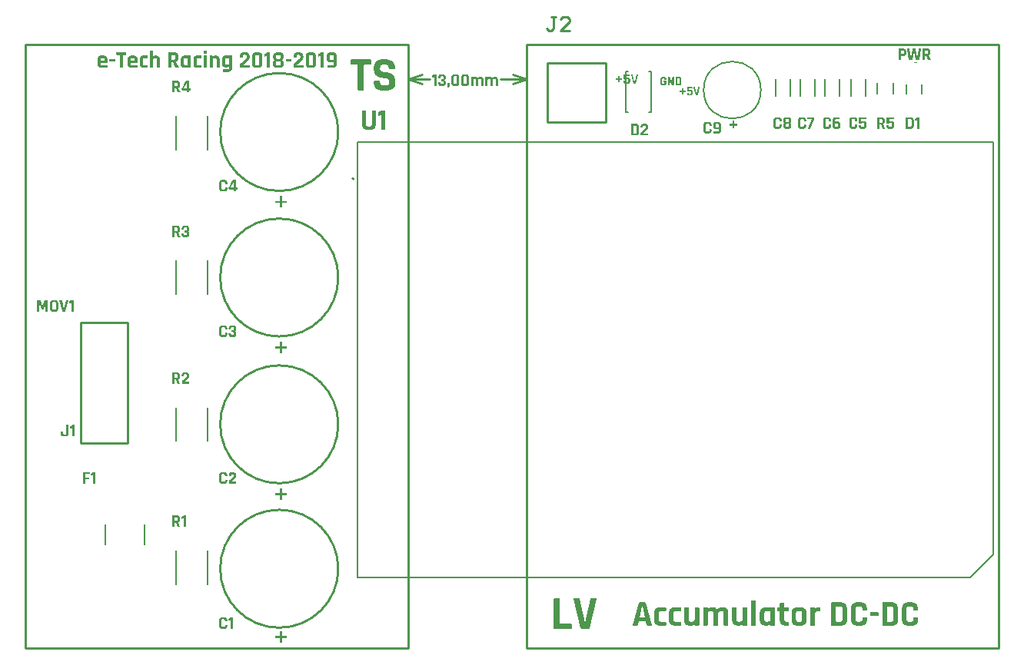
<source format=gto>
G04*
G04 #@! TF.GenerationSoftware,Altium Limited,Altium Designer,18.1.9 (240)*
G04*
G04 Layer_Color=65535*
%FSLAX44Y44*%
%MOMM*%
G71*
G01*
G75*
%ADD10C,0.1270*%
%ADD11C,0.2540*%
%ADD12C,0.2000*%
%ADD13C,0.1500*%
G36*
X1224335Y1030901D02*
X1224593Y1030836D01*
X1224872Y1030772D01*
X1225173Y1030665D01*
X1225452Y1030514D01*
X1225709Y1030300D01*
X1225731Y1030278D01*
X1225816Y1030192D01*
X1225924Y1030042D01*
X1226031Y1029849D01*
X1226160Y1029592D01*
X1226246Y1029291D01*
X1226332Y1028926D01*
X1226353Y1028518D01*
Y1028089D01*
Y1028068D01*
Y1028046D01*
X1226310Y1027939D01*
X1226224Y1027810D01*
X1226160Y1027789D01*
X1226053Y1027767D01*
X1224765D01*
X1224658Y1027810D01*
X1224593Y1027853D01*
X1224529Y1027896D01*
X1224507Y1027982D01*
X1224486Y1028089D01*
Y1028432D01*
Y1028454D01*
Y1028518D01*
Y1028583D01*
X1224464Y1028690D01*
X1224400Y1028905D01*
X1224357Y1029012D01*
X1224293Y1029098D01*
X1224250Y1029141D01*
X1224207Y1029162D01*
X1224142Y1029205D01*
X1224056Y1029248D01*
X1223949Y1029270D01*
X1223820Y1029313D01*
X1222533D01*
X1222425Y1029291D01*
X1222232Y1029227D01*
X1222125Y1029162D01*
X1222039Y1029098D01*
X1222018Y1029055D01*
X1221975Y1029012D01*
X1221953Y1028948D01*
X1221910Y1028862D01*
X1221867Y1028733D01*
X1221846Y1028604D01*
Y1028432D01*
Y1023968D01*
Y1023947D01*
Y1023882D01*
X1221867Y1023818D01*
Y1023711D01*
X1221932Y1023496D01*
X1221975Y1023389D01*
X1222039Y1023303D01*
X1222082Y1023281D01*
X1222189Y1023217D01*
X1222275Y1023174D01*
X1222382Y1023131D01*
X1222533Y1023110D01*
X1223735D01*
X1223799Y1023131D01*
X1223906D01*
X1224121Y1023196D01*
X1224207Y1023239D01*
X1224293Y1023303D01*
X1224314Y1023346D01*
X1224357Y1023389D01*
X1224400Y1023453D01*
X1224421Y1023560D01*
X1224464Y1023668D01*
X1224486Y1023796D01*
Y1023968D01*
Y1024891D01*
Y1024913D01*
X1224464Y1024977D01*
X1224421Y1025020D01*
X1224335Y1025041D01*
X1223413D01*
X1223305Y1025084D01*
X1223241Y1025127D01*
X1223198Y1025170D01*
X1223176Y1025256D01*
X1223155Y1025363D01*
Y1026351D01*
Y1026372D01*
Y1026394D01*
X1223198Y1026522D01*
X1223284Y1026630D01*
X1223348Y1026651D01*
X1223456Y1026673D01*
X1226074D01*
X1226181Y1026630D01*
X1226246Y1026587D01*
X1226310Y1026522D01*
X1226332Y1026436D01*
X1226353Y1026329D01*
Y1023882D01*
Y1023861D01*
Y1023839D01*
Y1023775D01*
Y1023689D01*
X1226310Y1023496D01*
X1226267Y1023239D01*
X1226203Y1022960D01*
X1226074Y1022659D01*
X1225924Y1022380D01*
X1225709Y1022122D01*
X1225688Y1022101D01*
X1225602Y1022037D01*
X1225452Y1021929D01*
X1225258Y1021822D01*
X1225001Y1021693D01*
X1224700Y1021607D01*
X1224357Y1021522D01*
X1223949Y1021500D01*
X1222211D01*
X1221996Y1021543D01*
X1221739Y1021586D01*
X1221460Y1021650D01*
X1221159Y1021758D01*
X1220859Y1021908D01*
X1220601Y1022101D01*
X1220580Y1022122D01*
X1220515Y1022208D01*
X1220408Y1022358D01*
X1220301Y1022552D01*
X1220172Y1022809D01*
X1220086Y1023110D01*
X1220000Y1023475D01*
X1219978Y1023882D01*
Y1028518D01*
Y1028540D01*
Y1028561D01*
Y1028626D01*
Y1028712D01*
X1220022Y1028926D01*
X1220064Y1029184D01*
X1220129Y1029463D01*
X1220236Y1029763D01*
X1220386Y1030042D01*
X1220601Y1030300D01*
X1220622Y1030321D01*
X1220730Y1030407D01*
X1220859Y1030493D01*
X1221073Y1030622D01*
X1221331Y1030729D01*
X1221631Y1030836D01*
X1221996Y1030901D01*
X1222404Y1030922D01*
X1224142D01*
X1224335Y1030901D01*
D02*
G37*
G36*
X1234638Y1030879D02*
X1234681Y1030836D01*
X1234745Y1030794D01*
X1234766Y1030708D01*
X1234788Y1030600D01*
Y1021801D01*
Y1021779D01*
Y1021758D01*
X1234745Y1021650D01*
X1234702Y1021586D01*
X1234659Y1021543D01*
X1234573Y1021522D01*
X1234466Y1021500D01*
X1233350D01*
X1233221Y1021543D01*
X1233071Y1021629D01*
X1233007Y1021693D01*
X1232942Y1021779D01*
X1230002Y1027231D01*
X1229937D01*
Y1021801D01*
Y1021779D01*
Y1021758D01*
X1229894Y1021650D01*
X1229809Y1021543D01*
X1229744Y1021522D01*
X1229637Y1021500D01*
X1228371D01*
X1228263Y1021543D01*
X1228156Y1021629D01*
X1228135Y1021693D01*
X1228113Y1021801D01*
Y1030600D01*
Y1030622D01*
Y1030643D01*
X1228156Y1030772D01*
X1228242Y1030879D01*
X1228306Y1030901D01*
X1228413Y1030922D01*
X1229551D01*
X1229680Y1030901D01*
X1229830Y1030836D01*
X1229937Y1030708D01*
X1232899Y1025149D01*
X1232942D01*
Y1030600D01*
Y1030622D01*
Y1030643D01*
X1232985Y1030772D01*
X1233028Y1030815D01*
X1233071Y1030879D01*
X1233157Y1030901D01*
X1233264Y1030922D01*
X1234509D01*
X1234638Y1030879D01*
D02*
G37*
G36*
X1240991Y1030901D02*
X1241248Y1030836D01*
X1241549Y1030772D01*
X1241828Y1030665D01*
X1242128Y1030514D01*
X1242386Y1030300D01*
X1242407Y1030278D01*
X1242493Y1030192D01*
X1242600Y1030042D01*
X1242708Y1029849D01*
X1242837Y1029592D01*
X1242923Y1029291D01*
X1243008Y1028926D01*
X1243030Y1028518D01*
Y1023882D01*
Y1023861D01*
Y1023839D01*
Y1023775D01*
Y1023689D01*
X1242987Y1023496D01*
X1242944Y1023239D01*
X1242880Y1022960D01*
X1242751Y1022659D01*
X1242600Y1022380D01*
X1242386Y1022122D01*
X1242364Y1022101D01*
X1242279Y1022037D01*
X1242128Y1021929D01*
X1241914Y1021822D01*
X1241678Y1021693D01*
X1241356Y1021607D01*
X1241012Y1021522D01*
X1240604Y1021500D01*
X1236934D01*
X1236827Y1021543D01*
X1236720Y1021629D01*
X1236698Y1021693D01*
X1236677Y1021801D01*
Y1030600D01*
Y1030622D01*
Y1030643D01*
X1236720Y1030772D01*
X1236805Y1030879D01*
X1236870Y1030901D01*
X1236977Y1030922D01*
X1240798D01*
X1240991Y1030901D01*
D02*
G37*
G36*
X1263207Y1019879D02*
X1263250Y1019836D01*
X1263314Y1019772D01*
X1263335Y1019686D01*
X1263314Y1019579D01*
X1261039Y1010800D01*
Y1010779D01*
X1261017Y1010758D01*
X1260975Y1010650D01*
X1260867Y1010543D01*
X1260781Y1010521D01*
X1260695Y1010500D01*
X1258721D01*
X1258614Y1010543D01*
X1258485Y1010629D01*
X1258442Y1010693D01*
X1258399Y1010800D01*
X1256124Y1019579D01*
Y1019600D01*
Y1019643D01*
Y1019751D01*
X1256167Y1019815D01*
X1256210Y1019879D01*
X1256296Y1019901D01*
X1256424Y1019922D01*
X1257841D01*
X1257948Y1019879D01*
X1258013Y1019836D01*
X1258077Y1019793D01*
X1258120Y1019708D01*
X1258163Y1019600D01*
X1259687Y1012389D01*
X1259751D01*
X1261296Y1019600D01*
Y1019622D01*
X1261318Y1019643D01*
X1261361Y1019772D01*
X1261468Y1019879D01*
X1261554Y1019901D01*
X1261640Y1019922D01*
X1263078D01*
X1263207Y1019879D01*
D02*
G37*
G36*
X1244963Y1018270D02*
X1245027Y1018227D01*
X1245092Y1018162D01*
X1245113Y1018076D01*
X1245135Y1017969D01*
Y1015952D01*
X1247238D01*
X1247324Y1015909D01*
X1247388Y1015866D01*
X1247410Y1015844D01*
X1247431Y1015801D01*
X1247453Y1015737D01*
X1247474Y1015608D01*
Y1014793D01*
Y1014771D01*
Y1014750D01*
X1247431Y1014621D01*
X1247388Y1014557D01*
X1247324Y1014514D01*
X1247238Y1014471D01*
X1247131Y1014449D01*
X1245135D01*
Y1012432D01*
Y1012410D01*
Y1012367D01*
X1245092Y1012260D01*
X1245049Y1012174D01*
X1244985Y1012131D01*
X1244899Y1012088D01*
X1244791Y1012067D01*
X1243868D01*
X1243740Y1012110D01*
X1243675Y1012153D01*
X1243632Y1012217D01*
X1243589Y1012303D01*
X1243568Y1012432D01*
Y1014449D01*
X1241529D01*
X1241400Y1014492D01*
X1241336Y1014535D01*
X1241293Y1014599D01*
X1241250Y1014685D01*
X1241228Y1014793D01*
Y1015608D01*
Y1015630D01*
Y1015715D01*
X1241250Y1015801D01*
X1241293Y1015866D01*
X1241314Y1015887D01*
X1241357Y1015909D01*
X1241443Y1015930D01*
X1241572Y1015952D01*
X1243568D01*
Y1017969D01*
Y1017991D01*
Y1018034D01*
X1243611Y1018141D01*
X1243654Y1018205D01*
X1243718Y1018270D01*
X1243804Y1018291D01*
X1243911Y1018313D01*
X1244856D01*
X1244963Y1018270D01*
D02*
G37*
G36*
X1254857Y1019879D02*
X1254901Y1019836D01*
X1254965Y1019793D01*
X1254986Y1019708D01*
X1255008Y1019600D01*
Y1018484D01*
Y1018463D01*
Y1018441D01*
X1254965Y1018334D01*
X1254922Y1018270D01*
X1254879Y1018227D01*
X1254793Y1018205D01*
X1254686Y1018184D01*
X1251144D01*
Y1016038D01*
X1251166Y1016059D01*
X1251209Y1016145D01*
X1251273Y1016274D01*
X1251402Y1016402D01*
X1251552Y1016531D01*
X1251788Y1016660D01*
X1252046Y1016746D01*
X1252389Y1016767D01*
X1253098D01*
X1253205Y1016746D01*
X1253355Y1016724D01*
X1253527Y1016703D01*
X1253720Y1016638D01*
X1253913Y1016574D01*
X1254128Y1016488D01*
X1254342Y1016359D01*
X1254536Y1016209D01*
X1254729Y1016038D01*
X1254901Y1015801D01*
X1255051Y1015544D01*
X1255158Y1015243D01*
X1255244Y1014900D01*
X1255265Y1014492D01*
Y1012882D01*
Y1012861D01*
Y1012840D01*
Y1012775D01*
Y1012689D01*
X1255222Y1012496D01*
X1255180Y1012238D01*
X1255115Y1011960D01*
X1254986Y1011659D01*
X1254836Y1011380D01*
X1254621Y1011122D01*
X1254600Y1011101D01*
X1254514Y1011037D01*
X1254364Y1010929D01*
X1254171Y1010822D01*
X1253913Y1010693D01*
X1253613Y1010607D01*
X1253269Y1010521D01*
X1252861Y1010500D01*
X1251380D01*
X1251166Y1010543D01*
X1250908Y1010586D01*
X1250629Y1010650D01*
X1250329Y1010758D01*
X1250028Y1010908D01*
X1249771Y1011101D01*
X1249749Y1011122D01*
X1249685Y1011208D01*
X1249578Y1011358D01*
X1249470Y1011552D01*
X1249342Y1011809D01*
X1249256Y1012110D01*
X1249170Y1012475D01*
X1249148Y1012882D01*
Y1013161D01*
Y1013183D01*
Y1013226D01*
X1249191Y1013333D01*
X1249234Y1013398D01*
X1249277Y1013462D01*
X1249363Y1013483D01*
X1249470Y1013505D01*
X1250758D01*
X1250865Y1013462D01*
X1250930Y1013419D01*
X1250973Y1013355D01*
X1250994Y1013269D01*
X1251016Y1013161D01*
Y1012904D01*
Y1012882D01*
Y1012818D01*
X1251037Y1012754D01*
Y1012646D01*
X1251102Y1012432D01*
X1251144Y1012324D01*
X1251209Y1012238D01*
X1251252Y1012217D01*
X1251295Y1012174D01*
X1251359Y1012153D01*
X1251466Y1012110D01*
X1251574Y1012067D01*
X1251702Y1012045D01*
X1252647D01*
X1252733Y1012067D01*
X1252819D01*
X1253055Y1012131D01*
X1253162Y1012174D01*
X1253248Y1012238D01*
X1253291Y1012281D01*
X1253312Y1012324D01*
X1253355Y1012389D01*
X1253398Y1012496D01*
X1253419Y1012603D01*
X1253462Y1012732D01*
Y1012904D01*
Y1014213D01*
Y1014235D01*
Y1014320D01*
Y1014428D01*
X1253441Y1014557D01*
X1253377Y1014836D01*
X1253312Y1014943D01*
X1253248Y1015050D01*
Y1015072D01*
X1253205Y1015093D01*
X1253162Y1015136D01*
X1253076Y1015179D01*
X1252990Y1015222D01*
X1252840Y1015243D01*
X1252690Y1015286D01*
X1251745D01*
X1251681Y1015265D01*
X1251595Y1015243D01*
X1251509Y1015200D01*
X1251402Y1015157D01*
X1251316Y1015072D01*
X1251230Y1014964D01*
Y1014943D01*
X1251187Y1014921D01*
X1251102Y1014814D01*
X1250973Y1014707D01*
X1250887Y1014685D01*
X1250801Y1014664D01*
X1249556D01*
X1249449Y1014707D01*
X1249320Y1014793D01*
X1249299Y1014857D01*
X1249277Y1014964D01*
Y1019600D01*
Y1019622D01*
Y1019643D01*
X1249320Y1019772D01*
X1249363Y1019815D01*
X1249406Y1019879D01*
X1249492Y1019901D01*
X1249599Y1019922D01*
X1254729D01*
X1254857Y1019879D01*
D02*
G37*
G36*
X1195471Y1033917D02*
X1195520Y1033868D01*
X1195593Y1033795D01*
X1195617Y1033697D01*
X1195593Y1033575D01*
X1193006Y1023592D01*
Y1023567D01*
X1192981Y1023543D01*
X1192932Y1023421D01*
X1192810Y1023299D01*
X1192712Y1023274D01*
X1192615Y1023250D01*
X1190369D01*
X1190247Y1023299D01*
X1190101Y1023397D01*
X1190052Y1023470D01*
X1190003Y1023592D01*
X1187416Y1033575D01*
Y1033600D01*
Y1033648D01*
Y1033770D01*
X1187465Y1033844D01*
X1187513Y1033917D01*
X1187611Y1033941D01*
X1187757Y1033966D01*
X1189369D01*
X1189491Y1033917D01*
X1189564Y1033868D01*
X1189637Y1033819D01*
X1189686Y1033722D01*
X1189735Y1033600D01*
X1191468Y1025398D01*
X1191541D01*
X1193298Y1033600D01*
Y1033624D01*
X1193323Y1033648D01*
X1193372Y1033795D01*
X1193494Y1033917D01*
X1193591Y1033941D01*
X1193689Y1033966D01*
X1195324D01*
X1195471Y1033917D01*
D02*
G37*
G36*
X1174723Y1032086D02*
X1174796Y1032037D01*
X1174869Y1031964D01*
X1174894Y1031867D01*
X1174918Y1031745D01*
Y1029450D01*
X1177310D01*
X1177408Y1029401D01*
X1177481Y1029352D01*
X1177505Y1029328D01*
X1177530Y1029279D01*
X1177554Y1029206D01*
X1177579Y1029059D01*
Y1028132D01*
Y1028108D01*
Y1028083D01*
X1177530Y1027937D01*
X1177481Y1027863D01*
X1177408Y1027815D01*
X1177310Y1027766D01*
X1177188Y1027741D01*
X1174918D01*
Y1025447D01*
Y1025422D01*
Y1025374D01*
X1174869Y1025252D01*
X1174820Y1025154D01*
X1174747Y1025105D01*
X1174650Y1025056D01*
X1174528Y1025032D01*
X1173478D01*
X1173332Y1025081D01*
X1173258Y1025129D01*
X1173209Y1025203D01*
X1173161Y1025300D01*
X1173136Y1025447D01*
Y1027741D01*
X1170817D01*
X1170671Y1027790D01*
X1170598Y1027839D01*
X1170549Y1027912D01*
X1170500Y1028010D01*
X1170476Y1028132D01*
Y1029059D01*
Y1029084D01*
Y1029182D01*
X1170500Y1029279D01*
X1170549Y1029352D01*
X1170573Y1029377D01*
X1170622Y1029401D01*
X1170720Y1029426D01*
X1170866Y1029450D01*
X1173136D01*
Y1031745D01*
Y1031769D01*
Y1031818D01*
X1173185Y1031940D01*
X1173234Y1032013D01*
X1173307Y1032086D01*
X1173405Y1032111D01*
X1173527Y1032135D01*
X1174601D01*
X1174723Y1032086D01*
D02*
G37*
G36*
X1185976Y1033917D02*
X1186024Y1033868D01*
X1186098Y1033819D01*
X1186122Y1033722D01*
X1186146Y1033600D01*
Y1032330D01*
Y1032306D01*
Y1032281D01*
X1186098Y1032159D01*
X1186049Y1032086D01*
X1186000Y1032037D01*
X1185902Y1032013D01*
X1185780Y1031989D01*
X1181753D01*
Y1029548D01*
X1181777Y1029572D01*
X1181826Y1029670D01*
X1181899Y1029816D01*
X1182046Y1029963D01*
X1182216Y1030109D01*
X1182485Y1030256D01*
X1182778Y1030353D01*
X1183168Y1030378D01*
X1183974D01*
X1184096Y1030353D01*
X1184267Y1030329D01*
X1184462Y1030304D01*
X1184682Y1030231D01*
X1184902Y1030158D01*
X1185146Y1030060D01*
X1185390Y1029914D01*
X1185609Y1029743D01*
X1185829Y1029548D01*
X1186024Y1029279D01*
X1186195Y1028986D01*
X1186317Y1028644D01*
X1186415Y1028254D01*
X1186439Y1027790D01*
Y1025959D01*
Y1025935D01*
Y1025911D01*
Y1025837D01*
Y1025740D01*
X1186391Y1025520D01*
X1186342Y1025227D01*
X1186268Y1024910D01*
X1186122Y1024568D01*
X1185951Y1024251D01*
X1185707Y1023958D01*
X1185683Y1023933D01*
X1185585Y1023860D01*
X1185414Y1023738D01*
X1185194Y1023616D01*
X1184902Y1023470D01*
X1184560Y1023372D01*
X1184169Y1023274D01*
X1183706Y1023250D01*
X1182021D01*
X1181777Y1023299D01*
X1181484Y1023348D01*
X1181167Y1023421D01*
X1180825Y1023543D01*
X1180483Y1023714D01*
X1180191Y1023933D01*
X1180166Y1023958D01*
X1180093Y1024055D01*
X1179971Y1024226D01*
X1179849Y1024446D01*
X1179702Y1024739D01*
X1179605Y1025081D01*
X1179507Y1025496D01*
X1179483Y1025959D01*
Y1026277D01*
Y1026301D01*
Y1026350D01*
X1179531Y1026472D01*
X1179580Y1026545D01*
X1179629Y1026618D01*
X1179727Y1026643D01*
X1179849Y1026667D01*
X1181313D01*
X1181435Y1026618D01*
X1181509Y1026570D01*
X1181557Y1026496D01*
X1181582Y1026399D01*
X1181606Y1026277D01*
Y1025984D01*
Y1025959D01*
Y1025886D01*
X1181631Y1025813D01*
Y1025691D01*
X1181704Y1025447D01*
X1181753Y1025325D01*
X1181826Y1025227D01*
X1181875Y1025203D01*
X1181924Y1025154D01*
X1181997Y1025129D01*
X1182119Y1025081D01*
X1182241Y1025032D01*
X1182387Y1025007D01*
X1183461D01*
X1183559Y1025032D01*
X1183657D01*
X1183925Y1025105D01*
X1184047Y1025154D01*
X1184145Y1025227D01*
X1184194Y1025276D01*
X1184218Y1025325D01*
X1184267Y1025398D01*
X1184316Y1025520D01*
X1184340Y1025642D01*
X1184389Y1025789D01*
Y1025984D01*
Y1027473D01*
Y1027497D01*
Y1027595D01*
Y1027717D01*
X1184364Y1027863D01*
X1184291Y1028181D01*
X1184218Y1028303D01*
X1184145Y1028425D01*
Y1028449D01*
X1184096Y1028474D01*
X1184047Y1028522D01*
X1183950Y1028571D01*
X1183852Y1028620D01*
X1183681Y1028644D01*
X1183510Y1028693D01*
X1182436D01*
X1182363Y1028669D01*
X1182265Y1028644D01*
X1182168Y1028596D01*
X1182046Y1028547D01*
X1181948Y1028449D01*
X1181850Y1028327D01*
Y1028303D01*
X1181802Y1028278D01*
X1181704Y1028156D01*
X1181557Y1028034D01*
X1181460Y1028010D01*
X1181362Y1027985D01*
X1179946D01*
X1179824Y1028034D01*
X1179678Y1028132D01*
X1179653Y1028205D01*
X1179629Y1028327D01*
Y1033600D01*
Y1033624D01*
Y1033648D01*
X1179678Y1033795D01*
X1179727Y1033844D01*
X1179776Y1033917D01*
X1179873Y1033941D01*
X1179995Y1033966D01*
X1185829D01*
X1185976Y1033917D01*
D02*
G37*
G36*
X1301234Y982500D02*
X1301322Y982441D01*
X1301351Y982412D01*
X1301380Y982354D01*
X1301409Y982236D01*
X1301439Y982061D01*
Y979337D01*
X1304192D01*
X1304221D01*
X1304279D01*
X1304426Y979278D01*
X1304514Y979220D01*
X1304602Y979132D01*
X1304631Y979015D01*
X1304660Y978868D01*
Y977580D01*
X1304602Y977433D01*
X1304543Y977346D01*
X1304455Y977258D01*
X1304338Y977228D01*
X1304192Y977199D01*
X1301439D01*
Y974329D01*
X1301380Y974212D01*
X1301322Y974124D01*
X1301292Y974095D01*
X1301234Y974066D01*
X1301146Y974036D01*
X1300970Y974007D01*
X1299857D01*
X1299828D01*
X1299799D01*
X1299623Y974066D01*
X1299535Y974124D01*
X1299476Y974212D01*
X1299418Y974329D01*
X1299389Y974476D01*
Y977199D01*
X1296636D01*
X1296606D01*
X1296548D01*
X1296402Y977258D01*
X1296284Y977316D01*
X1296226Y977404D01*
X1296167Y977521D01*
X1296138Y977668D01*
Y978927D01*
X1296196Y979103D01*
X1296255Y979191D01*
X1296343Y979249D01*
X1296460Y979308D01*
X1296636Y979337D01*
X1299389D01*
Y982119D01*
X1299447Y982295D01*
X1299506Y982383D01*
X1299594Y982441D01*
X1299711Y982500D01*
X1299857Y982529D01*
X1300970D01*
X1300999D01*
X1301116D01*
X1301234Y982500D01*
D02*
G37*
G36*
X1506952Y1062298D02*
X1507010Y1062240D01*
X1507098Y1062181D01*
X1507128Y1062064D01*
Y1061917D01*
X1504990Y1049910D01*
Y1049881D01*
Y1049851D01*
X1504902Y1049705D01*
X1504755Y1049559D01*
X1504668Y1049529D01*
X1504521Y1049500D01*
X1501651D01*
X1501475Y1049559D01*
X1501329Y1049676D01*
X1501241Y1049764D01*
X1501212Y1049910D01*
X1499425Y1059282D01*
X1499337D01*
X1497522Y1049910D01*
Y1049881D01*
X1497492Y1049851D01*
X1497434Y1049705D01*
X1497287Y1049559D01*
X1497170Y1049529D01*
X1497053Y1049500D01*
X1494183D01*
X1494007Y1049559D01*
X1493861Y1049676D01*
X1493773Y1049764D01*
X1493744Y1049910D01*
X1491606Y1061917D01*
Y1061947D01*
Y1061976D01*
X1491635Y1062152D01*
X1491694Y1062210D01*
X1491752Y1062298D01*
X1491870Y1062327D01*
X1492016Y1062357D01*
X1494183D01*
X1494330Y1062298D01*
X1494417Y1062240D01*
X1494505Y1062181D01*
X1494564Y1062064D01*
X1494593Y1061917D01*
X1495735Y1052077D01*
X1495882D01*
X1497785Y1061976D01*
Y1062005D01*
X1497815Y1062035D01*
X1497873Y1062181D01*
X1498020Y1062298D01*
X1498107Y1062327D01*
X1498225Y1062357D01*
X1500509D01*
X1500655Y1062327D01*
X1500802Y1062210D01*
X1500860Y1062122D01*
X1500890Y1062005D01*
X1502852Y1052077D01*
X1503027D01*
X1504170Y1061917D01*
Y1061947D01*
Y1061976D01*
X1504228Y1062152D01*
X1504287Y1062210D01*
X1504375Y1062298D01*
X1504492Y1062327D01*
X1504638Y1062357D01*
X1506805D01*
X1506952Y1062298D01*
D02*
G37*
G36*
X1514449D02*
X1514801Y1062240D01*
X1515211Y1062152D01*
X1515591Y1061976D01*
X1516001Y1061771D01*
X1516353Y1061478D01*
X1516382Y1061449D01*
X1516499Y1061332D01*
X1516646Y1061127D01*
X1516792Y1060863D01*
X1516968Y1060512D01*
X1517085Y1060102D01*
X1517202Y1059633D01*
X1517231Y1059077D01*
Y1057495D01*
Y1057466D01*
Y1057407D01*
Y1057290D01*
X1517202Y1057144D01*
X1517173Y1056939D01*
X1517143Y1056734D01*
X1516997Y1056265D01*
X1516792Y1055767D01*
X1516646Y1055533D01*
X1516470Y1055299D01*
X1516265Y1055064D01*
X1516031Y1054859D01*
X1515767Y1054654D01*
X1515445Y1054508D01*
Y1054420D01*
X1517583Y1049969D01*
Y1049939D01*
X1517612Y1049910D01*
Y1049734D01*
X1517583Y1049646D01*
X1517524Y1049588D01*
X1517436Y1049529D01*
X1517261Y1049500D01*
X1515445D01*
X1515269Y1049529D01*
X1515093Y1049559D01*
X1515064Y1049588D01*
X1515006Y1049646D01*
X1514947Y1049734D01*
X1514859Y1049910D01*
X1512868Y1054215D01*
X1511491D01*
X1511403Y1054186D01*
X1511315Y1054127D01*
X1511286Y1054010D01*
Y1049910D01*
Y1049881D01*
Y1049851D01*
X1511228Y1049705D01*
X1511169Y1049617D01*
X1511111Y1049559D01*
X1510993Y1049529D01*
X1510847Y1049500D01*
X1509090D01*
X1508943Y1049559D01*
X1508797Y1049676D01*
X1508768Y1049764D01*
X1508738Y1049910D01*
Y1061917D01*
Y1061947D01*
Y1061976D01*
X1508797Y1062152D01*
X1508914Y1062298D01*
X1509002Y1062327D01*
X1509148Y1062357D01*
X1514185D01*
X1514449Y1062298D01*
D02*
G37*
G36*
X1487828Y1062327D02*
X1488179Y1062240D01*
X1488560Y1062152D01*
X1488970Y1062005D01*
X1489351Y1061800D01*
X1489702Y1061507D01*
X1489732Y1061478D01*
X1489849Y1061361D01*
X1489995Y1061156D01*
X1490142Y1060892D01*
X1490317Y1060541D01*
X1490434Y1060131D01*
X1490552Y1059633D01*
X1490581Y1059077D01*
Y1057173D01*
Y1057144D01*
Y1057114D01*
Y1057027D01*
Y1056909D01*
X1490522Y1056646D01*
X1490464Y1056294D01*
X1490376Y1055884D01*
X1490200Y1055504D01*
X1489995Y1055094D01*
X1489702Y1054742D01*
X1489673Y1054713D01*
X1489556Y1054625D01*
X1489351Y1054479D01*
X1489087Y1054332D01*
X1488736Y1054156D01*
X1488326Y1054039D01*
X1487857Y1053922D01*
X1487301Y1053893D01*
X1484753D01*
X1484665Y1053864D01*
X1484577Y1053805D01*
X1484548Y1053688D01*
Y1049910D01*
Y1049881D01*
Y1049851D01*
X1484489Y1049705D01*
X1484431Y1049617D01*
X1484372Y1049559D01*
X1484255Y1049529D01*
X1484109Y1049500D01*
X1482351D01*
X1482205Y1049559D01*
X1482059Y1049676D01*
X1482029Y1049764D01*
X1482000Y1049910D01*
Y1061917D01*
Y1061947D01*
Y1061976D01*
X1482059Y1062152D01*
X1482176Y1062298D01*
X1482264Y1062327D01*
X1482410Y1062357D01*
X1487564D01*
X1487828Y1062327D01*
D02*
G37*
G36*
X720047Y1059661D02*
X720203Y1059544D01*
X720243Y1059388D01*
X720282Y1059232D01*
Y1056889D01*
Y1056850D01*
Y1056811D01*
X720203Y1056616D01*
X720086Y1056421D01*
X719930Y1056382D01*
X719774Y1056343D01*
X717354D01*
X717158Y1056421D01*
X716963Y1056577D01*
X716924Y1056694D01*
X716885Y1056889D01*
Y1059193D01*
Y1059232D01*
Y1059271D01*
X716963Y1059466D01*
X717119Y1059661D01*
X717236Y1059700D01*
X717432Y1059739D01*
X719852D01*
X720047Y1059661D01*
D02*
G37*
G36*
X730705Y1054547D02*
X730978Y1054508D01*
X731291Y1054469D01*
X731642Y1054352D01*
X732033Y1054234D01*
X732423Y1054039D01*
X732813Y1053805D01*
X733204Y1053532D01*
X733555Y1053180D01*
X733867Y1052751D01*
X734141Y1052243D01*
X734336Y1051697D01*
X734492Y1051033D01*
X734531Y1050253D01*
Y1041547D01*
Y1041507D01*
Y1041469D01*
X734453Y1041273D01*
X734375Y1041156D01*
X734297Y1041078D01*
X734141Y1041039D01*
X733945Y1041000D01*
X731603D01*
X731408Y1041078D01*
X731213Y1041234D01*
X731174Y1041351D01*
X731135Y1041547D01*
Y1050057D01*
Y1050096D01*
Y1050213D01*
Y1050331D01*
X731096Y1050526D01*
X730978Y1050916D01*
X730861Y1051111D01*
X730744Y1051267D01*
X730666Y1051346D01*
X730471Y1051463D01*
X730315Y1051541D01*
X730120Y1051580D01*
X729846Y1051658D01*
X728519D01*
X728324Y1051619D01*
X728011Y1051541D01*
X727699Y1051424D01*
X727348Y1051150D01*
X727036Y1050799D01*
X726918Y1050565D01*
X726840Y1050292D01*
X726801Y1049979D01*
X726762Y1049628D01*
Y1041547D01*
Y1041507D01*
Y1041469D01*
X726684Y1041273D01*
X726606Y1041156D01*
X726528Y1041078D01*
X726372Y1041039D01*
X726177Y1041000D01*
X723834D01*
X723639Y1041078D01*
X723444Y1041234D01*
X723405Y1041351D01*
X723366Y1041547D01*
Y1054000D01*
Y1054039D01*
Y1054078D01*
X723444Y1054313D01*
X723600Y1054508D01*
X723717Y1054547D01*
X723912Y1054586D01*
X726255D01*
X726489Y1054508D01*
X726567Y1054430D01*
X726684Y1054352D01*
X726723Y1054195D01*
X726762Y1054000D01*
Y1053141D01*
X726879D01*
X726918Y1053220D01*
X726997Y1053376D01*
X727153Y1053610D01*
X727426Y1053883D01*
X727777Y1054117D01*
X728207Y1054352D01*
X728792Y1054508D01*
X729456Y1054586D01*
X730510D01*
X730705Y1054547D01*
D02*
G37*
G36*
X813274Y1050760D02*
X813391Y1050682D01*
X813470Y1050604D01*
X813509Y1050448D01*
X813548Y1050253D01*
Y1048691D01*
Y1048652D01*
Y1048613D01*
X813470Y1048418D01*
X813314Y1048222D01*
X813196Y1048183D01*
X813001Y1048144D01*
X807848D01*
X807653Y1048222D01*
X807458Y1048379D01*
X807419Y1048496D01*
X807379Y1048691D01*
Y1050253D01*
Y1050292D01*
Y1050331D01*
X807458Y1050565D01*
X807614Y1050760D01*
X807731Y1050799D01*
X807926Y1050838D01*
X813079D01*
X813274Y1050760D01*
D02*
G37*
G36*
X618895Y1050760D02*
X619012Y1050682D01*
X619090Y1050604D01*
X619129Y1050448D01*
X619169Y1050252D01*
Y1048691D01*
Y1048652D01*
Y1048613D01*
X619090Y1048418D01*
X618934Y1048222D01*
X618817Y1048183D01*
X618622Y1048144D01*
X613469D01*
X613274Y1048222D01*
X613078Y1048379D01*
X613039Y1048496D01*
X613000Y1048691D01*
Y1050252D01*
Y1050292D01*
Y1050331D01*
X613078Y1050565D01*
X613234Y1050760D01*
X613352Y1050799D01*
X613547Y1050838D01*
X618700D01*
X618895Y1050760D01*
D02*
G37*
G36*
X859849Y1058100D02*
X860317Y1057982D01*
X860825Y1057865D01*
X861372Y1057670D01*
X861879Y1057397D01*
X862347Y1057006D01*
X862386Y1056967D01*
X862543Y1056811D01*
X862738Y1056538D01*
X862933Y1056187D01*
X863167Y1055718D01*
X863323Y1055172D01*
X863480Y1054508D01*
X863519Y1053766D01*
Y1045333D01*
Y1045294D01*
Y1045255D01*
Y1045138D01*
Y1044982D01*
X863441Y1044592D01*
X863363Y1044123D01*
X863245Y1043616D01*
X863011Y1043069D01*
X862738Y1042562D01*
X862347Y1042093D01*
X862308Y1042054D01*
X862152Y1041937D01*
X861879Y1041742D01*
X861528Y1041547D01*
X861059Y1041351D01*
X860513Y1041156D01*
X859888Y1041039D01*
X859146Y1041000D01*
X853407D01*
X853212Y1041078D01*
X852978Y1041234D01*
X852939Y1041351D01*
X852900Y1041547D01*
Y1043382D01*
Y1043420D01*
Y1043460D01*
X852978Y1043655D01*
X853056Y1043772D01*
X853134Y1043850D01*
X853290Y1043889D01*
X853485Y1043928D01*
X858756D01*
X858873Y1043967D01*
X859068D01*
X859458Y1044084D01*
X859615Y1044162D01*
X859771Y1044279D01*
X859810Y1044358D01*
X859888Y1044436D01*
X859966Y1044553D01*
X860005Y1044748D01*
X860083Y1044943D01*
X860122Y1045177D01*
Y1045490D01*
Y1047090D01*
X856179D01*
X855789Y1047168D01*
X855320Y1047246D01*
X854813Y1047364D01*
X854266Y1047559D01*
X853720Y1047832D01*
X853251Y1048183D01*
X853212Y1048222D01*
X853095Y1048379D01*
X852900Y1048652D01*
X852705Y1049003D01*
X852470Y1049472D01*
X852314Y1050018D01*
X852158Y1050682D01*
X852119Y1051424D01*
Y1053766D01*
Y1053805D01*
Y1053844D01*
Y1053961D01*
Y1054117D01*
X852197Y1054508D01*
X852275Y1054976D01*
X852392Y1055484D01*
X852588Y1056030D01*
X852861Y1056538D01*
X853251Y1057006D01*
X853290Y1057045D01*
X853485Y1057202D01*
X853720Y1057358D01*
X854110Y1057592D01*
X854578Y1057787D01*
X855125Y1057982D01*
X855789Y1058100D01*
X856531Y1058139D01*
X859498D01*
X859849Y1058100D01*
D02*
G37*
G36*
X848957Y1058060D02*
X849074Y1057982D01*
X849152Y1057904D01*
X849191Y1057748D01*
X849230Y1057553D01*
Y1041547D01*
Y1041508D01*
Y1041390D01*
X849191Y1041234D01*
X849113Y1041117D01*
X849074D01*
X849035Y1041078D01*
X848918Y1041039D01*
X848723Y1041000D01*
X846341D01*
X846146Y1041078D01*
X845912Y1041234D01*
X845873Y1041351D01*
X845834Y1041547D01*
Y1054508D01*
X843257Y1053024D01*
X843218D01*
X843179Y1052985D01*
X842867D01*
X842749Y1053063D01*
X842710Y1053180D01*
X842671Y1053337D01*
Y1055523D01*
Y1055562D01*
Y1055601D01*
X842710Y1055796D01*
X842828Y1056030D01*
X843062Y1056226D01*
X845521Y1057748D01*
X845560D01*
X845638Y1057826D01*
X845873Y1057943D01*
X846185Y1058060D01*
X846536Y1058139D01*
X848762D01*
X848957Y1058060D01*
D02*
G37*
G36*
X836972Y1058100D02*
X837440Y1057982D01*
X837948Y1057865D01*
X838494Y1057670D01*
X839002Y1057397D01*
X839470Y1057006D01*
X839509Y1056967D01*
X839665Y1056811D01*
X839861Y1056538D01*
X840056Y1056187D01*
X840290Y1055718D01*
X840446Y1055172D01*
X840602Y1054508D01*
X840641Y1053766D01*
Y1045333D01*
Y1045294D01*
Y1045255D01*
Y1045138D01*
Y1044982D01*
X840563Y1044631D01*
X840485Y1044162D01*
X840368Y1043655D01*
X840134Y1043108D01*
X839861Y1042601D01*
X839470Y1042132D01*
X839431Y1042093D01*
X839275Y1041976D01*
X839002Y1041781D01*
X838650Y1041586D01*
X838182Y1041351D01*
X837635Y1041195D01*
X837011Y1041039D01*
X836269Y1041000D01*
X833224D01*
X832833Y1041078D01*
X832365Y1041156D01*
X831857Y1041273D01*
X831311Y1041469D01*
X830803Y1041742D01*
X830335Y1042093D01*
X830296Y1042132D01*
X830179Y1042288D01*
X829984Y1042562D01*
X829788Y1042913D01*
X829554Y1043382D01*
X829398Y1043928D01*
X829242Y1044592D01*
X829203Y1045333D01*
Y1053766D01*
Y1053805D01*
Y1053844D01*
Y1053961D01*
Y1054117D01*
X829281Y1054508D01*
X829359Y1054976D01*
X829476Y1055484D01*
X829671Y1056030D01*
X829944Y1056538D01*
X830335Y1057006D01*
X830374Y1057045D01*
X830530Y1057202D01*
X830803Y1057358D01*
X831155Y1057592D01*
X831623Y1057787D01*
X832170Y1057982D01*
X832833Y1058100D01*
X833575Y1058139D01*
X836620D01*
X836972Y1058100D01*
D02*
G37*
G36*
X822917D02*
X823386Y1057982D01*
X823893Y1057865D01*
X824440Y1057670D01*
X824947Y1057397D01*
X825416Y1057006D01*
X825455Y1056967D01*
X825611Y1056811D01*
X825806Y1056538D01*
X826001Y1056187D01*
X826236Y1055718D01*
X826392Y1055172D01*
X826548Y1054547D01*
X826587Y1053805D01*
Y1052751D01*
Y1052712D01*
Y1052673D01*
Y1052556D01*
X826548Y1052400D01*
X826509Y1052009D01*
X826392Y1051541D01*
X826197Y1050994D01*
X825923Y1050409D01*
X825533Y1049862D01*
X824986Y1049315D01*
X819989Y1045021D01*
X819950Y1044982D01*
X819833Y1044826D01*
X819716Y1044631D01*
X819677Y1044397D01*
Y1043967D01*
X826118D01*
X826314Y1043889D01*
X826509Y1043733D01*
X826548Y1043616D01*
X826587Y1043420D01*
Y1041547D01*
Y1041508D01*
Y1041469D01*
X826509Y1041273D01*
X826353Y1041078D01*
X826236Y1041039D01*
X826040Y1041000D01*
X816359Y1041000D01*
X816163Y1041078D01*
X815968Y1041234D01*
X815929Y1041351D01*
X815890Y1041547D01*
Y1044084D01*
Y1044162D01*
X815929Y1044357D01*
X815968Y1044631D01*
X816046Y1044982D01*
X816202Y1045372D01*
X816437Y1045802D01*
X816749Y1046231D01*
X817178Y1046661D01*
X822097Y1050838D01*
X822137Y1050877D01*
X822293Y1050994D01*
X822488Y1051189D01*
X822683Y1051463D01*
X822917Y1051775D01*
X823073Y1052126D01*
X823230Y1052517D01*
X823269Y1052946D01*
Y1053766D01*
Y1053805D01*
Y1053883D01*
Y1054039D01*
X823230Y1054234D01*
X823112Y1054625D01*
X822995Y1054781D01*
X822878Y1054937D01*
X822800Y1054976D01*
X822722Y1055054D01*
X822605Y1055133D01*
X822410Y1055172D01*
X822215Y1055250D01*
X821941Y1055289D01*
X820419D01*
X820223Y1055250D01*
X819833Y1055133D01*
X819638Y1055054D01*
X819482Y1054937D01*
X819443Y1054859D01*
X819326Y1054664D01*
X819287Y1054508D01*
X819209Y1054313D01*
X819169Y1054039D01*
Y1053766D01*
Y1052907D01*
Y1052868D01*
Y1052829D01*
X819091Y1052634D01*
X819013Y1052517D01*
X818935Y1052400D01*
X818779Y1052361D01*
X818584Y1052322D01*
X816241Y1052322D01*
X816046Y1052400D01*
X815929Y1052478D01*
X815851Y1052556D01*
X815812Y1052712D01*
X815773Y1052907D01*
Y1053805D01*
Y1053844D01*
Y1053883D01*
Y1054000D01*
Y1054156D01*
X815851Y1054508D01*
X815929Y1054976D01*
X816046Y1055484D01*
X816241Y1056030D01*
X816515Y1056538D01*
X816905Y1057006D01*
X816944Y1057045D01*
X817139Y1057202D01*
X817374Y1057358D01*
X817764Y1057592D01*
X818232Y1057787D01*
X818779Y1057982D01*
X819443Y1058100D01*
X820184Y1058139D01*
X822527D01*
X822917Y1058100D01*
D02*
G37*
G36*
X801250Y1058100D02*
X801719Y1058021D01*
X802226Y1057865D01*
X802773Y1057709D01*
X803280Y1057436D01*
X803749Y1057084D01*
X803788Y1057045D01*
X803944Y1056889D01*
X804100Y1056655D01*
X804334Y1056304D01*
X804529Y1055874D01*
X804725Y1055328D01*
X804842Y1054703D01*
X804881Y1054000D01*
Y1052829D01*
Y1052790D01*
Y1052634D01*
X804842Y1052400D01*
X804803Y1052087D01*
X804764Y1051775D01*
X804686Y1051385D01*
X804529Y1051033D01*
X804373Y1050682D01*
X804334Y1050643D01*
X804295Y1050565D01*
X804178Y1050409D01*
X804061Y1050213D01*
X803632Y1049862D01*
X803397Y1049706D01*
X803124Y1049589D01*
X803163D01*
X803202Y1049550D01*
X803397Y1049433D01*
X803671Y1049237D01*
X804022Y1048925D01*
X804334Y1048496D01*
X804608Y1047910D01*
X804725Y1047598D01*
X804803Y1047207D01*
X804881Y1046817D01*
Y1046348D01*
Y1045138D01*
Y1045099D01*
Y1045060D01*
Y1044943D01*
Y1044787D01*
X804842Y1044436D01*
X804725Y1043967D01*
X804608Y1043459D01*
X804412Y1042952D01*
X804139Y1042445D01*
X803749Y1042015D01*
X803710Y1041976D01*
X803553Y1041859D01*
X803280Y1041703D01*
X802929Y1041507D01*
X802460Y1041312D01*
X801914Y1041156D01*
X801250Y1041039D01*
X800508Y1041000D01*
X797307D01*
X796917Y1041039D01*
X796448Y1041117D01*
X795941Y1041234D01*
X795394Y1041430D01*
X794887Y1041664D01*
X794418Y1042015D01*
X794379Y1042054D01*
X794262Y1042210D01*
X794067Y1042445D01*
X793872Y1042796D01*
X793637Y1043225D01*
X793481Y1043772D01*
X793325Y1044397D01*
X793286Y1045138D01*
Y1046348D01*
Y1046387D01*
Y1046466D01*
Y1046583D01*
X793325Y1046739D01*
X793364Y1047168D01*
X793520Y1047676D01*
X793716Y1048222D01*
X794028Y1048769D01*
X794457Y1049237D01*
X794731Y1049433D01*
X795043Y1049589D01*
X794965Y1049628D01*
X794770Y1049745D01*
X794496Y1049940D01*
X794184Y1050292D01*
X793833Y1050721D01*
X793559Y1051267D01*
X793364Y1051970D01*
X793325Y1052400D01*
X793286Y1052829D01*
Y1054000D01*
Y1054039D01*
Y1054078D01*
Y1054352D01*
X793364Y1054703D01*
X793442Y1055132D01*
X793559Y1055640D01*
X793755Y1056148D01*
X794028Y1056655D01*
X794418Y1057084D01*
X794457Y1057123D01*
X794613Y1057241D01*
X794887Y1057436D01*
X795238Y1057631D01*
X795706Y1057787D01*
X796253Y1057982D01*
X796917Y1058100D01*
X797658Y1058139D01*
X800860D01*
X801250Y1058100D01*
D02*
G37*
G36*
X789850Y1058060D02*
X789968Y1057982D01*
X790046Y1057904D01*
X790085Y1057748D01*
X790124Y1057553D01*
Y1041547D01*
Y1041507D01*
Y1041390D01*
X790085Y1041234D01*
X790007Y1041117D01*
X789968D01*
X789929Y1041078D01*
X789811Y1041039D01*
X789616Y1041000D01*
X787235D01*
X787040Y1041078D01*
X786805Y1041234D01*
X786766Y1041351D01*
X786727Y1041547D01*
Y1054508D01*
X784151Y1053024D01*
X784112D01*
X784073Y1052985D01*
X783760D01*
X783643Y1053063D01*
X783604Y1053180D01*
X783565Y1053337D01*
Y1055523D01*
Y1055562D01*
Y1055601D01*
X783604Y1055796D01*
X783721Y1056030D01*
X783956Y1056226D01*
X786415Y1057748D01*
X786454D01*
X786532Y1057826D01*
X786766Y1057943D01*
X787079Y1058060D01*
X787430Y1058139D01*
X789655D01*
X789850Y1058060D01*
D02*
G37*
G36*
X777865Y1058100D02*
X778334Y1057982D01*
X778841Y1057865D01*
X779388Y1057670D01*
X779895Y1057397D01*
X780364Y1057006D01*
X780403Y1056967D01*
X780559Y1056811D01*
X780754Y1056538D01*
X780949Y1056187D01*
X781184Y1055718D01*
X781340Y1055172D01*
X781496Y1054508D01*
X781535Y1053766D01*
Y1045333D01*
Y1045294D01*
Y1045255D01*
Y1045138D01*
Y1044982D01*
X781457Y1044631D01*
X781379Y1044162D01*
X781262Y1043655D01*
X781028Y1043108D01*
X780754Y1042601D01*
X780364Y1042132D01*
X780325Y1042093D01*
X780169Y1041976D01*
X779895Y1041781D01*
X779544Y1041586D01*
X779076Y1041351D01*
X778529Y1041195D01*
X777904Y1041039D01*
X777163Y1041000D01*
X774118D01*
X773727Y1041078D01*
X773259Y1041156D01*
X772751Y1041273D01*
X772205Y1041469D01*
X771697Y1041742D01*
X771229Y1042093D01*
X771189Y1042132D01*
X771072Y1042288D01*
X770877Y1042562D01*
X770682Y1042913D01*
X770448Y1043382D01*
X770292Y1043928D01*
X770135Y1044592D01*
X770096Y1045333D01*
Y1053766D01*
Y1053805D01*
Y1053844D01*
Y1053961D01*
Y1054117D01*
X770174Y1054508D01*
X770253Y1054976D01*
X770370Y1055484D01*
X770565Y1056030D01*
X770838Y1056538D01*
X771229Y1057006D01*
X771268Y1057045D01*
X771424Y1057202D01*
X771697Y1057358D01*
X772048Y1057592D01*
X772517Y1057787D01*
X773063Y1057982D01*
X773727Y1058100D01*
X774469Y1058139D01*
X777514D01*
X777865Y1058100D01*
D02*
G37*
G36*
X763811D02*
X764279Y1057982D01*
X764787Y1057865D01*
X765333Y1057670D01*
X765841Y1057397D01*
X766310Y1057006D01*
X766349Y1056967D01*
X766505Y1056811D01*
X766700Y1056538D01*
X766895Y1056187D01*
X767129Y1055718D01*
X767286Y1055172D01*
X767442Y1054547D01*
X767481Y1053805D01*
Y1052751D01*
Y1052712D01*
Y1052673D01*
Y1052556D01*
X767442Y1052400D01*
X767403Y1052009D01*
X767286Y1051541D01*
X767090Y1050994D01*
X766817Y1050409D01*
X766427Y1049862D01*
X765880Y1049315D01*
X760883Y1045021D01*
X760844Y1044982D01*
X760727Y1044826D01*
X760610Y1044631D01*
X760571Y1044397D01*
Y1043967D01*
X767012D01*
X767207Y1043889D01*
X767403Y1043733D01*
X767442Y1043616D01*
X767481Y1043420D01*
Y1041547D01*
Y1041507D01*
Y1041469D01*
X767403Y1041273D01*
X767246Y1041078D01*
X767129Y1041039D01*
X766934Y1041000D01*
X757252D01*
X757057Y1041078D01*
X756862Y1041234D01*
X756823Y1041351D01*
X756784Y1041547D01*
Y1044084D01*
Y1044162D01*
X756823Y1044357D01*
X756862Y1044631D01*
X756940Y1044982D01*
X757096Y1045372D01*
X757330Y1045802D01*
X757643Y1046231D01*
X758072Y1046661D01*
X762991Y1050838D01*
X763030Y1050877D01*
X763186Y1050994D01*
X763382Y1051189D01*
X763577Y1051463D01*
X763811Y1051775D01*
X763967Y1052126D01*
X764123Y1052517D01*
X764162Y1052946D01*
Y1053766D01*
Y1053805D01*
Y1053883D01*
Y1054039D01*
X764123Y1054234D01*
X764006Y1054625D01*
X763889Y1054781D01*
X763772Y1054937D01*
X763694Y1054976D01*
X763616Y1055054D01*
X763499Y1055132D01*
X763304Y1055172D01*
X763108Y1055250D01*
X762835Y1055289D01*
X761312D01*
X761117Y1055250D01*
X760727Y1055132D01*
X760532Y1055054D01*
X760376Y1054937D01*
X760337Y1054859D01*
X760219Y1054664D01*
X760180Y1054508D01*
X760102Y1054313D01*
X760063Y1054039D01*
Y1053766D01*
Y1052907D01*
Y1052868D01*
Y1052829D01*
X759985Y1052634D01*
X759907Y1052517D01*
X759829Y1052400D01*
X759673Y1052361D01*
X759478Y1052322D01*
X757135D01*
X756940Y1052400D01*
X756823Y1052478D01*
X756745Y1052556D01*
X756706Y1052712D01*
X756667Y1052907D01*
Y1053805D01*
Y1053844D01*
Y1053883D01*
Y1054000D01*
Y1054156D01*
X756745Y1054508D01*
X756823Y1054976D01*
X756940Y1055484D01*
X757135Y1056030D01*
X757409Y1056538D01*
X757799Y1057006D01*
X757838Y1057045D01*
X758033Y1057202D01*
X758267Y1057358D01*
X758658Y1057592D01*
X759126Y1057787D01*
X759673Y1057982D01*
X760337Y1058100D01*
X761078Y1058139D01*
X763421D01*
X763811Y1058100D01*
D02*
G37*
G36*
X720008Y1054508D02*
X720126Y1054430D01*
X720203Y1054352D01*
X720243Y1054195D01*
X720282Y1054000D01*
Y1041547D01*
Y1041507D01*
Y1041351D01*
X720243Y1041195D01*
X720164Y1041078D01*
X720126D01*
X720086Y1041039D01*
X719969Y1041000D01*
X717393D01*
X717197Y1041078D01*
X716963Y1041234D01*
X716924Y1041351D01*
X716885Y1041547D01*
Y1054000D01*
Y1054039D01*
Y1054078D01*
X716963Y1054313D01*
X717119Y1054508D01*
X717236Y1054547D01*
X717432Y1054586D01*
X719813D01*
X720008Y1054508D01*
D02*
G37*
G36*
X714191D02*
X714308Y1054430D01*
X714387Y1054352D01*
X714426Y1054195D01*
X714465Y1054000D01*
Y1052165D01*
Y1052126D01*
Y1052009D01*
X714426Y1051892D01*
X714348Y1051775D01*
X714308D01*
X714269Y1051736D01*
X714113Y1051697D01*
X713918Y1051658D01*
X710209D01*
X710014Y1051619D01*
X709624Y1051502D01*
X709429Y1051385D01*
X709272Y1051267D01*
X709233Y1051189D01*
X709155Y1051111D01*
X709116Y1050994D01*
X709038Y1050838D01*
X708960Y1050604D01*
X708921Y1050370D01*
Y1050057D01*
Y1045490D01*
Y1045451D01*
Y1045333D01*
X708960Y1045216D01*
Y1045021D01*
X709077Y1044631D01*
X709155Y1044436D01*
X709272Y1044279D01*
X709351Y1044240D01*
X709429Y1044162D01*
X709546Y1044123D01*
X709741Y1044045D01*
X709936Y1043967D01*
X710170Y1043928D01*
X713996D01*
X714191Y1043850D01*
X714308Y1043772D01*
X714387Y1043694D01*
X714426Y1043538D01*
X714465Y1043342D01*
Y1041507D01*
Y1041469D01*
Y1041351D01*
X714426Y1041234D01*
X714348Y1041117D01*
X714308D01*
X714269Y1041078D01*
X714113Y1041039D01*
X713918Y1041000D01*
X709585D01*
X709194Y1041078D01*
X708726Y1041156D01*
X708218Y1041273D01*
X707672Y1041469D01*
X707125Y1041742D01*
X706657Y1042093D01*
X706618Y1042132D01*
X706501Y1042288D01*
X706305Y1042562D01*
X706110Y1042913D01*
X705876Y1043382D01*
X705720Y1043928D01*
X705564Y1044592D01*
X705525Y1045333D01*
Y1050253D01*
Y1050292D01*
Y1050331D01*
Y1050448D01*
Y1050604D01*
X705603Y1050955D01*
X705681Y1051424D01*
X705798Y1051931D01*
X705993Y1052478D01*
X706266Y1052985D01*
X706657Y1053454D01*
X706696Y1053493D01*
X706891Y1053649D01*
X707125Y1053805D01*
X707516Y1054039D01*
X707984Y1054234D01*
X708531Y1054430D01*
X709194Y1054547D01*
X709936Y1054586D01*
X713996D01*
X714191Y1054508D01*
D02*
G37*
G36*
X702597D02*
X702675Y1054430D01*
X702792Y1054352D01*
X702831Y1054195D01*
X702870Y1054000D01*
Y1041547D01*
Y1041507D01*
Y1041469D01*
X702792Y1041273D01*
X702714Y1041156D01*
X702636Y1041078D01*
X702479Y1041039D01*
X702284Y1041000D01*
X699942D01*
X699747Y1041078D01*
X699551Y1041234D01*
X699512Y1041351D01*
X699473Y1041547D01*
Y1042405D01*
X699356D01*
Y1042366D01*
X699317Y1042288D01*
X699239Y1042171D01*
X699122Y1042015D01*
X699005Y1041859D01*
X698810Y1041664D01*
X698615Y1041507D01*
X698341Y1041351D01*
X698302D01*
X698224Y1041312D01*
X698068Y1041234D01*
X697873Y1041195D01*
X697638Y1041117D01*
X697365Y1041039D01*
X696741Y1041000D01*
X695765D01*
X695374Y1041078D01*
X694906Y1041156D01*
X694398Y1041273D01*
X693852Y1041469D01*
X693305Y1041742D01*
X692837Y1042093D01*
X692798Y1042132D01*
X692681Y1042288D01*
X692485Y1042562D01*
X692290Y1042913D01*
X692056Y1043382D01*
X691900Y1043928D01*
X691743Y1044592D01*
X691704Y1045333D01*
Y1050253D01*
Y1050292D01*
Y1050331D01*
Y1050448D01*
Y1050604D01*
X691783Y1050955D01*
X691861Y1051424D01*
X691978Y1051931D01*
X692173Y1052478D01*
X692446Y1052985D01*
X692837Y1053454D01*
X692876Y1053493D01*
X693071Y1053649D01*
X693305Y1053805D01*
X693696Y1054039D01*
X694164Y1054234D01*
X694710Y1054430D01*
X695374Y1054547D01*
X696116Y1054586D01*
X702362D01*
X702597Y1054508D01*
D02*
G37*
G36*
X685302Y1058060D02*
X685770Y1057982D01*
X686317Y1057865D01*
X686824Y1057631D01*
X687371Y1057358D01*
X687840Y1056967D01*
X687879Y1056928D01*
X688035Y1056772D01*
X688230Y1056499D01*
X688425Y1056148D01*
X688659Y1055679D01*
X688816Y1055132D01*
X688972Y1054508D01*
X689011Y1053766D01*
Y1051658D01*
Y1051619D01*
Y1051541D01*
Y1051385D01*
X688972Y1051189D01*
X688933Y1050916D01*
X688894Y1050643D01*
X688698Y1050018D01*
X688425Y1049354D01*
X688230Y1049042D01*
X687996Y1048730D01*
X687722Y1048418D01*
X687410Y1048144D01*
X687059Y1047871D01*
X686629Y1047676D01*
Y1047559D01*
X689479Y1041625D01*
Y1041586D01*
X689518Y1041547D01*
Y1041312D01*
X689479Y1041195D01*
X689401Y1041117D01*
X689284Y1041039D01*
X689050Y1041000D01*
X686629D01*
X686395Y1041039D01*
X686161Y1041078D01*
X686122Y1041117D01*
X686044Y1041195D01*
X685966Y1041312D01*
X685848Y1041547D01*
X683194Y1047285D01*
X681359D01*
X681242Y1047246D01*
X681125Y1047168D01*
X681086Y1047012D01*
Y1041547D01*
Y1041507D01*
Y1041469D01*
X681008Y1041273D01*
X680929Y1041156D01*
X680851Y1041078D01*
X680695Y1041039D01*
X680500Y1041000D01*
X678158D01*
X677962Y1041078D01*
X677767Y1041234D01*
X677728Y1041351D01*
X677689Y1041547D01*
Y1057553D01*
Y1057592D01*
Y1057631D01*
X677767Y1057865D01*
X677923Y1058060D01*
X678041Y1058100D01*
X678236Y1058139D01*
X684951D01*
X685302Y1058060D01*
D02*
G37*
G36*
X660746Y1059661D02*
X660824Y1059583D01*
X660941Y1059505D01*
X660980Y1059349D01*
X661019Y1059154D01*
Y1053141D01*
X661136D01*
X661175Y1053220D01*
X661253Y1053376D01*
X661410Y1053610D01*
X661683Y1053883D01*
X662034Y1054117D01*
X662464Y1054352D01*
X663049Y1054508D01*
X663713Y1054586D01*
X664767D01*
X664962Y1054547D01*
X665236Y1054508D01*
X665548Y1054469D01*
X665899Y1054352D01*
X666290Y1054234D01*
X666680Y1054039D01*
X667070Y1053805D01*
X667461Y1053532D01*
X667812Y1053180D01*
X668124Y1052751D01*
X668398Y1052243D01*
X668593Y1051697D01*
X668749Y1051033D01*
X668788Y1050252D01*
Y1041547D01*
Y1041507D01*
Y1041469D01*
X668710Y1041273D01*
X668632Y1041156D01*
X668554Y1041078D01*
X668398Y1041039D01*
X668203Y1041000D01*
X665860D01*
X665665Y1041078D01*
X665470Y1041234D01*
X665431Y1041351D01*
X665392Y1041547D01*
Y1050057D01*
Y1050096D01*
Y1050213D01*
Y1050331D01*
X665353Y1050526D01*
X665236Y1050916D01*
X665118Y1051111D01*
X665001Y1051267D01*
X664923Y1051346D01*
X664728Y1051463D01*
X664572Y1051541D01*
X664377Y1051580D01*
X664103Y1051658D01*
X662776D01*
X662581Y1051619D01*
X662269Y1051541D01*
X661956Y1051424D01*
X661605Y1051150D01*
X661292Y1050799D01*
X661175Y1050565D01*
X661097Y1050292D01*
X661058Y1049979D01*
X661019Y1049628D01*
Y1041547D01*
Y1041507D01*
Y1041469D01*
X660941Y1041273D01*
X660863Y1041156D01*
X660785Y1041078D01*
X660629Y1041039D01*
X660434Y1041000D01*
X658091D01*
X657896Y1041078D01*
X657701Y1041234D01*
X657662Y1041351D01*
X657623Y1041547D01*
Y1059154D01*
Y1059193D01*
Y1059232D01*
X657701Y1059466D01*
X657857Y1059661D01*
X657974Y1059700D01*
X658169Y1059739D01*
X660512D01*
X660746Y1059661D01*
D02*
G37*
G36*
X655046Y1054508D02*
X655163Y1054430D01*
X655241Y1054352D01*
X655280Y1054195D01*
X655319Y1054000D01*
Y1052165D01*
Y1052126D01*
Y1052009D01*
X655280Y1051892D01*
X655202Y1051775D01*
X655163D01*
X655124Y1051736D01*
X654968Y1051697D01*
X654773Y1051658D01*
X651064D01*
X650869Y1051619D01*
X650479Y1051502D01*
X650283Y1051385D01*
X650127Y1051267D01*
X650088Y1051189D01*
X650010Y1051111D01*
X649971Y1050994D01*
X649893Y1050838D01*
X649815Y1050604D01*
X649776Y1050370D01*
Y1050057D01*
Y1045490D01*
Y1045451D01*
Y1045333D01*
X649815Y1045216D01*
Y1045021D01*
X649932Y1044631D01*
X650010Y1044436D01*
X650127Y1044279D01*
X650205Y1044240D01*
X650283Y1044162D01*
X650400Y1044123D01*
X650596Y1044045D01*
X650791Y1043967D01*
X651025Y1043928D01*
X654851D01*
X655046Y1043850D01*
X655163Y1043772D01*
X655241Y1043694D01*
X655280Y1043538D01*
X655319Y1043342D01*
Y1041507D01*
Y1041469D01*
Y1041351D01*
X655280Y1041234D01*
X655202Y1041117D01*
X655163D01*
X655124Y1041078D01*
X654968Y1041039D01*
X654773Y1041000D01*
X650439D01*
X650049Y1041078D01*
X649581Y1041156D01*
X649073Y1041273D01*
X648527Y1041469D01*
X647980Y1041742D01*
X647511Y1042093D01*
X647472Y1042132D01*
X647355Y1042288D01*
X647160Y1042562D01*
X646965Y1042913D01*
X646731Y1043381D01*
X646574Y1043928D01*
X646418Y1044592D01*
X646379Y1045333D01*
Y1050252D01*
Y1050292D01*
Y1050331D01*
Y1050448D01*
Y1050604D01*
X646457Y1050955D01*
X646535Y1051424D01*
X646653Y1051931D01*
X646848Y1052478D01*
X647121Y1052985D01*
X647511Y1053454D01*
X647551Y1053493D01*
X647746Y1053649D01*
X647980Y1053805D01*
X648370Y1054039D01*
X648839Y1054234D01*
X649385Y1054430D01*
X650049Y1054547D01*
X650791Y1054586D01*
X654851D01*
X655046Y1054508D01*
D02*
G37*
G36*
X640484Y1054547D02*
X640953Y1054430D01*
X641460Y1054313D01*
X642007Y1054117D01*
X642514Y1053844D01*
X642983Y1053454D01*
X643022Y1053415D01*
X643178Y1053259D01*
X643373Y1052985D01*
X643568Y1052634D01*
X643803Y1052165D01*
X643959Y1051619D01*
X644115Y1050994D01*
X644154Y1050252D01*
Y1046856D01*
Y1046817D01*
Y1046778D01*
X644076Y1046583D01*
X643998Y1046466D01*
X643920Y1046348D01*
X643764Y1046309D01*
X643568Y1046270D01*
X636854D01*
X636736Y1046231D01*
X636619Y1046153D01*
X636580Y1045997D01*
Y1045412D01*
Y1045372D01*
Y1045294D01*
X636619Y1045138D01*
Y1044943D01*
X636736Y1044553D01*
X636814Y1044357D01*
X636932Y1044201D01*
X637010Y1044162D01*
X637088Y1044084D01*
X637205Y1044045D01*
X637400Y1043967D01*
X637595Y1043889D01*
X637830Y1043850D01*
X643607D01*
X643803Y1043772D01*
X643920Y1043694D01*
X643998Y1043616D01*
X644037Y1043459D01*
X644076Y1043264D01*
Y1041507D01*
Y1041469D01*
Y1041351D01*
X644037Y1041234D01*
X643959Y1041117D01*
X643920D01*
X643881Y1041078D01*
X643725Y1041039D01*
X643529Y1041000D01*
X637283D01*
X636893Y1041078D01*
X636424Y1041156D01*
X635917Y1041273D01*
X635370Y1041469D01*
X634823Y1041742D01*
X634355Y1042093D01*
X634316Y1042132D01*
X634199Y1042288D01*
X634004Y1042562D01*
X633809Y1042913D01*
X633574Y1043381D01*
X633418Y1043928D01*
X633262Y1044592D01*
X633223Y1045333D01*
Y1050252D01*
Y1050292D01*
Y1050331D01*
Y1050448D01*
Y1050604D01*
X633301Y1050955D01*
X633379Y1051424D01*
X633496Y1051931D01*
X633691Y1052478D01*
X633965Y1052985D01*
X634355Y1053454D01*
X634394Y1053493D01*
X634589Y1053649D01*
X634823Y1053805D01*
X635214Y1054039D01*
X635682Y1054234D01*
X636229Y1054430D01*
X636893Y1054547D01*
X637634Y1054586D01*
X640094D01*
X640484Y1054547D01*
D02*
G37*
G36*
X631505Y1058060D02*
X631583Y1057982D01*
X631700Y1057904D01*
X631739Y1057748D01*
X631778Y1057553D01*
Y1055757D01*
Y1055718D01*
Y1055679D01*
X631700Y1055484D01*
X631622Y1055367D01*
X631544Y1055289D01*
X631388Y1055249D01*
X631193Y1055210D01*
X628109D01*
X627991Y1055171D01*
X627874Y1055093D01*
X627835Y1054898D01*
Y1041547D01*
Y1041507D01*
Y1041469D01*
X627757Y1041273D01*
X627601Y1041078D01*
X627484Y1041039D01*
X627289Y1041000D01*
X624946D01*
X624751Y1041078D01*
X624517Y1041234D01*
X624478Y1041351D01*
X624439Y1041547D01*
Y1054898D01*
Y1054937D01*
X624400Y1055054D01*
X624322Y1055171D01*
X624166Y1055210D01*
X621042D01*
X620847Y1055289D01*
X620652Y1055445D01*
X620613Y1055562D01*
X620574Y1055757D01*
Y1057553D01*
Y1057592D01*
Y1057631D01*
X620652Y1057865D01*
X620808Y1058060D01*
X620925Y1058099D01*
X621120Y1058139D01*
X631271D01*
X631505Y1058060D01*
D02*
G37*
G36*
X607222Y1054547D02*
X607691Y1054430D01*
X608198Y1054313D01*
X608745Y1054117D01*
X609252Y1053844D01*
X609721Y1053454D01*
X609760Y1053415D01*
X609916Y1053259D01*
X610111Y1052985D01*
X610307Y1052634D01*
X610541Y1052165D01*
X610697Y1051619D01*
X610853Y1050994D01*
X610892Y1050252D01*
Y1046856D01*
Y1046817D01*
Y1046778D01*
X610814Y1046583D01*
X610736Y1046466D01*
X610658Y1046348D01*
X610502Y1046309D01*
X610307Y1046270D01*
X603592D01*
X603475Y1046231D01*
X603357Y1046153D01*
X603318Y1045997D01*
Y1045412D01*
Y1045372D01*
Y1045294D01*
X603357Y1045138D01*
Y1044943D01*
X603475Y1044553D01*
X603553Y1044357D01*
X603670Y1044201D01*
X603748Y1044162D01*
X603826Y1044084D01*
X603943Y1044045D01*
X604138Y1043967D01*
X604333Y1043889D01*
X604568Y1043850D01*
X610345D01*
X610541Y1043772D01*
X610658Y1043694D01*
X610736Y1043616D01*
X610775Y1043459D01*
X610814Y1043264D01*
Y1041507D01*
Y1041469D01*
Y1041351D01*
X610775Y1041234D01*
X610697Y1041117D01*
X610658D01*
X610619Y1041078D01*
X610463Y1041039D01*
X610267Y1041000D01*
X604021D01*
X603631Y1041078D01*
X603162Y1041156D01*
X602655Y1041273D01*
X602108Y1041469D01*
X601562Y1041742D01*
X601093Y1042093D01*
X601054Y1042132D01*
X600937Y1042288D01*
X600742Y1042562D01*
X600547Y1042913D01*
X600312Y1043381D01*
X600156Y1043928D01*
X600000Y1044592D01*
X599961Y1045333D01*
Y1050252D01*
Y1050292D01*
Y1050331D01*
Y1050448D01*
Y1050604D01*
X600039Y1050955D01*
X600117Y1051424D01*
X600234Y1051931D01*
X600429Y1052478D01*
X600703Y1052985D01*
X601093Y1053454D01*
X601132Y1053493D01*
X601327Y1053649D01*
X601562Y1053805D01*
X601952Y1054039D01*
X602421Y1054234D01*
X602967Y1054430D01*
X603631Y1054547D01*
X604372Y1054586D01*
X606832D01*
X607222Y1054547D01*
D02*
G37*
G36*
X747922Y1054508D02*
X748000Y1054430D01*
X748117Y1054352D01*
X748156Y1054195D01*
X748195Y1054000D01*
Y1040922D01*
Y1040883D01*
Y1040844D01*
Y1040727D01*
Y1040571D01*
X748117Y1040180D01*
X748039Y1039751D01*
X747922Y1039204D01*
X747688Y1038697D01*
X747414Y1038189D01*
X747024Y1037721D01*
X746985Y1037682D01*
X746829Y1037564D01*
X746555Y1037369D01*
X746204Y1037174D01*
X745736Y1036940D01*
X745189Y1036784D01*
X744564Y1036628D01*
X743823Y1036589D01*
X738513D01*
X738357Y1036628D01*
X738240Y1036706D01*
Y1036745D01*
X738201Y1036823D01*
X738162Y1036940D01*
X738123Y1037135D01*
Y1038970D01*
Y1039009D01*
Y1039048D01*
X738201Y1039243D01*
X738279Y1039360D01*
X738357Y1039438D01*
X738513Y1039477D01*
X738708Y1039517D01*
X743393D01*
X743510Y1039556D01*
X743706D01*
X744096Y1039673D01*
X744291Y1039790D01*
X744447Y1039907D01*
X744525Y1039985D01*
X744642Y1040180D01*
X744760Y1040531D01*
X744838Y1040766D01*
Y1041039D01*
Y1043069D01*
X744721D01*
Y1043030D01*
X744642Y1042952D01*
X744564Y1042796D01*
X744486Y1042640D01*
X744135Y1042288D01*
X743940Y1042093D01*
X743667Y1041937D01*
X743627D01*
X743549Y1041898D01*
X743393Y1041820D01*
X743198Y1041781D01*
X742691Y1041625D01*
X742105Y1041586D01*
X740856D01*
X740504Y1041664D01*
X740075Y1041742D01*
X739567Y1041859D01*
X739060Y1042054D01*
X738552Y1042327D01*
X738123Y1042718D01*
X738084Y1042757D01*
X737967Y1042913D01*
X737771Y1043186D01*
X737615Y1043538D01*
X737420Y1044006D01*
X737225Y1044553D01*
X737108Y1045216D01*
X737069Y1045958D01*
Y1050253D01*
Y1050292D01*
Y1050331D01*
Y1050448D01*
Y1050604D01*
X737147Y1050955D01*
X737225Y1051424D01*
X737342Y1051931D01*
X737537Y1052478D01*
X737811Y1052985D01*
X738201Y1053454D01*
X738240Y1053493D01*
X738435Y1053649D01*
X738669Y1053805D01*
X739060Y1054039D01*
X739528Y1054234D01*
X740075Y1054430D01*
X740739Y1054547D01*
X741480Y1054586D01*
X747688D01*
X747922Y1054508D01*
D02*
G37*
G36*
X1501172Y1047129D02*
X1502500D01*
Y1046572D01*
X1501172D01*
Y1045245D01*
X1500609D01*
Y1046572D01*
X1499281D01*
Y1047129D01*
X1500609D01*
Y1048464D01*
X1501172D01*
Y1047129D01*
D02*
G37*
G36*
X1395968Y446266D02*
X1396143Y446149D01*
X1396261Y446032D01*
X1396319Y445798D01*
X1396378Y445505D01*
Y442752D01*
Y442693D01*
Y442518D01*
X1396319Y442283D01*
X1396202Y442107D01*
X1396143D01*
X1396085Y442049D01*
X1395851Y441990D01*
X1392688D01*
X1392395Y441932D01*
X1391926Y441815D01*
X1391458Y441580D01*
X1390930Y441229D01*
X1390462Y440643D01*
X1390286Y440292D01*
X1390169Y439882D01*
X1390110Y439413D01*
X1390052Y438827D01*
Y426820D01*
Y426762D01*
Y426703D01*
X1389935Y426410D01*
X1389818Y426234D01*
X1389700Y426117D01*
X1389466Y426059D01*
X1389173Y426000D01*
X1385659D01*
X1385366Y426117D01*
X1385073Y426352D01*
X1385015Y426527D01*
X1384956Y426820D01*
Y445505D01*
Y445563D01*
Y445622D01*
X1385073Y445973D01*
X1385307Y446266D01*
X1385483Y446325D01*
X1385776Y446383D01*
X1389290D01*
X1389642Y446266D01*
X1389759Y446149D01*
X1389935Y446032D01*
X1389993Y445798D01*
X1390052Y445505D01*
Y444157D01*
X1390228D01*
Y444216D01*
X1390286Y444333D01*
X1390403Y444567D01*
X1390579Y444802D01*
X1390755Y445036D01*
X1391048Y445329D01*
X1391340Y445563D01*
X1391750Y445798D01*
X1391809D01*
X1391926Y445915D01*
X1392160Y445973D01*
X1392453Y446090D01*
X1393215Y446266D01*
X1394093Y446383D01*
X1395675D01*
X1395968Y446266D01*
D02*
G37*
G36*
X1289542Y446325D02*
X1290244Y446149D01*
X1291006Y445973D01*
X1291767Y445680D01*
X1292529Y445270D01*
X1293173Y444685D01*
X1293232Y444626D01*
X1293407Y444392D01*
X1293700Y443982D01*
X1293993Y443455D01*
X1294227Y442752D01*
X1294520Y441932D01*
X1294696Y440995D01*
X1294755Y439882D01*
Y426820D01*
Y426762D01*
Y426703D01*
X1294637Y426410D01*
X1294520Y426234D01*
X1294403Y426117D01*
X1294169Y426059D01*
X1293876Y426000D01*
X1290362D01*
X1290069Y426117D01*
X1289776Y426352D01*
X1289717Y426527D01*
X1289659Y426820D01*
Y439589D01*
Y439647D01*
Y439823D01*
Y439999D01*
X1289600Y440292D01*
X1289424Y440877D01*
X1289307Y441170D01*
X1289132Y441405D01*
X1289014Y441522D01*
X1288897Y441580D01*
X1288722Y441697D01*
X1288487Y441815D01*
X1288136Y441873D01*
X1287784Y441990D01*
X1286203D01*
X1285910Y441932D01*
X1285442Y441815D01*
X1284973Y441580D01*
X1284446Y441229D01*
X1283977Y440702D01*
X1283802Y440350D01*
X1283684Y439940D01*
X1283626Y439413D01*
X1283567Y438886D01*
Y426820D01*
Y426762D01*
Y426703D01*
X1283450Y426410D01*
X1283333Y426234D01*
X1283216Y426117D01*
X1282982Y426059D01*
X1282689Y426000D01*
X1279233D01*
X1278940Y426117D01*
X1278589Y426352D01*
X1278530Y426527D01*
X1278472Y426820D01*
Y439589D01*
Y439647D01*
Y439823D01*
Y439999D01*
X1278413Y440292D01*
X1278237Y440877D01*
X1278120Y441170D01*
X1277944Y441405D01*
X1277827Y441522D01*
X1277710Y441580D01*
X1277534Y441697D01*
X1277300Y441815D01*
X1276949Y441873D01*
X1276597Y441990D01*
X1274781D01*
X1274489Y441932D01*
X1274020Y441815D01*
X1273551Y441639D01*
X1273024Y441229D01*
X1272556Y440702D01*
X1272380Y440350D01*
X1272263Y439940D01*
X1272204Y439472D01*
X1272146Y438945D01*
Y426820D01*
Y426762D01*
Y426703D01*
X1272029Y426410D01*
X1271911Y426234D01*
X1271794Y426117D01*
X1271560Y426059D01*
X1271267Y426000D01*
X1267753D01*
X1267460Y426117D01*
X1267167Y426352D01*
X1267108Y426527D01*
X1267050Y426820D01*
Y445505D01*
Y445563D01*
Y445622D01*
X1267167Y445973D01*
X1267401Y446266D01*
X1267577Y446325D01*
X1267870Y446383D01*
X1271384D01*
X1271736Y446266D01*
X1271853Y446149D01*
X1272029Y446032D01*
X1272087Y445798D01*
X1272146Y445505D01*
Y444216D01*
X1272321D01*
Y444275D01*
X1272439Y444392D01*
X1272673Y444743D01*
X1273200Y445270D01*
X1273493Y445505D01*
X1273903Y445739D01*
X1273961Y445798D01*
X1274137Y445856D01*
X1274371Y445973D01*
X1274664Y446090D01*
X1275074Y446208D01*
X1275484Y446266D01*
X1276011Y446383D01*
X1278003D01*
X1278237Y446325D01*
X1278823Y446266D01*
X1279584Y446090D01*
X1280404Y445739D01*
X1281224Y445270D01*
X1281986Y444685D01*
X1282337Y444275D01*
X1282630Y443806D01*
Y443865D01*
X1282689Y443923D01*
X1282923Y444216D01*
X1283274Y444626D01*
X1283743Y445095D01*
X1284387Y445563D01*
X1285207Y445973D01*
X1286203Y446266D01*
X1286730Y446383D01*
X1289014D01*
X1289542Y446325D01*
D02*
G37*
G36*
X1497942Y451655D02*
X1498645Y451479D01*
X1499465Y451303D01*
X1500227Y451011D01*
X1501047Y450601D01*
X1501750Y450015D01*
X1501808Y449956D01*
X1502042Y449722D01*
X1502335Y449312D01*
X1502628Y448785D01*
X1502979Y448082D01*
X1503214Y447262D01*
X1503448Y446266D01*
X1503507Y445153D01*
Y443279D01*
Y443220D01*
Y443162D01*
X1503389Y442869D01*
X1503272Y442693D01*
X1503155Y442518D01*
X1502921Y442459D01*
X1502628Y442400D01*
X1499172D01*
X1498879Y442518D01*
X1498704Y442635D01*
X1498528Y442752D01*
X1498469Y442986D01*
X1498411Y443279D01*
Y444919D01*
Y444977D01*
Y445153D01*
Y445329D01*
X1498352Y445622D01*
X1498177Y446208D01*
X1498059Y446500D01*
X1497884Y446735D01*
X1497767Y446852D01*
X1497649Y446910D01*
X1497474Y447028D01*
X1497239Y447145D01*
X1496888Y447203D01*
X1496537Y447320D01*
X1492905D01*
X1492612Y447262D01*
X1492085Y447086D01*
X1491792Y446910D01*
X1491558Y446735D01*
X1491499Y446618D01*
X1491382Y446500D01*
X1491324Y446325D01*
X1491206Y446090D01*
X1491089Y445739D01*
X1491031Y445387D01*
Y444919D01*
Y432736D01*
Y432677D01*
Y432502D01*
X1491089Y432326D01*
Y432033D01*
X1491265Y431447D01*
X1491382Y431154D01*
X1491558Y430920D01*
X1491675Y430862D01*
X1491968Y430686D01*
X1492202Y430569D01*
X1492495Y430452D01*
X1492905Y430393D01*
X1496302D01*
X1496478Y430452D01*
X1496771D01*
X1497357Y430627D01*
X1497649Y430744D01*
X1497884Y430920D01*
X1497942Y431037D01*
X1498059Y431154D01*
X1498177Y431330D01*
X1498235Y431623D01*
X1498352Y431916D01*
X1498411Y432267D01*
Y432736D01*
Y434376D01*
Y434435D01*
Y434493D01*
X1498528Y434845D01*
X1498645Y434962D01*
X1498762Y435137D01*
X1498997Y435196D01*
X1499289Y435255D01*
X1502745D01*
X1503097Y435137D01*
X1503214Y435020D01*
X1503389Y434903D01*
X1503448Y434669D01*
X1503507Y434376D01*
Y432502D01*
Y432443D01*
Y432384D01*
Y432209D01*
Y431974D01*
X1503389Y431447D01*
X1503272Y430744D01*
X1503097Y429983D01*
X1502745Y429163D01*
X1502335Y428401D01*
X1501750Y427699D01*
X1501691Y427640D01*
X1501457Y427464D01*
X1501047Y427172D01*
X1500461Y426879D01*
X1499817Y426527D01*
X1498938Y426293D01*
X1498001Y426059D01*
X1496888Y426000D01*
X1492027D01*
X1491441Y426117D01*
X1490738Y426234D01*
X1489976Y426410D01*
X1489156Y426703D01*
X1488336Y427113D01*
X1487634Y427640D01*
X1487575Y427699D01*
X1487399Y427933D01*
X1487106Y428343D01*
X1486814Y428870D01*
X1486462Y429573D01*
X1486228Y430393D01*
X1485993Y431389D01*
X1485935Y432502D01*
Y445153D01*
Y445212D01*
Y445270D01*
Y445446D01*
Y445680D01*
X1486052Y446266D01*
X1486169Y446969D01*
X1486345Y447730D01*
X1486638Y448550D01*
X1487048Y449312D01*
X1487634Y450015D01*
X1487692Y450073D01*
X1487985Y450308D01*
X1488336Y450542D01*
X1488922Y450893D01*
X1489625Y451186D01*
X1490445Y451479D01*
X1491441Y451655D01*
X1492554Y451713D01*
X1497415D01*
X1497942Y451655D01*
D02*
G37*
G36*
X1441830D02*
X1442533Y451479D01*
X1443353Y451303D01*
X1444114Y451011D01*
X1444934Y450601D01*
X1445637Y450015D01*
X1445696Y449956D01*
X1445930Y449722D01*
X1446223Y449312D01*
X1446516Y448785D01*
X1446867Y448082D01*
X1447101Y447262D01*
X1447336Y446266D01*
X1447394Y445153D01*
Y443279D01*
Y443220D01*
Y443162D01*
X1447277Y442869D01*
X1447160Y442693D01*
X1447043Y442518D01*
X1446809Y442459D01*
X1446516Y442400D01*
X1443060D01*
X1442767Y442518D01*
X1442591Y442635D01*
X1442416Y442752D01*
X1442357Y442986D01*
X1442298Y443279D01*
Y444919D01*
Y444977D01*
Y445153D01*
Y445329D01*
X1442240Y445622D01*
X1442064Y446208D01*
X1441947Y446500D01*
X1441771Y446735D01*
X1441654Y446852D01*
X1441537Y446910D01*
X1441361Y447028D01*
X1441127Y447145D01*
X1440776Y447203D01*
X1440424Y447320D01*
X1436793D01*
X1436500Y447262D01*
X1435973Y447086D01*
X1435680Y446910D01*
X1435446Y446735D01*
X1435387Y446618D01*
X1435270Y446500D01*
X1435211Y446325D01*
X1435094Y446090D01*
X1434977Y445739D01*
X1434918Y445387D01*
Y444919D01*
Y432736D01*
Y432677D01*
Y432502D01*
X1434977Y432326D01*
Y432033D01*
X1435153Y431447D01*
X1435270Y431154D01*
X1435446Y430920D01*
X1435563Y430862D01*
X1435856Y430686D01*
X1436090Y430569D01*
X1436383Y430452D01*
X1436793Y430393D01*
X1440190D01*
X1440366Y430452D01*
X1440659D01*
X1441244Y430627D01*
X1441537Y430744D01*
X1441771Y430920D01*
X1441830Y431037D01*
X1441947Y431154D01*
X1442064Y431330D01*
X1442123Y431623D01*
X1442240Y431916D01*
X1442298Y432267D01*
Y432736D01*
Y434376D01*
Y434435D01*
Y434493D01*
X1442416Y434845D01*
X1442533Y434962D01*
X1442650Y435137D01*
X1442884Y435196D01*
X1443177Y435255D01*
X1446633D01*
X1446984Y435137D01*
X1447101Y435020D01*
X1447277Y434903D01*
X1447336Y434669D01*
X1447394Y434376D01*
Y432502D01*
Y432443D01*
Y432384D01*
Y432209D01*
Y431974D01*
X1447277Y431447D01*
X1447160Y430744D01*
X1446984Y429983D01*
X1446633Y429163D01*
X1446223Y428401D01*
X1445637Y427699D01*
X1445578Y427640D01*
X1445344Y427464D01*
X1444934Y427172D01*
X1444348Y426879D01*
X1443704Y426527D01*
X1442826Y426293D01*
X1441888Y426059D01*
X1440776Y426000D01*
X1435914D01*
X1435328Y426117D01*
X1434626Y426234D01*
X1433864Y426410D01*
X1433044Y426703D01*
X1432224Y427113D01*
X1431521Y427640D01*
X1431463Y427699D01*
X1431287Y427933D01*
X1430994Y428343D01*
X1430701Y428870D01*
X1430350Y429573D01*
X1430115Y430393D01*
X1429881Y431389D01*
X1429823Y432502D01*
Y445153D01*
Y445212D01*
Y445270D01*
Y445446D01*
Y445680D01*
X1429940Y446266D01*
X1430057Y446969D01*
X1430233Y447730D01*
X1430525Y448550D01*
X1430935Y449312D01*
X1431521Y450015D01*
X1431580Y450073D01*
X1431873Y450308D01*
X1432224Y450542D01*
X1432810Y450893D01*
X1433513Y451186D01*
X1434333Y451479D01*
X1435328Y451655D01*
X1436441Y451713D01*
X1441303D01*
X1441830Y451655D01*
D02*
G37*
G36*
X1459577Y440643D02*
X1459753Y440526D01*
X1459870Y440409D01*
X1459929Y440175D01*
X1459987Y439882D01*
Y437539D01*
Y437480D01*
Y437422D01*
X1459870Y437129D01*
X1459636Y436836D01*
X1459460Y436777D01*
X1459167Y436719D01*
X1451436D01*
X1451143Y436836D01*
X1450850Y437070D01*
X1450791Y437246D01*
X1450733Y437539D01*
Y439882D01*
Y439940D01*
Y439999D01*
X1450850Y440350D01*
X1451084Y440643D01*
X1451260Y440702D01*
X1451553Y440760D01*
X1459285D01*
X1459577Y440643D01*
D02*
G37*
G36*
X1315079Y446266D02*
X1315196Y446149D01*
X1315372Y446032D01*
X1315431Y445798D01*
X1315489Y445505D01*
Y426820D01*
Y426762D01*
Y426703D01*
X1315372Y426410D01*
X1315255Y426234D01*
X1315138Y426117D01*
X1314904Y426059D01*
X1314611Y426000D01*
X1311155D01*
X1310862Y426117D01*
X1310511Y426352D01*
X1310452Y426527D01*
X1310393Y426820D01*
Y428109D01*
X1310276D01*
Y428050D01*
X1310159Y427933D01*
X1310042Y427757D01*
X1309925Y427523D01*
X1309398Y426996D01*
X1309105Y426762D01*
X1308695Y426527D01*
X1308636D01*
X1308519Y426469D01*
X1308285Y426352D01*
X1307992Y426293D01*
X1307231Y426059D01*
X1306352Y426000D01*
X1304478D01*
X1303951Y426117D01*
X1303306Y426234D01*
X1302545Y426410D01*
X1301783Y426703D01*
X1301022Y427113D01*
X1300378Y427640D01*
X1300319Y427699D01*
X1300143Y427933D01*
X1299850Y428343D01*
X1299616Y428870D01*
X1299323Y429573D01*
X1299030Y430393D01*
X1298855Y431389D01*
X1298796Y432502D01*
Y445505D01*
Y445563D01*
Y445622D01*
X1298913Y445973D01*
X1299147Y446266D01*
X1299323Y446325D01*
X1299616Y446383D01*
X1303130D01*
X1303423Y446266D01*
X1303599Y446149D01*
X1303716Y446032D01*
X1303775Y445798D01*
X1303833Y445505D01*
Y432736D01*
Y432677D01*
Y432502D01*
X1303892Y432326D01*
Y432033D01*
X1304068Y431447D01*
X1304185Y431154D01*
X1304361Y430920D01*
X1304478Y430862D01*
X1304829Y430686D01*
X1305063Y430569D01*
X1305356Y430452D01*
X1305766Y430393D01*
X1307758D01*
X1308051Y430452D01*
X1308519Y430569D01*
X1309046Y430803D01*
X1309515Y431154D01*
X1309983Y431682D01*
X1310159Y432033D01*
X1310276Y432443D01*
X1310393Y432912D01*
Y433439D01*
Y445505D01*
Y445563D01*
Y445622D01*
X1310511Y445973D01*
X1310628Y446090D01*
X1310745Y446266D01*
X1310979Y446325D01*
X1311272Y446383D01*
X1314728D01*
X1315079Y446266D01*
D02*
G37*
G36*
X1262247D02*
X1262364Y446149D01*
X1262540Y446032D01*
X1262598Y445798D01*
X1262657Y445505D01*
Y426820D01*
Y426762D01*
Y426703D01*
X1262540Y426410D01*
X1262423Y426234D01*
X1262306Y426117D01*
X1262071Y426059D01*
X1261778Y426000D01*
X1258323D01*
X1258030Y426117D01*
X1257678Y426351D01*
X1257620Y426527D01*
X1257561Y426820D01*
Y428109D01*
X1257444D01*
Y428050D01*
X1257327Y427933D01*
X1257210Y427757D01*
X1257093Y427523D01*
X1256565Y426996D01*
X1256273Y426762D01*
X1255863Y426527D01*
X1255804D01*
X1255687Y426469D01*
X1255452Y426351D01*
X1255160Y426293D01*
X1254398Y426059D01*
X1253520Y426000D01*
X1251645D01*
X1251118Y426117D01*
X1250474Y426234D01*
X1249712Y426410D01*
X1248951Y426703D01*
X1248190Y427113D01*
X1247545Y427640D01*
X1247487Y427699D01*
X1247311Y427933D01*
X1247018Y428343D01*
X1246784Y428870D01*
X1246491Y429573D01*
X1246198Y430393D01*
X1246022Y431389D01*
X1245964Y432501D01*
Y445505D01*
Y445563D01*
Y445622D01*
X1246081Y445973D01*
X1246315Y446266D01*
X1246491Y446325D01*
X1246784Y446383D01*
X1250298D01*
X1250591Y446266D01*
X1250767Y446149D01*
X1250884Y446032D01*
X1250943Y445798D01*
X1251001Y445505D01*
Y432736D01*
Y432677D01*
Y432501D01*
X1251060Y432326D01*
Y432033D01*
X1251235Y431447D01*
X1251352Y431154D01*
X1251528Y430920D01*
X1251645Y430862D01*
X1251997Y430686D01*
X1252231Y430569D01*
X1252524Y430452D01*
X1252934Y430393D01*
X1254925D01*
X1255218Y430452D01*
X1255687Y430569D01*
X1256214Y430803D01*
X1256683Y431154D01*
X1257151Y431682D01*
X1257327Y432033D01*
X1257444Y432443D01*
X1257561Y432912D01*
Y433439D01*
Y445505D01*
Y445563D01*
Y445622D01*
X1257678Y445973D01*
X1257795Y446090D01*
X1257913Y446266D01*
X1258147Y446325D01*
X1258440Y446383D01*
X1261896D01*
X1262247Y446266D01*
D02*
G37*
G36*
X1475978Y451655D02*
X1476680Y451479D01*
X1477500Y451303D01*
X1478262Y451011D01*
X1479082Y450601D01*
X1479785Y450015D01*
X1479843Y449956D01*
X1480078Y449722D01*
X1480370Y449312D01*
X1480663Y448785D01*
X1481015Y448082D01*
X1481249Y447262D01*
X1481483Y446266D01*
X1481542Y445153D01*
Y432502D01*
Y432443D01*
Y432384D01*
Y432209D01*
Y431974D01*
X1481425Y431447D01*
X1481308Y430744D01*
X1481132Y429983D01*
X1480781Y429163D01*
X1480370Y428401D01*
X1479785Y427699D01*
X1479726Y427640D01*
X1479492Y427464D01*
X1479082Y427172D01*
X1478496Y426879D01*
X1477852Y426527D01*
X1476973Y426293D01*
X1476036Y426059D01*
X1474923Y426000D01*
X1464907D01*
X1464615Y426117D01*
X1464322Y426352D01*
X1464263Y426527D01*
X1464205Y426820D01*
Y450835D01*
Y450893D01*
Y450952D01*
X1464322Y451303D01*
X1464556Y451596D01*
X1464732Y451655D01*
X1465025Y451713D01*
X1475450D01*
X1475978Y451655D01*
D02*
G37*
G36*
X1419865D02*
X1420568Y451479D01*
X1421388Y451303D01*
X1422150Y451011D01*
X1422970Y450601D01*
X1423672Y450015D01*
X1423731Y449956D01*
X1423965Y449722D01*
X1424258Y449312D01*
X1424551Y448785D01*
X1424902Y448082D01*
X1425137Y447262D01*
X1425371Y446266D01*
X1425430Y445153D01*
Y432502D01*
Y432443D01*
Y432384D01*
Y432209D01*
Y431974D01*
X1425312Y431447D01*
X1425195Y430744D01*
X1425020Y429983D01*
X1424668Y429163D01*
X1424258Y428401D01*
X1423672Y427699D01*
X1423614Y427640D01*
X1423380Y427464D01*
X1422970Y427172D01*
X1422384Y426879D01*
X1421740Y426527D01*
X1420861Y426293D01*
X1419924Y426059D01*
X1418811Y426000D01*
X1408795D01*
X1408502Y426117D01*
X1408209Y426352D01*
X1408151Y426527D01*
X1408092Y426820D01*
Y450835D01*
Y450893D01*
Y450952D01*
X1408209Y451303D01*
X1408444Y451596D01*
X1408619Y451655D01*
X1408912Y451713D01*
X1419338D01*
X1419865Y451655D01*
D02*
G37*
G36*
X1375467Y446325D02*
X1376170Y446149D01*
X1376932Y445973D01*
X1377752Y445680D01*
X1378513Y445270D01*
X1379216Y444685D01*
X1379275Y444626D01*
X1379509Y444392D01*
X1379802Y443982D01*
X1380095Y443455D01*
X1380446Y442752D01*
X1380680Y441932D01*
X1380915Y440995D01*
X1380973Y439882D01*
Y432502D01*
Y432443D01*
Y432384D01*
Y432209D01*
Y431974D01*
X1380856Y431447D01*
X1380739Y430744D01*
X1380563Y429983D01*
X1380212Y429163D01*
X1379802Y428401D01*
X1379216Y427699D01*
X1379157Y427640D01*
X1378923Y427464D01*
X1378513Y427172D01*
X1377986Y426879D01*
X1377283Y426527D01*
X1376463Y426293D01*
X1375526Y426059D01*
X1374413Y426000D01*
X1370313D01*
X1369727Y426117D01*
X1369024Y426234D01*
X1368263Y426410D01*
X1367443Y426703D01*
X1366623Y427113D01*
X1365920Y427640D01*
X1365862Y427699D01*
X1365686Y427933D01*
X1365393Y428343D01*
X1365100Y428870D01*
X1364749Y429573D01*
X1364514Y430393D01*
X1364280Y431389D01*
X1364221Y432502D01*
Y439882D01*
Y439940D01*
Y439999D01*
Y440175D01*
Y440409D01*
X1364339Y440936D01*
X1364456Y441639D01*
X1364632Y442400D01*
X1364924Y443220D01*
X1365334Y443982D01*
X1365920Y444685D01*
X1365979Y444743D01*
X1366272Y444977D01*
X1366623Y445212D01*
X1367209Y445563D01*
X1367912Y445856D01*
X1368732Y446149D01*
X1369727Y446325D01*
X1370840Y446383D01*
X1374940D01*
X1375467Y446325D01*
D02*
G37*
G36*
X1356080Y451362D02*
X1356197Y451245D01*
X1356373Y451128D01*
X1356431Y450893D01*
X1356490Y450600D01*
Y446793D01*
Y446735D01*
X1356548Y446618D01*
X1356666Y446442D01*
X1356958Y446383D01*
X1360180D01*
X1360531Y446266D01*
X1360649Y446149D01*
X1360824Y446032D01*
X1360883Y445798D01*
X1360941Y445505D01*
Y442752D01*
Y442693D01*
Y442518D01*
X1360883Y442342D01*
X1360766Y442166D01*
X1360707D01*
X1360590Y442107D01*
X1360414Y442049D01*
X1360063Y441990D01*
X1356900D01*
X1356724Y441932D01*
X1356548Y441815D01*
X1356490Y441522D01*
Y432677D01*
Y432619D01*
Y432502D01*
X1356548Y432267D01*
Y431974D01*
X1356724Y431447D01*
X1356841Y431154D01*
X1357017Y430920D01*
X1357134Y430862D01*
X1357251Y430744D01*
X1357486Y430686D01*
X1357720Y430569D01*
X1358071Y430452D01*
X1358423Y430393D01*
X1360590D01*
X1360883Y430276D01*
X1361059Y430159D01*
X1361176Y430042D01*
X1361234Y429807D01*
X1361293Y429514D01*
Y426762D01*
Y426703D01*
Y426527D01*
X1361234Y426352D01*
X1361117Y426176D01*
X1361059D01*
X1361000Y426117D01*
X1360766Y426059D01*
X1360473Y426000D01*
X1357486D01*
X1356958Y426117D01*
X1356256Y426234D01*
X1355436Y426410D01*
X1354674Y426703D01*
X1353854Y427113D01*
X1353151Y427640D01*
X1353093Y427699D01*
X1352858Y427933D01*
X1352624Y428343D01*
X1352273Y428870D01*
X1351980Y429573D01*
X1351687Y430393D01*
X1351453Y431330D01*
X1351394Y432443D01*
Y441522D01*
Y441580D01*
X1351335Y441756D01*
X1351218Y441932D01*
X1350984Y441990D01*
X1349110D01*
X1348875Y442049D01*
X1348700Y442107D01*
Y442166D01*
X1348641Y442283D01*
X1348583Y442459D01*
X1348524Y442752D01*
Y445505D01*
Y445563D01*
Y445622D01*
X1348641Y445973D01*
X1348875Y446266D01*
X1349051Y446325D01*
X1349344Y446383D01*
X1351043D01*
X1351218Y446442D01*
X1351335Y446559D01*
X1351394Y446793D01*
Y450600D01*
Y450659D01*
Y450718D01*
X1351511Y451069D01*
X1351628Y451186D01*
X1351746Y451362D01*
X1351980Y451421D01*
X1352273Y451479D01*
X1355728D01*
X1356080Y451362D01*
D02*
G37*
G36*
X1345713Y446266D02*
X1345830Y446149D01*
X1346006Y446032D01*
X1346064Y445798D01*
X1346123Y445505D01*
Y426820D01*
Y426762D01*
Y426703D01*
X1346006Y426410D01*
X1345888Y426234D01*
X1345771Y426117D01*
X1345537Y426059D01*
X1345244Y426000D01*
X1341730D01*
X1341437Y426117D01*
X1341144Y426352D01*
X1341085Y426527D01*
X1341027Y426820D01*
Y428109D01*
X1340851D01*
Y428050D01*
X1340793Y427933D01*
X1340675Y427757D01*
X1340500Y427523D01*
X1340324Y427289D01*
X1340031Y426996D01*
X1339738Y426762D01*
X1339328Y426527D01*
X1339270D01*
X1339153Y426469D01*
X1338918Y426352D01*
X1338625Y426293D01*
X1338274Y426176D01*
X1337864Y426059D01*
X1336927Y426000D01*
X1335462D01*
X1334877Y426117D01*
X1334174Y426234D01*
X1333412Y426410D01*
X1332592Y426703D01*
X1331772Y427113D01*
X1331069Y427640D01*
X1331011Y427699D01*
X1330835Y427933D01*
X1330542Y428343D01*
X1330249Y428870D01*
X1329898Y429573D01*
X1329664Y430393D01*
X1329429Y431389D01*
X1329371Y432502D01*
Y439882D01*
Y439940D01*
Y439999D01*
Y440175D01*
Y440409D01*
X1329488Y440936D01*
X1329605Y441639D01*
X1329781Y442400D01*
X1330074Y443220D01*
X1330484Y443982D01*
X1331069Y444685D01*
X1331128Y444743D01*
X1331421Y444977D01*
X1331772Y445212D01*
X1332358Y445563D01*
X1333061Y445856D01*
X1333881Y446149D01*
X1334877Y446325D01*
X1335990Y446383D01*
X1345361D01*
X1345713Y446266D01*
D02*
G37*
G36*
X1324744Y453998D02*
X1324919Y453881D01*
X1325036Y453763D01*
X1325095Y453529D01*
X1325154Y453236D01*
Y426820D01*
Y426762D01*
Y426703D01*
X1325036Y426410D01*
X1324802Y426117D01*
X1324626Y426059D01*
X1324334Y426000D01*
X1320819D01*
X1320526Y426117D01*
X1320175Y426352D01*
X1320116Y426527D01*
X1320058Y426820D01*
Y453236D01*
Y453295D01*
Y453353D01*
X1320175Y453705D01*
X1320292Y453822D01*
X1320409Y453998D01*
X1320644Y454056D01*
X1320936Y454115D01*
X1324451D01*
X1324744Y453998D01*
D02*
G37*
G36*
X1242274Y446266D02*
X1242449Y446149D01*
X1242567Y446032D01*
X1242625Y445798D01*
X1242684Y445505D01*
Y442752D01*
Y442693D01*
Y442517D01*
X1242625Y442342D01*
X1242508Y442166D01*
X1242449D01*
X1242391Y442107D01*
X1242157Y442049D01*
X1241864Y441990D01*
X1236299D01*
X1236006Y441932D01*
X1235421Y441756D01*
X1235128Y441580D01*
X1234894Y441405D01*
X1234835Y441287D01*
X1234718Y441170D01*
X1234659Y440994D01*
X1234542Y440760D01*
X1234425Y440409D01*
X1234367Y440057D01*
Y439589D01*
Y432736D01*
Y432677D01*
Y432501D01*
X1234425Y432326D01*
Y432033D01*
X1234601Y431447D01*
X1234718Y431154D01*
X1234894Y430920D01*
X1235011Y430862D01*
X1235128Y430744D01*
X1235304Y430686D01*
X1235596Y430569D01*
X1235889Y430452D01*
X1236241Y430393D01*
X1241981D01*
X1242274Y430276D01*
X1242449Y430159D01*
X1242567Y430042D01*
X1242625Y429807D01*
X1242684Y429514D01*
Y426762D01*
Y426703D01*
Y426527D01*
X1242625Y426351D01*
X1242508Y426176D01*
X1242449D01*
X1242391Y426117D01*
X1242157Y426059D01*
X1241864Y426000D01*
X1235362D01*
X1234777Y426117D01*
X1234074Y426234D01*
X1233312Y426410D01*
X1232492Y426703D01*
X1231672Y427113D01*
X1230969Y427640D01*
X1230911Y427699D01*
X1230735Y427933D01*
X1230442Y428343D01*
X1230149Y428870D01*
X1229798Y429573D01*
X1229564Y430393D01*
X1229329Y431389D01*
X1229271Y432501D01*
Y439882D01*
Y439940D01*
Y439999D01*
Y440174D01*
Y440409D01*
X1229388Y440936D01*
X1229505Y441639D01*
X1229681Y442400D01*
X1229974Y443220D01*
X1230384Y443982D01*
X1230969Y444685D01*
X1231028Y444743D01*
X1231321Y444977D01*
X1231672Y445212D01*
X1232258Y445563D01*
X1232961Y445856D01*
X1233781Y446149D01*
X1234777Y446325D01*
X1235889Y446383D01*
X1241981D01*
X1242274Y446266D01*
D02*
G37*
G36*
X1225815D02*
X1225991Y446149D01*
X1226108Y446032D01*
X1226166Y445798D01*
X1226225Y445505D01*
Y442752D01*
Y442693D01*
Y442517D01*
X1226166Y442342D01*
X1226049Y442166D01*
X1225991D01*
X1225932Y442107D01*
X1225698Y442049D01*
X1225405Y441990D01*
X1219840D01*
X1219548Y441932D01*
X1218962Y441756D01*
X1218669Y441580D01*
X1218435Y441405D01*
X1218376Y441287D01*
X1218259Y441170D01*
X1218201Y440994D01*
X1218083Y440760D01*
X1217966Y440409D01*
X1217908Y440057D01*
Y439589D01*
Y432736D01*
Y432677D01*
Y432501D01*
X1217966Y432326D01*
Y432033D01*
X1218142Y431447D01*
X1218259Y431154D01*
X1218435Y430920D01*
X1218552Y430862D01*
X1218669Y430744D01*
X1218845Y430686D01*
X1219138Y430569D01*
X1219430Y430452D01*
X1219782Y430393D01*
X1225522D01*
X1225815Y430276D01*
X1225991Y430159D01*
X1226108Y430042D01*
X1226166Y429807D01*
X1226225Y429514D01*
Y426762D01*
Y426703D01*
Y426527D01*
X1226166Y426351D01*
X1226049Y426176D01*
X1225991D01*
X1225932Y426117D01*
X1225698Y426059D01*
X1225405Y426000D01*
X1218903D01*
X1218318Y426117D01*
X1217615Y426234D01*
X1216853Y426410D01*
X1216033Y426703D01*
X1215213Y427113D01*
X1214510Y427640D01*
X1214452Y427699D01*
X1214276Y427933D01*
X1213983Y428343D01*
X1213690Y428870D01*
X1213339Y429573D01*
X1213105Y430393D01*
X1212870Y431389D01*
X1212812Y432501D01*
Y439882D01*
Y439940D01*
Y439999D01*
Y440174D01*
Y440409D01*
X1212929Y440936D01*
X1213046Y441639D01*
X1213222Y442400D01*
X1213515Y443220D01*
X1213925Y443982D01*
X1214510Y444685D01*
X1214569Y444743D01*
X1214862Y444977D01*
X1215213Y445212D01*
X1215799Y445563D01*
X1216502Y445856D01*
X1217322Y446149D01*
X1218318Y446325D01*
X1219430Y446383D01*
X1225522D01*
X1225815Y446266D01*
D02*
G37*
G36*
X1203089Y451596D02*
X1203323Y451479D01*
X1203499Y451362D01*
X1203674Y451128D01*
X1203792Y450835D01*
X1210117Y426820D01*
Y426762D01*
Y426703D01*
Y426410D01*
Y426234D01*
X1210000Y426117D01*
X1209825Y426059D01*
X1209590Y426000D01*
X1205549D01*
X1205315Y426059D01*
X1205139Y426176D01*
Y426234D01*
X1205080Y426351D01*
X1205022Y426527D01*
X1204904Y426820D01*
X1203792Y431213D01*
X1196002D01*
X1194889Y426820D01*
Y426762D01*
X1194830Y426586D01*
X1194771Y426351D01*
X1194596Y426176D01*
X1194537D01*
X1194479Y426117D01*
X1194303Y426059D01*
X1194069Y426000D01*
X1190086D01*
X1189910Y426117D01*
X1189734Y426351D01*
X1189676Y426527D01*
X1189734Y426820D01*
X1196060Y450835D01*
Y450893D01*
X1196119Y450952D01*
X1196294Y451303D01*
X1196704Y451596D01*
X1196939Y451655D01*
X1197232Y451713D01*
X1202737D01*
X1203089Y451596D01*
D02*
G37*
G36*
X803052Y414518D02*
X808295D01*
Y412292D01*
X803052D01*
Y407050D01*
X800856D01*
Y412292D01*
X795584D01*
Y414518D01*
X800856D01*
Y419760D01*
X803052D01*
Y414518D01*
D02*
G37*
G36*
X803302Y571968D02*
X808545D01*
Y569742D01*
X803302D01*
Y564500D01*
X801106D01*
Y569742D01*
X795834D01*
Y571968D01*
X801106D01*
Y577210D01*
X803302D01*
Y571968D01*
D02*
G37*
G36*
Y894288D02*
X808545D01*
Y892062D01*
X803302D01*
Y886820D01*
X801106D01*
Y892062D01*
X795834D01*
Y894288D01*
X801106D01*
Y899530D01*
X803302D01*
Y894288D01*
D02*
G37*
G36*
Y733868D02*
X808545D01*
Y731642D01*
X803302D01*
Y726400D01*
X801106D01*
Y731642D01*
X795834D01*
Y733868D01*
X801106D01*
Y739110D01*
X803302D01*
Y733868D01*
D02*
G37*
G36*
X920001Y1050132D02*
X920939Y1049976D01*
X921954Y1049741D01*
X923047Y1049273D01*
X924141Y1048726D01*
X925078Y1047945D01*
X925156Y1047867D01*
X925469Y1047554D01*
X925859Y1047008D01*
X926250Y1046305D01*
X926718Y1045368D01*
X927031Y1044274D01*
X927343Y1043024D01*
X927421Y1041540D01*
Y1040525D01*
Y1040447D01*
Y1040369D01*
X927265Y1039978D01*
X926953Y1039510D01*
X926718Y1039432D01*
X926328Y1039353D01*
X921641D01*
X921251Y1039510D01*
X921017Y1039666D01*
X920782Y1039822D01*
X920704Y1040134D01*
X920626Y1040525D01*
Y1040837D01*
Y1040916D01*
Y1041150D01*
Y1041540D01*
X920548Y1041931D01*
X920314Y1042868D01*
X920079Y1043337D01*
X919845Y1043649D01*
X919689Y1043805D01*
X919455Y1043884D01*
X919220Y1044040D01*
X918752Y1044196D01*
X918283Y1044274D01*
X917658Y1044430D01*
X914534D01*
X914144Y1044352D01*
X913675D01*
X912660Y1044040D01*
X912269Y1043884D01*
X911878Y1043571D01*
X911722Y1043415D01*
X911644Y1043180D01*
X911488Y1042868D01*
X911332Y1042400D01*
X911254Y1041853D01*
X911097Y1041150D01*
Y1040369D01*
Y1039353D01*
Y1039275D01*
X911176Y1038963D01*
X911332Y1038572D01*
X911644Y1038026D01*
X912191Y1037557D01*
X912972Y1037088D01*
X913440Y1036854D01*
X914065Y1036698D01*
X914690Y1036542D01*
X915471Y1036463D01*
X915706D01*
X915940Y1036385D01*
X916252D01*
X917112Y1036307D01*
X918205Y1036073D01*
X919455Y1035839D01*
X920782Y1035526D01*
X922188Y1035136D01*
X923516Y1034667D01*
X923594D01*
X923829Y1034511D01*
X924141Y1034277D01*
X924610Y1033964D01*
X925078Y1033574D01*
X925625Y1033105D01*
X926172Y1032480D01*
X926640Y1031777D01*
X926718Y1031699D01*
X926875Y1031387D01*
X927031Y1030996D01*
X927265Y1030371D01*
X927499Y1029590D01*
X927734Y1028731D01*
X927812Y1027716D01*
X927890Y1026544D01*
Y1024748D01*
Y1024670D01*
Y1024592D01*
Y1024357D01*
Y1024045D01*
X927734Y1023264D01*
X927578Y1022327D01*
X927343Y1021311D01*
X926875Y1020218D01*
X926328Y1019202D01*
X925547Y1018265D01*
X925469Y1018187D01*
X925156Y1017953D01*
X924610Y1017562D01*
X923829Y1017172D01*
X922969Y1016703D01*
X921798Y1016391D01*
X920548Y1016078D01*
X919064Y1016000D01*
X912503D01*
X911800Y1016156D01*
X910863Y1016312D01*
X909770Y1016547D01*
X908754Y1016937D01*
X907661Y1017484D01*
X906723Y1018265D01*
X906645Y1018343D01*
X906333Y1018656D01*
X906021Y1019202D01*
X905552Y1019905D01*
X905161Y1020843D01*
X904771Y1021936D01*
X904458Y1023264D01*
X904380Y1024748D01*
Y1025763D01*
Y1025841D01*
Y1025919D01*
X904537Y1026388D01*
X904849Y1026778D01*
X905083Y1026857D01*
X905474Y1026935D01*
X910160D01*
X910629Y1026778D01*
X910785Y1026622D01*
X911019Y1026466D01*
X911097Y1026154D01*
X911176Y1025763D01*
Y1025373D01*
Y1025294D01*
Y1025060D01*
X911254Y1024670D01*
Y1024279D01*
X911488Y1023342D01*
X911722Y1022873D01*
X911956Y1022561D01*
X912035D01*
X912113Y1022483D01*
X912347Y1022327D01*
X912660Y1022248D01*
X913050Y1022092D01*
X913519Y1021936D01*
X914144Y1021858D01*
X917736D01*
X918127Y1021936D01*
X918517D01*
X919455Y1022170D01*
X919923Y1022405D01*
X920236Y1022639D01*
X920314Y1022717D01*
X920392Y1022795D01*
X920548Y1023029D01*
X920704Y1023342D01*
X920861Y1023732D01*
X920939Y1024201D01*
X921095Y1024826D01*
Y1025607D01*
Y1026232D01*
Y1026310D01*
Y1026466D01*
X921017Y1026778D01*
X920939Y1027091D01*
X920782Y1027481D01*
X920548Y1027872D01*
X920236Y1028262D01*
X919845Y1028575D01*
X919767Y1028653D01*
X919611Y1028731D01*
X919377Y1028887D01*
X918986Y1029044D01*
X918517Y1029200D01*
X917971Y1029356D01*
X916721Y1029590D01*
X916408D01*
X916018Y1029668D01*
X915549Y1029746D01*
X914924Y1029825D01*
X914300Y1029903D01*
X912738Y1030215D01*
X912660D01*
X912347Y1030293D01*
X911956Y1030371D01*
X911410Y1030527D01*
X910785Y1030684D01*
X910082Y1030918D01*
X908676Y1031387D01*
X908598D01*
X908364Y1031543D01*
X908051Y1031699D01*
X907583Y1032011D01*
X907114Y1032402D01*
X906567Y1032871D01*
X906021Y1033495D01*
X905552Y1034199D01*
X905474Y1034277D01*
X905396Y1034589D01*
X905161Y1035058D01*
X904927Y1035683D01*
X904693Y1036463D01*
X904537Y1037401D01*
X904380Y1038494D01*
X904302Y1039666D01*
Y1041540D01*
Y1041618D01*
Y1041696D01*
Y1041931D01*
X904380Y1042243D01*
X904458Y1042946D01*
X904615Y1043884D01*
X904849Y1044899D01*
X905318Y1045992D01*
X905864Y1047008D01*
X906645Y1047945D01*
X906723Y1048023D01*
X907114Y1048335D01*
X907583Y1048726D01*
X908364Y1049117D01*
X909301Y1049585D01*
X910394Y1049898D01*
X911722Y1050210D01*
X913206Y1050288D01*
X919220D01*
X920001Y1050132D01*
D02*
G37*
G36*
X900709D02*
X900866Y1049976D01*
X901100Y1049819D01*
X901178Y1049507D01*
X901256Y1049117D01*
Y1045524D01*
Y1045446D01*
Y1045368D01*
X901100Y1044977D01*
X900944Y1044743D01*
X900788Y1044586D01*
X900475Y1044508D01*
X900085Y1044430D01*
X893914D01*
X893680Y1044352D01*
X893446Y1044196D01*
X893367Y1043805D01*
Y1017094D01*
Y1017015D01*
Y1016937D01*
X893211Y1016547D01*
X892899Y1016156D01*
X892665Y1016078D01*
X892274Y1016000D01*
X887588D01*
X887197Y1016156D01*
X886729Y1016469D01*
X886650Y1016703D01*
X886572Y1017094D01*
Y1043805D01*
Y1043884D01*
X886494Y1044118D01*
X886338Y1044352D01*
X886026Y1044430D01*
X879777D01*
X879387Y1044586D01*
X878996Y1044899D01*
X878918Y1045133D01*
X878840Y1045524D01*
Y1049117D01*
Y1049195D01*
Y1049273D01*
X878996Y1049741D01*
X879309Y1050132D01*
X879543Y1050210D01*
X879933Y1050288D01*
X900241D01*
X900709Y1050132D01*
D02*
G37*
G36*
X1149597Y456382D02*
X1149753Y456226D01*
X1149988Y455991D01*
X1150066Y455679D01*
X1149988Y455288D01*
X1141709Y423344D01*
Y423265D01*
X1141631Y423187D01*
X1141474Y422797D01*
X1141084Y422406D01*
X1140771Y422328D01*
X1140459Y422250D01*
X1133273D01*
X1132883Y422406D01*
X1132414Y422719D01*
X1132258Y422953D01*
X1132102Y423344D01*
X1123823Y455288D01*
Y455367D01*
Y455523D01*
Y455913D01*
X1123979Y456148D01*
X1124135Y456382D01*
X1124447Y456460D01*
X1124916Y456538D01*
X1130071D01*
X1130462Y456382D01*
X1130696Y456226D01*
X1130930Y456069D01*
X1131086Y455757D01*
X1131243Y455367D01*
X1136788Y429123D01*
X1137022D01*
X1142646Y455367D01*
Y455445D01*
X1142724Y455523D01*
X1142880Y455991D01*
X1143271Y456382D01*
X1143583Y456460D01*
X1143896Y456538D01*
X1149129D01*
X1149597Y456382D01*
D02*
G37*
G36*
X1108748D02*
X1108905Y456226D01*
X1109139Y456069D01*
X1109217Y455757D01*
X1109295Y455367D01*
Y428733D01*
Y428655D01*
X1109373Y428420D01*
X1109529Y428186D01*
X1109920Y428108D01*
X1121323D01*
X1121714Y427952D01*
X1121948Y427795D01*
X1122104Y427639D01*
X1122182Y427327D01*
X1122261Y426936D01*
Y423344D01*
Y423265D01*
Y423187D01*
X1122104Y422797D01*
X1121792Y422406D01*
X1121558Y422328D01*
X1121167Y422250D01*
X1103437D01*
X1103047Y422406D01*
X1102656Y422719D01*
X1102578Y422953D01*
X1102500Y423344D01*
Y455367D01*
Y455445D01*
Y455523D01*
X1102656Y455991D01*
X1102969Y456382D01*
X1103203Y456460D01*
X1103594Y456538D01*
X1108280D01*
X1108748Y456382D01*
D02*
G37*
G36*
X1038420Y1031162D02*
X1038771Y1031074D01*
X1039152Y1030987D01*
X1039533Y1030840D01*
X1039913Y1030635D01*
X1040236Y1030342D01*
X1040265Y1030313D01*
X1040353Y1030196D01*
X1040499Y1029991D01*
X1040646Y1029727D01*
X1040763Y1029376D01*
X1040909Y1028966D01*
X1040997Y1028497D01*
X1041026Y1027941D01*
Y1021410D01*
Y1021381D01*
Y1021351D01*
X1040968Y1021205D01*
X1040909Y1021117D01*
X1040851Y1021059D01*
X1040733Y1021029D01*
X1040587Y1021000D01*
X1038830D01*
X1038683Y1021059D01*
X1038537Y1021176D01*
X1038508Y1021264D01*
X1038478Y1021410D01*
Y1027794D01*
Y1027824D01*
Y1027912D01*
Y1027999D01*
X1038449Y1028146D01*
X1038361Y1028439D01*
X1038303Y1028585D01*
X1038215Y1028702D01*
X1038156Y1028761D01*
X1038098Y1028790D01*
X1038010Y1028849D01*
X1037893Y1028907D01*
X1037717Y1028937D01*
X1037541Y1028995D01*
X1036750D01*
X1036604Y1028966D01*
X1036370Y1028907D01*
X1036135Y1028790D01*
X1035872Y1028614D01*
X1035638Y1028351D01*
X1035550Y1028175D01*
X1035491Y1027970D01*
X1035462Y1027707D01*
X1035433Y1027443D01*
Y1021410D01*
Y1021381D01*
Y1021351D01*
X1035374Y1021205D01*
X1035315Y1021117D01*
X1035257Y1021059D01*
X1035140Y1021029D01*
X1034993Y1021000D01*
X1033265D01*
X1033119Y1021059D01*
X1032943Y1021176D01*
X1032914Y1021264D01*
X1032885Y1021410D01*
Y1027794D01*
Y1027824D01*
Y1027912D01*
Y1027999D01*
X1032855Y1028146D01*
X1032767Y1028439D01*
X1032709Y1028585D01*
X1032621Y1028702D01*
X1032562Y1028761D01*
X1032504Y1028790D01*
X1032416Y1028849D01*
X1032299Y1028907D01*
X1032123Y1028937D01*
X1031947Y1028995D01*
X1031040D01*
X1030893Y1028966D01*
X1030659Y1028907D01*
X1030425Y1028819D01*
X1030161Y1028614D01*
X1029927Y1028351D01*
X1029839Y1028175D01*
X1029780Y1027970D01*
X1029751Y1027736D01*
X1029722Y1027472D01*
Y1021410D01*
Y1021381D01*
Y1021351D01*
X1029663Y1021205D01*
X1029605Y1021117D01*
X1029546Y1021059D01*
X1029429Y1021029D01*
X1029282Y1021000D01*
X1027525D01*
X1027379Y1021059D01*
X1027232Y1021176D01*
X1027203Y1021264D01*
X1027174Y1021410D01*
Y1030752D01*
Y1030782D01*
Y1030811D01*
X1027232Y1030987D01*
X1027350Y1031133D01*
X1027437Y1031162D01*
X1027584Y1031192D01*
X1029341D01*
X1029517Y1031133D01*
X1029575Y1031074D01*
X1029663Y1031016D01*
X1029693Y1030899D01*
X1029722Y1030752D01*
Y1030108D01*
X1029810D01*
Y1030137D01*
X1029868Y1030196D01*
X1029985Y1030372D01*
X1030249Y1030635D01*
X1030395Y1030752D01*
X1030600Y1030869D01*
X1030630Y1030899D01*
X1030717Y1030928D01*
X1030835Y1030987D01*
X1030981Y1031045D01*
X1031186Y1031104D01*
X1031391Y1031133D01*
X1031655Y1031192D01*
X1032650D01*
X1032767Y1031162D01*
X1033060Y1031133D01*
X1033441Y1031045D01*
X1033851Y1030869D01*
X1034261Y1030635D01*
X1034642Y1030342D01*
X1034818Y1030137D01*
X1034964Y1029903D01*
Y1029932D01*
X1034993Y1029962D01*
X1035110Y1030108D01*
X1035286Y1030313D01*
X1035520Y1030547D01*
X1035843Y1030782D01*
X1036253Y1030987D01*
X1036750Y1031133D01*
X1037014Y1031192D01*
X1038156D01*
X1038420Y1031162D01*
D02*
G37*
G36*
X1022459D02*
X1022810Y1031074D01*
X1023191Y1030987D01*
X1023572Y1030840D01*
X1023952Y1030635D01*
X1024275Y1030342D01*
X1024304Y1030313D01*
X1024392Y1030196D01*
X1024538Y1029991D01*
X1024685Y1029727D01*
X1024802Y1029376D01*
X1024948Y1028966D01*
X1025036Y1028497D01*
X1025065Y1027941D01*
Y1021410D01*
Y1021381D01*
Y1021351D01*
X1025007Y1021205D01*
X1024948Y1021117D01*
X1024890Y1021059D01*
X1024772Y1021029D01*
X1024626Y1021000D01*
X1022869D01*
X1022722Y1021059D01*
X1022576Y1021176D01*
X1022547Y1021264D01*
X1022517Y1021410D01*
Y1027794D01*
Y1027824D01*
Y1027912D01*
Y1027999D01*
X1022488Y1028146D01*
X1022400Y1028439D01*
X1022342Y1028585D01*
X1022254Y1028702D01*
X1022195Y1028761D01*
X1022137Y1028790D01*
X1022049Y1028849D01*
X1021932Y1028907D01*
X1021756Y1028937D01*
X1021580Y1028995D01*
X1020789D01*
X1020643Y1028966D01*
X1020409Y1028907D01*
X1020174Y1028790D01*
X1019911Y1028614D01*
X1019677Y1028351D01*
X1019589Y1028175D01*
X1019530Y1027970D01*
X1019501Y1027707D01*
X1019472Y1027443D01*
Y1021410D01*
Y1021381D01*
Y1021351D01*
X1019413Y1021205D01*
X1019354Y1021117D01*
X1019296Y1021059D01*
X1019179Y1021029D01*
X1019032Y1021000D01*
X1017304D01*
X1017158Y1021059D01*
X1016982Y1021176D01*
X1016953Y1021264D01*
X1016924Y1021410D01*
Y1027794D01*
Y1027824D01*
Y1027912D01*
Y1027999D01*
X1016894Y1028146D01*
X1016806Y1028439D01*
X1016748Y1028585D01*
X1016660Y1028702D01*
X1016601Y1028761D01*
X1016543Y1028790D01*
X1016455Y1028849D01*
X1016338Y1028907D01*
X1016162Y1028937D01*
X1015986Y1028995D01*
X1015079D01*
X1014932Y1028966D01*
X1014698Y1028907D01*
X1014464Y1028819D01*
X1014200Y1028614D01*
X1013966Y1028351D01*
X1013878Y1028175D01*
X1013819Y1027970D01*
X1013790Y1027736D01*
X1013761Y1027472D01*
Y1021410D01*
Y1021381D01*
Y1021351D01*
X1013702Y1021205D01*
X1013644Y1021117D01*
X1013585Y1021059D01*
X1013468Y1021029D01*
X1013322Y1021000D01*
X1011564D01*
X1011418Y1021059D01*
X1011271Y1021176D01*
X1011242Y1021264D01*
X1011213Y1021410D01*
Y1030752D01*
Y1030782D01*
Y1030811D01*
X1011271Y1030987D01*
X1011389Y1031133D01*
X1011476Y1031162D01*
X1011623Y1031192D01*
X1013380D01*
X1013556Y1031133D01*
X1013614Y1031074D01*
X1013702Y1031016D01*
X1013732Y1030899D01*
X1013761Y1030752D01*
Y1030108D01*
X1013849D01*
Y1030137D01*
X1013907Y1030196D01*
X1014024Y1030372D01*
X1014288Y1030635D01*
X1014434Y1030752D01*
X1014639Y1030869D01*
X1014669Y1030899D01*
X1014756Y1030928D01*
X1014874Y1030987D01*
X1015020Y1031045D01*
X1015225Y1031104D01*
X1015430Y1031133D01*
X1015694Y1031192D01*
X1016689D01*
X1016806Y1031162D01*
X1017099Y1031133D01*
X1017480Y1031045D01*
X1017890Y1030869D01*
X1018300Y1030635D01*
X1018681Y1030342D01*
X1018857Y1030137D01*
X1019003Y1029903D01*
Y1029932D01*
X1019032Y1029962D01*
X1019149Y1030108D01*
X1019325Y1030313D01*
X1019559Y1030547D01*
X1019882Y1030782D01*
X1020292Y1030987D01*
X1020789Y1031133D01*
X1021053Y1031192D01*
X1022195D01*
X1022459Y1031162D01*
D02*
G37*
G36*
X980814Y1033827D02*
X981165Y1033739D01*
X981546Y1033652D01*
X981956Y1033505D01*
X982337Y1033300D01*
X982688Y1033007D01*
X982717Y1032978D01*
X982834Y1032861D01*
X982981Y1032656D01*
X983127Y1032392D01*
X983303Y1032041D01*
X983420Y1031631D01*
X983537Y1031162D01*
X983567Y1030606D01*
Y1029610D01*
Y1029581D01*
Y1029552D01*
Y1029464D01*
X983537Y1029347D01*
X983479Y1029054D01*
X983362Y1028702D01*
X983186Y1028351D01*
X982893Y1027970D01*
X982717Y1027824D01*
X982512Y1027648D01*
X982278Y1027531D01*
X981985Y1027414D01*
X982014D01*
X982044Y1027384D01*
X982219Y1027326D01*
X982483Y1027209D01*
X982776Y1027033D01*
X983069Y1026740D01*
X983332Y1026359D01*
X983420Y1026125D01*
X983508Y1025862D01*
X983537Y1025569D01*
X983567Y1025247D01*
Y1024221D01*
Y1024192D01*
Y1024163D01*
Y1024075D01*
Y1023958D01*
X983508Y1023694D01*
X983449Y1023343D01*
X983362Y1022962D01*
X983186Y1022552D01*
X982981Y1022171D01*
X982688Y1021820D01*
X982659Y1021791D01*
X982542Y1021703D01*
X982337Y1021556D01*
X982073Y1021410D01*
X981722Y1021264D01*
X981312Y1021117D01*
X980814Y1021029D01*
X980257Y1021000D01*
X978207D01*
X977944Y1021059D01*
X977592Y1021117D01*
X977182Y1021205D01*
X976802Y1021351D01*
X976392Y1021556D01*
X976040Y1021820D01*
X976011Y1021849D01*
X975923Y1021966D01*
X975777Y1022171D01*
X975630Y1022435D01*
X975454Y1022786D01*
X975337Y1023196D01*
X975220Y1023665D01*
X975191Y1024221D01*
Y1024778D01*
Y1024807D01*
Y1024837D01*
X975249Y1025012D01*
X975367Y1025159D01*
X975454Y1025188D01*
X975601Y1025217D01*
X977358D01*
X977534Y1025159D01*
X977592Y1025100D01*
X977680Y1025042D01*
X977709Y1024924D01*
X977739Y1024778D01*
Y1024280D01*
Y1024251D01*
Y1024163D01*
Y1024075D01*
X977768Y1023929D01*
X977827Y1023636D01*
X977885Y1023489D01*
X977973Y1023372D01*
X978032Y1023343D01*
X978090Y1023284D01*
X978178Y1023255D01*
X978325Y1023196D01*
X978471Y1023138D01*
X978647Y1023109D01*
X979965D01*
X980082Y1023138D01*
X980199D01*
X980521Y1023226D01*
X980667Y1023284D01*
X980785Y1023372D01*
X980843Y1023431D01*
X980872Y1023489D01*
X980931Y1023577D01*
X980990Y1023724D01*
X981019Y1023870D01*
X981077Y1024046D01*
Y1024280D01*
Y1025247D01*
Y1025276D01*
Y1025334D01*
Y1025452D01*
X981048Y1025598D01*
X980960Y1025891D01*
X980872Y1026008D01*
X980785Y1026125D01*
X980726Y1026184D01*
X980667Y1026213D01*
X980550Y1026272D01*
X980433Y1026330D01*
X980257Y1026359D01*
X980082Y1026418D01*
X978764D01*
X978617Y1026477D01*
X978471Y1026594D01*
X978442Y1026682D01*
X978412Y1026828D01*
Y1028029D01*
Y1028058D01*
Y1028087D01*
X978471Y1028263D01*
X978588Y1028409D01*
X978676Y1028439D01*
X978822Y1028468D01*
X979965D01*
X980082Y1028497D01*
X980199D01*
X980521Y1028585D01*
X980667Y1028644D01*
X980785Y1028732D01*
X980843Y1028790D01*
X980872Y1028849D01*
X980931Y1028937D01*
X980990Y1029083D01*
X981019Y1029229D01*
X981077Y1029405D01*
Y1029639D01*
Y1030577D01*
Y1030606D01*
Y1030664D01*
Y1030782D01*
X981048Y1030928D01*
X980960Y1031221D01*
X980872Y1031338D01*
X980785Y1031455D01*
X980726Y1031484D01*
X980667Y1031543D01*
X980550Y1031602D01*
X980433Y1031631D01*
X980257Y1031690D01*
X980082Y1031719D01*
X978676D01*
X978530Y1031690D01*
X978237Y1031602D01*
X978090Y1031543D01*
X977973Y1031455D01*
X977944Y1031397D01*
X977856Y1031250D01*
X977827Y1031133D01*
X977768Y1030987D01*
X977739Y1030782D01*
Y1030577D01*
Y1030079D01*
Y1030049D01*
Y1030020D01*
X977680Y1029874D01*
X977622Y1029786D01*
X977563Y1029698D01*
X977446Y1029669D01*
X977299Y1029639D01*
X975542D01*
X975396Y1029698D01*
X975308Y1029757D01*
X975249Y1029815D01*
X975220Y1029932D01*
X975191Y1030079D01*
Y1030606D01*
Y1030635D01*
Y1030664D01*
Y1030752D01*
Y1030869D01*
X975249Y1031133D01*
X975308Y1031484D01*
X975396Y1031865D01*
X975542Y1032275D01*
X975747Y1032656D01*
X976040Y1033007D01*
X976069Y1033037D01*
X976216Y1033154D01*
X976392Y1033271D01*
X976684Y1033447D01*
X977007Y1033593D01*
X977446Y1033739D01*
X977915Y1033827D01*
X978471Y1033857D01*
X980521D01*
X980814Y1033827D01*
D02*
G37*
G36*
X1006293D02*
X1006644Y1033739D01*
X1007025Y1033652D01*
X1007435Y1033505D01*
X1007816Y1033300D01*
X1008167Y1033007D01*
X1008196Y1032978D01*
X1008314Y1032861D01*
X1008460Y1032656D01*
X1008606Y1032392D01*
X1008782Y1032041D01*
X1008899Y1031631D01*
X1009016Y1031133D01*
X1009046Y1030577D01*
Y1024251D01*
Y1024221D01*
Y1024192D01*
Y1024104D01*
Y1023987D01*
X1008987Y1023724D01*
X1008929Y1023372D01*
X1008841Y1022991D01*
X1008665Y1022581D01*
X1008460Y1022201D01*
X1008167Y1021849D01*
X1008138Y1021820D01*
X1008021Y1021732D01*
X1007816Y1021586D01*
X1007552Y1021439D01*
X1007201Y1021264D01*
X1006791Y1021146D01*
X1006322Y1021029D01*
X1005766Y1021000D01*
X1003481D01*
X1003188Y1021059D01*
X1002837Y1021117D01*
X1002456Y1021205D01*
X1002046Y1021351D01*
X1001666Y1021556D01*
X1001314Y1021820D01*
X1001285Y1021849D01*
X1001197Y1021966D01*
X1001051Y1022171D01*
X1000904Y1022435D01*
X1000728Y1022786D01*
X1000611Y1023196D01*
X1000494Y1023694D01*
X1000465Y1024251D01*
Y1030577D01*
Y1030606D01*
Y1030635D01*
Y1030723D01*
Y1030840D01*
X1000523Y1031133D01*
X1000582Y1031484D01*
X1000670Y1031865D01*
X1000816Y1032275D01*
X1001021Y1032656D01*
X1001314Y1033007D01*
X1001343Y1033037D01*
X1001461Y1033154D01*
X1001666Y1033271D01*
X1001929Y1033447D01*
X1002281Y1033593D01*
X1002691Y1033739D01*
X1003188Y1033827D01*
X1003745Y1033857D01*
X1006029D01*
X1006293Y1033827D01*
D02*
G37*
G36*
X995574D02*
X995926Y1033739D01*
X996306Y1033652D01*
X996716Y1033505D01*
X997097Y1033300D01*
X997448Y1033007D01*
X997478Y1032978D01*
X997595Y1032861D01*
X997741Y1032656D01*
X997888Y1032392D01*
X998063Y1032041D01*
X998180Y1031631D01*
X998298Y1031133D01*
X998327Y1030577D01*
Y1024251D01*
Y1024221D01*
Y1024192D01*
Y1024104D01*
Y1023987D01*
X998268Y1023724D01*
X998210Y1023372D01*
X998122Y1022991D01*
X997946Y1022581D01*
X997741Y1022201D01*
X997448Y1021849D01*
X997419Y1021820D01*
X997302Y1021732D01*
X997097Y1021586D01*
X996833Y1021439D01*
X996482Y1021264D01*
X996072Y1021146D01*
X995603Y1021029D01*
X995047Y1021000D01*
X992763D01*
X992470Y1021059D01*
X992118Y1021117D01*
X991738Y1021205D01*
X991328Y1021351D01*
X990947Y1021556D01*
X990595Y1021820D01*
X990566Y1021849D01*
X990478Y1021966D01*
X990332Y1022171D01*
X990185Y1022435D01*
X990010Y1022786D01*
X989893Y1023196D01*
X989775Y1023694D01*
X989746Y1024251D01*
Y1030577D01*
Y1030606D01*
Y1030635D01*
Y1030723D01*
Y1030840D01*
X989805Y1031133D01*
X989863Y1031484D01*
X989951Y1031865D01*
X990098Y1032275D01*
X990303Y1032656D01*
X990595Y1033007D01*
X990625Y1033037D01*
X990742Y1033154D01*
X990947Y1033271D01*
X991210Y1033447D01*
X991562Y1033593D01*
X991972Y1033739D01*
X992470Y1033827D01*
X993026Y1033857D01*
X995311D01*
X995574Y1033827D01*
D02*
G37*
G36*
X972936Y1033798D02*
X973024Y1033739D01*
X973082Y1033681D01*
X973111Y1033564D01*
X973141Y1033417D01*
Y1021410D01*
Y1021381D01*
Y1021293D01*
X973111Y1021176D01*
X973053Y1021088D01*
X973024D01*
X972994Y1021059D01*
X972906Y1021029D01*
X972760Y1021000D01*
X970974D01*
X970827Y1021059D01*
X970651Y1021176D01*
X970622Y1021264D01*
X970593Y1021410D01*
Y1031133D01*
X968660Y1030020D01*
X968631D01*
X968601Y1029991D01*
X968367D01*
X968279Y1030049D01*
X968250Y1030137D01*
X968221Y1030254D01*
Y1031895D01*
Y1031924D01*
Y1031953D01*
X968250Y1032100D01*
X968338Y1032275D01*
X968514Y1032422D01*
X970359Y1033564D01*
X970388D01*
X970446Y1033622D01*
X970622Y1033710D01*
X970856Y1033798D01*
X971120Y1033857D01*
X972789D01*
X972936Y1033798D01*
D02*
G37*
G36*
X987755Y1024192D02*
X987872Y1024104D01*
X987901Y1023987D01*
X987930Y1023870D01*
Y1022318D01*
Y1022289D01*
Y1022230D01*
X987901Y1022113D01*
X987872Y1021966D01*
X987813Y1021761D01*
X987725Y1021556D01*
X987608Y1021322D01*
X987462Y1021059D01*
X986085Y1019067D01*
X986056Y1019038D01*
X985997Y1018979D01*
X985851Y1018891D01*
X985705Y1018862D01*
X985646D01*
X985529Y1018921D01*
X985412Y1019038D01*
X985382Y1019126D01*
X985353Y1019272D01*
Y1023841D01*
Y1023870D01*
Y1023899D01*
X985412Y1024046D01*
X985529Y1024192D01*
X985617Y1024221D01*
X985763Y1024251D01*
X987608D01*
X987755Y1024192D01*
D02*
G37*
G36*
X1203490Y979327D02*
X1203842Y979240D01*
X1204222Y979152D01*
X1204632Y979005D01*
X1205013Y978800D01*
X1205365Y978507D01*
X1205394Y978478D01*
X1205511Y978361D01*
X1205658Y978156D01*
X1205804Y977892D01*
X1205980Y977541D01*
X1206097Y977131D01*
X1206214Y976662D01*
X1206243Y976106D01*
Y975315D01*
Y975286D01*
Y975257D01*
Y975169D01*
X1206214Y975052D01*
X1206185Y974759D01*
X1206097Y974407D01*
X1205950Y973997D01*
X1205745Y973558D01*
X1205452Y973148D01*
X1205042Y972738D01*
X1201294Y969517D01*
X1201264Y969487D01*
X1201177Y969370D01*
X1201089Y969224D01*
X1201059Y969048D01*
Y968726D01*
X1205892D01*
X1206038Y968667D01*
X1206185Y968550D01*
X1206214Y968462D01*
X1206243Y968316D01*
Y966910D01*
Y966881D01*
Y966852D01*
X1206185Y966705D01*
X1206068Y966559D01*
X1205980Y966529D01*
X1205833Y966500D01*
X1198570D01*
X1198424Y966559D01*
X1198277Y966676D01*
X1198248Y966764D01*
X1198219Y966910D01*
Y968814D01*
Y968872D01*
X1198248Y969019D01*
X1198277Y969224D01*
X1198336Y969487D01*
X1198453Y969780D01*
X1198629Y970102D01*
X1198863Y970424D01*
X1199185Y970747D01*
X1202875Y973880D01*
X1202905Y973909D01*
X1203022Y973997D01*
X1203168Y974144D01*
X1203315Y974349D01*
X1203490Y974583D01*
X1203607Y974847D01*
X1203725Y975139D01*
X1203754Y975462D01*
Y976077D01*
Y976106D01*
Y976164D01*
Y976282D01*
X1203725Y976428D01*
X1203637Y976721D01*
X1203549Y976838D01*
X1203461Y976955D01*
X1203402Y976984D01*
X1203344Y977043D01*
X1203256Y977102D01*
X1203110Y977131D01*
X1202963Y977189D01*
X1202758Y977219D01*
X1201616D01*
X1201469Y977189D01*
X1201177Y977102D01*
X1201030Y977043D01*
X1200913Y976955D01*
X1200884Y976897D01*
X1200796Y976750D01*
X1200767Y976633D01*
X1200708Y976487D01*
X1200679Y976282D01*
Y976077D01*
Y975432D01*
Y975403D01*
Y975374D01*
X1200620Y975227D01*
X1200562Y975139D01*
X1200503Y975052D01*
X1200386Y975022D01*
X1200239Y974993D01*
X1198482D01*
X1198336Y975052D01*
X1198248Y975110D01*
X1198189Y975169D01*
X1198160Y975286D01*
X1198131Y975432D01*
Y976106D01*
Y976135D01*
Y976164D01*
Y976252D01*
Y976369D01*
X1198189Y976633D01*
X1198248Y976984D01*
X1198336Y977365D01*
X1198482Y977775D01*
X1198687Y978156D01*
X1198980Y978507D01*
X1199009Y978537D01*
X1199156Y978654D01*
X1199332Y978771D01*
X1199624Y978947D01*
X1199976Y979093D01*
X1200386Y979240D01*
X1200884Y979327D01*
X1201440Y979357D01*
X1203197D01*
X1203490Y979327D01*
D02*
G37*
G36*
X1193387D02*
X1193738Y979240D01*
X1194148Y979152D01*
X1194529Y979005D01*
X1194939Y978800D01*
X1195290Y978507D01*
X1195319Y978478D01*
X1195437Y978361D01*
X1195583Y978156D01*
X1195729Y977892D01*
X1195905Y977541D01*
X1196022Y977131D01*
X1196139Y976633D01*
X1196169Y976077D01*
Y969751D01*
Y969722D01*
Y969692D01*
Y969604D01*
Y969487D01*
X1196110Y969224D01*
X1196052Y968872D01*
X1195964Y968492D01*
X1195788Y968082D01*
X1195583Y967701D01*
X1195290Y967349D01*
X1195261Y967320D01*
X1195144Y967232D01*
X1194939Y967086D01*
X1194646Y966939D01*
X1194324Y966764D01*
X1193884Y966646D01*
X1193416Y966529D01*
X1192859Y966500D01*
X1187851D01*
X1187705Y966559D01*
X1187559Y966676D01*
X1187529Y966764D01*
X1187500Y966910D01*
Y978917D01*
Y978947D01*
Y978976D01*
X1187559Y979152D01*
X1187676Y979298D01*
X1187764Y979327D01*
X1187910Y979357D01*
X1193123D01*
X1193387Y979327D01*
D02*
G37*
G36*
X1273504Y981487D02*
X1273856Y981400D01*
X1274266Y981312D01*
X1274647Y981165D01*
X1275057Y980960D01*
X1275408Y980667D01*
X1275437Y980638D01*
X1275554Y980521D01*
X1275701Y980316D01*
X1275847Y980052D01*
X1276023Y979701D01*
X1276140Y979291D01*
X1276257Y978793D01*
X1276287Y978237D01*
Y977299D01*
Y977270D01*
Y977241D01*
X1276228Y977094D01*
X1276169Y977007D01*
X1276111Y976919D01*
X1275994Y976889D01*
X1275847Y976860D01*
X1274119D01*
X1273973Y976919D01*
X1273885Y976977D01*
X1273797Y977036D01*
X1273768Y977153D01*
X1273739Y977299D01*
Y978119D01*
Y978149D01*
Y978237D01*
Y978324D01*
X1273709Y978471D01*
X1273622Y978764D01*
X1273563Y978910D01*
X1273475Y979027D01*
X1273417Y979086D01*
X1273358Y979115D01*
X1273270Y979174D01*
X1273153Y979232D01*
X1272977Y979262D01*
X1272802Y979320D01*
X1270986D01*
X1270839Y979291D01*
X1270576Y979203D01*
X1270429Y979115D01*
X1270312Y979027D01*
X1270283Y978969D01*
X1270224Y978910D01*
X1270195Y978822D01*
X1270136Y978705D01*
X1270078Y978529D01*
X1270049Y978354D01*
Y978119D01*
Y972028D01*
Y971999D01*
Y971911D01*
X1270078Y971823D01*
Y971676D01*
X1270166Y971384D01*
X1270224Y971237D01*
X1270312Y971120D01*
X1270371Y971091D01*
X1270517Y971003D01*
X1270634Y970944D01*
X1270781Y970886D01*
X1270986Y970856D01*
X1272684D01*
X1272772Y970886D01*
X1272919D01*
X1273212Y970974D01*
X1273358Y971032D01*
X1273475Y971120D01*
X1273504Y971179D01*
X1273563Y971237D01*
X1273622Y971325D01*
X1273651Y971471D01*
X1273709Y971618D01*
X1273739Y971794D01*
Y972028D01*
Y972848D01*
Y972877D01*
Y972906D01*
X1273797Y973082D01*
X1273856Y973141D01*
X1273914Y973229D01*
X1274032Y973258D01*
X1274178Y973287D01*
X1275906D01*
X1276082Y973229D01*
X1276140Y973170D01*
X1276228Y973111D01*
X1276257Y972994D01*
X1276287Y972848D01*
Y971911D01*
Y971881D01*
Y971852D01*
Y971764D01*
Y971647D01*
X1276228Y971384D01*
X1276169Y971032D01*
X1276082Y970651D01*
X1275906Y970241D01*
X1275701Y969861D01*
X1275408Y969509D01*
X1275379Y969480D01*
X1275262Y969392D01*
X1275057Y969246D01*
X1274764Y969099D01*
X1274442Y968924D01*
X1274002Y968806D01*
X1273534Y968689D01*
X1272977Y968660D01*
X1270546D01*
X1270254Y968719D01*
X1269902Y968777D01*
X1269521Y968865D01*
X1269111Y969011D01*
X1268701Y969216D01*
X1268350Y969480D01*
X1268321Y969509D01*
X1268233Y969626D01*
X1268086Y969831D01*
X1267940Y970095D01*
X1267764Y970446D01*
X1267647Y970856D01*
X1267530Y971354D01*
X1267501Y971911D01*
Y978237D01*
Y978266D01*
Y978295D01*
Y978383D01*
Y978500D01*
X1267559Y978793D01*
X1267618Y979144D01*
X1267706Y979525D01*
X1267852Y979935D01*
X1268057Y980316D01*
X1268350Y980667D01*
X1268379Y980697D01*
X1268526Y980814D01*
X1268701Y980931D01*
X1268994Y981107D01*
X1269346Y981253D01*
X1269756Y981400D01*
X1270254Y981487D01*
X1270810Y981517D01*
X1273241D01*
X1273504Y981487D01*
D02*
G37*
G36*
X1283813D02*
X1284165Y981400D01*
X1284545Y981312D01*
X1284955Y981165D01*
X1285336Y980960D01*
X1285687Y980667D01*
X1285717Y980638D01*
X1285834Y980521D01*
X1285980Y980316D01*
X1286127Y980052D01*
X1286302Y979701D01*
X1286420Y979291D01*
X1286537Y978793D01*
X1286566Y978237D01*
Y971911D01*
Y971881D01*
Y971852D01*
Y971764D01*
Y971647D01*
X1286508Y971354D01*
X1286449Y971003D01*
X1286361Y970622D01*
X1286185Y970212D01*
X1285980Y969831D01*
X1285687Y969480D01*
X1285658Y969451D01*
X1285541Y969363D01*
X1285336Y969216D01*
X1285072Y969070D01*
X1284721Y968924D01*
X1284311Y968777D01*
X1283842Y968689D01*
X1283286Y968660D01*
X1278981D01*
X1278835Y968719D01*
X1278659Y968836D01*
X1278630Y968924D01*
X1278600Y969070D01*
Y970446D01*
Y970476D01*
Y970505D01*
X1278659Y970651D01*
X1278717Y970739D01*
X1278776Y970798D01*
X1278893Y970827D01*
X1279040Y970856D01*
X1282993D01*
X1283081Y970886D01*
X1283227D01*
X1283520Y970974D01*
X1283637Y971032D01*
X1283755Y971120D01*
X1283784Y971179D01*
X1283842Y971237D01*
X1283901Y971325D01*
X1283930Y971471D01*
X1283989Y971618D01*
X1284018Y971794D01*
Y972028D01*
Y973229D01*
X1281060D01*
X1280767Y973287D01*
X1280416Y973346D01*
X1280035Y973434D01*
X1279625Y973580D01*
X1279215Y973785D01*
X1278864Y974049D01*
X1278835Y974078D01*
X1278747Y974195D01*
X1278600Y974400D01*
X1278454Y974664D01*
X1278278Y975015D01*
X1278161Y975425D01*
X1278044Y975923D01*
X1278015Y976479D01*
Y978237D01*
Y978266D01*
Y978295D01*
Y978383D01*
Y978500D01*
X1278073Y978793D01*
X1278132Y979144D01*
X1278220Y979525D01*
X1278366Y979935D01*
X1278571Y980316D01*
X1278864Y980667D01*
X1278893Y980697D01*
X1279040Y980814D01*
X1279215Y980931D01*
X1279508Y981107D01*
X1279859Y981253D01*
X1280269Y981400D01*
X1280767Y981487D01*
X1281324Y981517D01*
X1283550D01*
X1283813Y981487D01*
D02*
G37*
G36*
X1476804Y986548D02*
X1476862Y986489D01*
X1476950Y986431D01*
X1476980Y986314D01*
X1477009Y986167D01*
Y984644D01*
Y984615D01*
Y984586D01*
X1476950Y984439D01*
X1476892Y984352D01*
X1476833Y984293D01*
X1476716Y984264D01*
X1476570Y984234D01*
X1471737D01*
Y981306D01*
X1471767Y981335D01*
X1471825Y981452D01*
X1471913Y981628D01*
X1472089Y981804D01*
X1472294Y981979D01*
X1472616Y982155D01*
X1472967Y982272D01*
X1473436Y982302D01*
X1474402D01*
X1474549Y982272D01*
X1474754Y982243D01*
X1474988Y982214D01*
X1475252Y982126D01*
X1475515Y982038D01*
X1475808Y981921D01*
X1476101Y981745D01*
X1476365Y981540D01*
X1476628Y981306D01*
X1476862Y980984D01*
X1477068Y980632D01*
X1477214Y980222D01*
X1477331Y979754D01*
X1477360Y979197D01*
Y977001D01*
Y976972D01*
Y976942D01*
Y976854D01*
Y976737D01*
X1477302Y976474D01*
X1477243Y976122D01*
X1477155Y975742D01*
X1476980Y975331D01*
X1476775Y974951D01*
X1476482Y974599D01*
X1476452Y974570D01*
X1476335Y974482D01*
X1476130Y974336D01*
X1475867Y974189D01*
X1475515Y974014D01*
X1475105Y973896D01*
X1474637Y973779D01*
X1474080Y973750D01*
X1472059D01*
X1471767Y973809D01*
X1471415Y973867D01*
X1471035Y973955D01*
X1470625Y974101D01*
X1470215Y974306D01*
X1469863Y974570D01*
X1469834Y974599D01*
X1469746Y974716D01*
X1469599Y974921D01*
X1469453Y975185D01*
X1469277Y975536D01*
X1469160Y975947D01*
X1469043Y976444D01*
X1469014Y977001D01*
Y977382D01*
Y977411D01*
Y977469D01*
X1469072Y977616D01*
X1469131Y977704D01*
X1469189Y977792D01*
X1469307Y977821D01*
X1469453Y977850D01*
X1471210D01*
X1471357Y977792D01*
X1471445Y977733D01*
X1471503Y977645D01*
X1471532Y977528D01*
X1471562Y977382D01*
Y977030D01*
Y977001D01*
Y976913D01*
X1471591Y976825D01*
Y976679D01*
X1471679Y976386D01*
X1471737Y976239D01*
X1471825Y976122D01*
X1471884Y976093D01*
X1471942Y976034D01*
X1472030Y976005D01*
X1472177Y975947D01*
X1472323Y975888D01*
X1472499Y975859D01*
X1473787D01*
X1473905Y975888D01*
X1474022D01*
X1474344Y975976D01*
X1474490Y976034D01*
X1474607Y976122D01*
X1474666Y976181D01*
X1474695Y976239D01*
X1474754Y976327D01*
X1474812Y976474D01*
X1474842Y976620D01*
X1474900Y976796D01*
Y977030D01*
Y978817D01*
Y978846D01*
Y978963D01*
Y979109D01*
X1474871Y979285D01*
X1474783Y979666D01*
X1474695Y979812D01*
X1474607Y979959D01*
Y979988D01*
X1474549Y980017D01*
X1474490Y980076D01*
X1474373Y980134D01*
X1474256Y980193D01*
X1474051Y980222D01*
X1473846Y980281D01*
X1472557D01*
X1472469Y980251D01*
X1472352Y980222D01*
X1472235Y980164D01*
X1472089Y980105D01*
X1471972Y979988D01*
X1471855Y979842D01*
Y979812D01*
X1471796Y979783D01*
X1471679Y979637D01*
X1471503Y979490D01*
X1471386Y979461D01*
X1471269Y979432D01*
X1469570D01*
X1469424Y979490D01*
X1469248Y979607D01*
X1469219Y979695D01*
X1469189Y979842D01*
Y986167D01*
Y986197D01*
Y986226D01*
X1469248Y986402D01*
X1469307Y986460D01*
X1469365Y986548D01*
X1469482Y986577D01*
X1469629Y986607D01*
X1476628D01*
X1476804Y986548D01*
D02*
G37*
G36*
X1464211D02*
X1464562Y986489D01*
X1464972Y986402D01*
X1465353Y986226D01*
X1465763Y986021D01*
X1466114Y985728D01*
X1466144Y985699D01*
X1466261Y985582D01*
X1466407Y985377D01*
X1466554Y985113D01*
X1466729Y984762D01*
X1466847Y984352D01*
X1466964Y983883D01*
X1466993Y983327D01*
Y981745D01*
Y981716D01*
Y981657D01*
Y981540D01*
X1466964Y981394D01*
X1466934Y981189D01*
X1466905Y980984D01*
X1466759Y980515D01*
X1466554Y980017D01*
X1466407Y979783D01*
X1466232Y979549D01*
X1466027Y979314D01*
X1465792Y979109D01*
X1465529Y978904D01*
X1465206Y978758D01*
Y978670D01*
X1467344Y974219D01*
Y974189D01*
X1467374Y974160D01*
Y973984D01*
X1467344Y973896D01*
X1467286Y973838D01*
X1467198Y973779D01*
X1467022Y973750D01*
X1465206D01*
X1465031Y973779D01*
X1464855Y973809D01*
X1464826Y973838D01*
X1464767Y973896D01*
X1464709Y973984D01*
X1464621Y974160D01*
X1462629Y978465D01*
X1461253D01*
X1461165Y978436D01*
X1461077Y978377D01*
X1461048Y978260D01*
Y974160D01*
Y974131D01*
Y974101D01*
X1460989Y973955D01*
X1460931Y973867D01*
X1460872Y973809D01*
X1460755Y973779D01*
X1460609Y973750D01*
X1458851D01*
X1458705Y973809D01*
X1458559Y973926D01*
X1458529Y974014D01*
X1458500Y974160D01*
Y986167D01*
Y986197D01*
Y986226D01*
X1458559Y986402D01*
X1458676Y986548D01*
X1458764Y986577D01*
X1458910Y986607D01*
X1463947D01*
X1464211Y986548D01*
D02*
G37*
G36*
X700162Y1026707D02*
X700338Y1026649D01*
X700513Y1026532D01*
X700543Y1026502D01*
X700631Y1026385D01*
X700689Y1026209D01*
X700718Y1025975D01*
Y1018419D01*
X702212D01*
X702358Y1018361D01*
X702505Y1018244D01*
X702534Y1018156D01*
X702563Y1018009D01*
Y1016662D01*
Y1016633D01*
Y1016604D01*
X702505Y1016428D01*
X702388Y1016282D01*
X702300Y1016223D01*
X702153Y1016194D01*
X700718D01*
Y1014290D01*
Y1014261D01*
Y1014173D01*
X700689Y1014056D01*
X700631Y1013968D01*
X700601D01*
X700572Y1013939D01*
X700455Y1013909D01*
X700308Y1013880D01*
X698698D01*
X698551Y1013939D01*
X698405Y1014056D01*
X698375Y1014144D01*
X698346Y1014290D01*
Y1016194D01*
X693309D01*
X693192Y1016223D01*
X693016Y1016282D01*
X692840Y1016399D01*
X692811Y1016428D01*
X692753Y1016545D01*
X692665Y1016721D01*
X692635Y1016955D01*
Y1017717D01*
Y1017746D01*
Y1017834D01*
Y1017922D01*
X692665Y1018068D01*
X692723Y1018390D01*
X692840Y1018712D01*
X696823Y1026122D01*
Y1026151D01*
X696853Y1026180D01*
X696941Y1026327D01*
X697058Y1026473D01*
X697175Y1026590D01*
X697204Y1026619D01*
X697321Y1026678D01*
X697468Y1026707D01*
X697702Y1026737D01*
X700016D01*
X700162Y1026707D01*
D02*
G37*
G36*
X688067Y1026678D02*
X688418Y1026619D01*
X688828Y1026532D01*
X689209Y1026356D01*
X689619Y1026151D01*
X689970Y1025858D01*
X690000Y1025829D01*
X690117Y1025712D01*
X690263Y1025507D01*
X690410Y1025243D01*
X690585Y1024892D01*
X690703Y1024482D01*
X690820Y1024013D01*
X690849Y1023457D01*
Y1021875D01*
Y1021846D01*
Y1021787D01*
Y1021670D01*
X690820Y1021524D01*
X690790Y1021319D01*
X690761Y1021114D01*
X690615Y1020645D01*
X690410Y1020147D01*
X690263Y1019913D01*
X690088Y1019679D01*
X689883Y1019444D01*
X689648Y1019239D01*
X689385Y1019034D01*
X689062Y1018888D01*
Y1018800D01*
X691200Y1014349D01*
Y1014319D01*
X691230Y1014290D01*
Y1014114D01*
X691200Y1014026D01*
X691142Y1013968D01*
X691054Y1013909D01*
X690878Y1013880D01*
X689062D01*
X688887Y1013909D01*
X688711Y1013939D01*
X688682Y1013968D01*
X688623Y1014026D01*
X688565Y1014114D01*
X688477Y1014290D01*
X686485Y1018595D01*
X685109D01*
X685021Y1018566D01*
X684933Y1018507D01*
X684904Y1018390D01*
Y1014290D01*
Y1014261D01*
Y1014231D01*
X684845Y1014085D01*
X684787Y1013997D01*
X684728Y1013939D01*
X684611Y1013909D01*
X684465Y1013880D01*
X682707D01*
X682561Y1013939D01*
X682415Y1014056D01*
X682385Y1014144D01*
X682356Y1014290D01*
Y1026297D01*
Y1026327D01*
Y1026356D01*
X682415Y1026532D01*
X682532Y1026678D01*
X682620Y1026707D01*
X682766Y1026737D01*
X687803D01*
X688067Y1026678D01*
D02*
G37*
G36*
X698234Y867029D02*
X698586Y866942D01*
X698966Y866854D01*
X699376Y866707D01*
X699757Y866502D01*
X700109Y866209D01*
X700138Y866180D01*
X700255Y866063D01*
X700401Y865858D01*
X700548Y865594D01*
X700724Y865243D01*
X700841Y864833D01*
X700958Y864364D01*
X700987Y863808D01*
Y862812D01*
Y862783D01*
Y862754D01*
Y862666D01*
X700958Y862549D01*
X700899Y862256D01*
X700782Y861904D01*
X700606Y861553D01*
X700314Y861172D01*
X700138Y861026D01*
X699933Y860850D01*
X699699Y860733D01*
X699406Y860616D01*
X699435D01*
X699464Y860586D01*
X699640Y860528D01*
X699904Y860411D01*
X700196Y860235D01*
X700489Y859942D01*
X700753Y859561D01*
X700841Y859327D01*
X700929Y859063D01*
X700958Y858771D01*
X700987Y858448D01*
Y857423D01*
Y857394D01*
Y857365D01*
Y857277D01*
Y857160D01*
X700929Y856896D01*
X700870Y856545D01*
X700782Y856164D01*
X700606Y855754D01*
X700401Y855373D01*
X700109Y855022D01*
X700079Y854993D01*
X699962Y854905D01*
X699757Y854758D01*
X699494Y854612D01*
X699142Y854466D01*
X698732Y854319D01*
X698234Y854231D01*
X697678Y854202D01*
X695628D01*
X695364Y854261D01*
X695013Y854319D01*
X694603Y854407D01*
X694222Y854553D01*
X693812Y854758D01*
X693461Y855022D01*
X693431Y855051D01*
X693344Y855168D01*
X693197Y855373D01*
X693051Y855637D01*
X692875Y855988D01*
X692758Y856398D01*
X692641Y856867D01*
X692611Y857423D01*
Y857980D01*
Y858009D01*
Y858038D01*
X692670Y858214D01*
X692787Y858361D01*
X692875Y858390D01*
X693021Y858419D01*
X694779D01*
X694954Y858361D01*
X695013Y858302D01*
X695101Y858243D01*
X695130Y858126D01*
X695159Y857980D01*
Y857482D01*
Y857453D01*
Y857365D01*
Y857277D01*
X695189Y857131D01*
X695247Y856838D01*
X695306Y856691D01*
X695394Y856574D01*
X695452Y856545D01*
X695511Y856486D01*
X695599Y856457D01*
X695745Y856398D01*
X695891Y856340D01*
X696067Y856311D01*
X697385D01*
X697502Y856340D01*
X697619D01*
X697941Y856428D01*
X698088Y856486D01*
X698205Y856574D01*
X698264Y856633D01*
X698293Y856691D01*
X698351Y856779D01*
X698410Y856926D01*
X698439Y857072D01*
X698498Y857248D01*
Y857482D01*
Y858448D01*
Y858478D01*
Y858536D01*
Y858653D01*
X698469Y858800D01*
X698381Y859093D01*
X698293Y859210D01*
X698205Y859327D01*
X698146Y859386D01*
X698088Y859415D01*
X697971Y859473D01*
X697853Y859532D01*
X697678Y859561D01*
X697502Y859620D01*
X696184D01*
X696038Y859678D01*
X695891Y859796D01*
X695862Y859883D01*
X695833Y860030D01*
Y861231D01*
Y861260D01*
Y861289D01*
X695891Y861465D01*
X696009Y861611D01*
X696096Y861641D01*
X696243Y861670D01*
X697385D01*
X697502Y861699D01*
X697619D01*
X697941Y861787D01*
X698088Y861846D01*
X698205Y861934D01*
X698264Y861992D01*
X698293Y862051D01*
X698351Y862139D01*
X698410Y862285D01*
X698439Y862431D01*
X698498Y862607D01*
Y862841D01*
Y863779D01*
Y863808D01*
Y863866D01*
Y863984D01*
X698469Y864130D01*
X698381Y864423D01*
X698293Y864540D01*
X698205Y864657D01*
X698146Y864687D01*
X698088Y864745D01*
X697971Y864804D01*
X697853Y864833D01*
X697678Y864892D01*
X697502Y864921D01*
X696096D01*
X695950Y864892D01*
X695657Y864804D01*
X695511Y864745D01*
X695394Y864657D01*
X695364Y864599D01*
X695276Y864452D01*
X695247Y864335D01*
X695189Y864189D01*
X695159Y863984D01*
Y863779D01*
Y863281D01*
Y863251D01*
Y863222D01*
X695101Y863076D01*
X695042Y862988D01*
X694984Y862900D01*
X694866Y862871D01*
X694720Y862841D01*
X692963D01*
X692816Y862900D01*
X692729Y862959D01*
X692670Y863017D01*
X692641Y863134D01*
X692611Y863281D01*
Y863808D01*
Y863837D01*
Y863866D01*
Y863954D01*
Y864071D01*
X692670Y864335D01*
X692729Y864687D01*
X692816Y865067D01*
X692963Y865477D01*
X693168Y865858D01*
X693461Y866209D01*
X693490Y866239D01*
X693636Y866356D01*
X693812Y866473D01*
X694105Y866649D01*
X694427Y866795D01*
X694866Y866942D01*
X695335Y867029D01*
X695891Y867059D01*
X697941D01*
X698234Y867029D01*
D02*
G37*
G36*
X687955Y867000D02*
X688306Y866942D01*
X688716Y866854D01*
X689097Y866678D01*
X689507Y866473D01*
X689858Y866180D01*
X689888Y866151D01*
X690005Y866034D01*
X690151Y865829D01*
X690298Y865565D01*
X690473Y865214D01*
X690591Y864804D01*
X690708Y864335D01*
X690737Y863779D01*
Y862197D01*
Y862168D01*
Y862109D01*
Y861992D01*
X690708Y861846D01*
X690678Y861641D01*
X690649Y861436D01*
X690503Y860967D01*
X690298Y860469D01*
X690151Y860235D01*
X689976Y860001D01*
X689771Y859766D01*
X689536Y859561D01*
X689273Y859356D01*
X688951Y859210D01*
Y859122D01*
X691088Y854671D01*
Y854641D01*
X691118Y854612D01*
Y854436D01*
X691088Y854348D01*
X691030Y854290D01*
X690942Y854231D01*
X690766Y854202D01*
X688951D01*
X688775Y854231D01*
X688599Y854261D01*
X688570Y854290D01*
X688511Y854348D01*
X688453Y854436D01*
X688365Y854612D01*
X686373Y858917D01*
X684997D01*
X684909Y858888D01*
X684821Y858829D01*
X684792Y858712D01*
Y854612D01*
Y854583D01*
Y854553D01*
X684733Y854407D01*
X684675Y854319D01*
X684616Y854261D01*
X684499Y854231D01*
X684353Y854202D01*
X682595D01*
X682449Y854261D01*
X682303Y854378D01*
X682273Y854466D01*
X682244Y854612D01*
Y866619D01*
Y866649D01*
Y866678D01*
X682303Y866854D01*
X682420Y867000D01*
X682508Y867029D01*
X682654Y867059D01*
X687691D01*
X687955Y867000D01*
D02*
G37*
G36*
X698088Y705231D02*
X698439Y705144D01*
X698820Y705056D01*
X699230Y704909D01*
X699611Y704704D01*
X699962Y704411D01*
X699991Y704382D01*
X700109Y704265D01*
X700255Y704060D01*
X700401Y703796D01*
X700577Y703445D01*
X700694Y703035D01*
X700811Y702566D01*
X700841Y702010D01*
Y701219D01*
Y701190D01*
Y701161D01*
Y701073D01*
X700811Y700956D01*
X700782Y700663D01*
X700694Y700311D01*
X700548Y699901D01*
X700343Y699462D01*
X700050Y699052D01*
X699640Y698642D01*
X695891Y695421D01*
X695862Y695391D01*
X695774Y695274D01*
X695686Y695128D01*
X695657Y694952D01*
Y694630D01*
X700489D01*
X700636Y694571D01*
X700782Y694454D01*
X700811Y694366D01*
X700841Y694220D01*
Y692814D01*
Y692785D01*
Y692755D01*
X700782Y692609D01*
X700665Y692463D01*
X700577Y692433D01*
X700431Y692404D01*
X693168D01*
X693021Y692463D01*
X692875Y692580D01*
X692846Y692668D01*
X692816Y692814D01*
Y694718D01*
Y694776D01*
X692846Y694923D01*
X692875Y695128D01*
X692934Y695391D01*
X693051Y695684D01*
X693226Y696006D01*
X693461Y696328D01*
X693783Y696650D01*
X697473Y699784D01*
X697502Y699813D01*
X697619Y699901D01*
X697766Y700048D01*
X697912Y700253D01*
X698088Y700487D01*
X698205Y700751D01*
X698322Y701043D01*
X698351Y701366D01*
Y701981D01*
Y702010D01*
Y702068D01*
Y702186D01*
X698322Y702332D01*
X698234Y702625D01*
X698146Y702742D01*
X698058Y702859D01*
X698000Y702888D01*
X697941Y702947D01*
X697853Y703006D01*
X697707Y703035D01*
X697561Y703093D01*
X697356Y703123D01*
X696214D01*
X696067Y703093D01*
X695774Y703006D01*
X695628Y702947D01*
X695511Y702859D01*
X695481Y702801D01*
X695394Y702654D01*
X695364Y702537D01*
X695306Y702391D01*
X695276Y702186D01*
Y701981D01*
Y701336D01*
Y701307D01*
Y701278D01*
X695218Y701131D01*
X695159Y701043D01*
X695101Y700956D01*
X694984Y700926D01*
X694837Y700897D01*
X693080D01*
X692934Y700956D01*
X692846Y701014D01*
X692787Y701073D01*
X692758Y701190D01*
X692729Y701336D01*
Y702010D01*
Y702039D01*
Y702068D01*
Y702156D01*
Y702273D01*
X692787Y702537D01*
X692846Y702888D01*
X692934Y703269D01*
X693080Y703679D01*
X693285Y704060D01*
X693578Y704411D01*
X693607Y704441D01*
X693754Y704558D01*
X693929Y704675D01*
X694222Y704851D01*
X694574Y704997D01*
X694984Y705144D01*
X695481Y705231D01*
X696038Y705261D01*
X697795D01*
X698088Y705231D01*
D02*
G37*
G36*
X687955Y705202D02*
X688306Y705144D01*
X688716Y705056D01*
X689097Y704880D01*
X689507Y704675D01*
X689858Y704382D01*
X689888Y704353D01*
X690005Y704236D01*
X690151Y704031D01*
X690298Y703767D01*
X690473Y703416D01*
X690591Y703006D01*
X690708Y702537D01*
X690737Y701981D01*
Y700399D01*
Y700370D01*
Y700311D01*
Y700194D01*
X690708Y700048D01*
X690678Y699843D01*
X690649Y699638D01*
X690503Y699169D01*
X690298Y698671D01*
X690151Y698437D01*
X689976Y698203D01*
X689771Y697968D01*
X689536Y697763D01*
X689273Y697558D01*
X688951Y697412D01*
Y697324D01*
X691088Y692873D01*
Y692843D01*
X691118Y692814D01*
Y692638D01*
X691088Y692550D01*
X691030Y692492D01*
X690942Y692433D01*
X690766Y692404D01*
X688951D01*
X688775Y692433D01*
X688599Y692463D01*
X688570Y692492D01*
X688511Y692550D01*
X688453Y692638D01*
X688365Y692814D01*
X686373Y697119D01*
X684997D01*
X684909Y697090D01*
X684821Y697031D01*
X684792Y696914D01*
Y692814D01*
Y692785D01*
Y692755D01*
X684733Y692609D01*
X684675Y692521D01*
X684616Y692463D01*
X684499Y692433D01*
X684353Y692404D01*
X682595D01*
X682449Y692463D01*
X682303Y692580D01*
X682273Y692668D01*
X682244Y692814D01*
Y704821D01*
Y704851D01*
Y704880D01*
X682303Y705056D01*
X682420Y705202D01*
X682508Y705231D01*
X682654Y705261D01*
X687691D01*
X687955Y705202D01*
D02*
G37*
G36*
X697033Y547468D02*
X697121Y547410D01*
X697180Y547351D01*
X697209Y547234D01*
X697238Y547087D01*
Y535080D01*
Y535051D01*
Y534963D01*
X697209Y534846D01*
X697151Y534758D01*
X697121D01*
X697092Y534729D01*
X697004Y534699D01*
X696858Y534670D01*
X695071D01*
X694925Y534729D01*
X694749Y534846D01*
X694720Y534934D01*
X694691Y535080D01*
Y544803D01*
X692758Y543690D01*
X692729D01*
X692699Y543661D01*
X692465D01*
X692377Y543719D01*
X692348Y543807D01*
X692318Y543924D01*
Y545564D01*
Y545594D01*
Y545623D01*
X692348Y545770D01*
X692436Y545945D01*
X692611Y546092D01*
X694456Y547234D01*
X694486D01*
X694544Y547292D01*
X694720Y547380D01*
X694954Y547468D01*
X695218Y547527D01*
X696887D01*
X697033Y547468D01*
D02*
G37*
G36*
X687955D02*
X688306Y547410D01*
X688716Y547322D01*
X689097Y547146D01*
X689507Y546941D01*
X689858Y546648D01*
X689888Y546619D01*
X690005Y546502D01*
X690151Y546297D01*
X690298Y546033D01*
X690473Y545682D01*
X690591Y545272D01*
X690708Y544803D01*
X690737Y544247D01*
Y542665D01*
Y542636D01*
Y542577D01*
Y542460D01*
X690708Y542314D01*
X690678Y542109D01*
X690649Y541904D01*
X690503Y541435D01*
X690298Y540937D01*
X690151Y540703D01*
X689976Y540469D01*
X689771Y540234D01*
X689536Y540029D01*
X689273Y539824D01*
X688951Y539678D01*
Y539590D01*
X691088Y535139D01*
Y535109D01*
X691118Y535080D01*
Y534904D01*
X691088Y534816D01*
X691030Y534758D01*
X690942Y534699D01*
X690766Y534670D01*
X688951D01*
X688775Y534699D01*
X688599Y534729D01*
X688570Y534758D01*
X688511Y534816D01*
X688453Y534904D01*
X688365Y535080D01*
X686373Y539385D01*
X684997D01*
X684909Y539356D01*
X684821Y539297D01*
X684792Y539180D01*
Y535080D01*
Y535051D01*
Y535021D01*
X684733Y534875D01*
X684675Y534787D01*
X684616Y534729D01*
X684499Y534699D01*
X684353Y534670D01*
X682595D01*
X682449Y534729D01*
X682303Y534846D01*
X682273Y534934D01*
X682244Y535080D01*
Y547087D01*
Y547117D01*
Y547146D01*
X682303Y547322D01*
X682420Y547468D01*
X682508Y547497D01*
X682654Y547527D01*
X687691D01*
X687955Y547468D01*
D02*
G37*
G36*
X1505186Y986548D02*
X1505274Y986489D01*
X1505332Y986431D01*
X1505362Y986314D01*
X1505391Y986167D01*
Y974160D01*
Y974131D01*
Y974043D01*
X1505362Y973926D01*
X1505303Y973838D01*
X1505274D01*
X1505244Y973809D01*
X1505157Y973779D01*
X1505010Y973750D01*
X1503224D01*
X1503077Y973809D01*
X1502902Y973926D01*
X1502872Y974014D01*
X1502843Y974160D01*
Y983883D01*
X1500910Y982770D01*
X1500881D01*
X1500852Y982741D01*
X1500617D01*
X1500529Y982799D01*
X1500500Y982887D01*
X1500471Y983004D01*
Y984644D01*
Y984674D01*
Y984703D01*
X1500500Y984849D01*
X1500588Y985025D01*
X1500764Y985172D01*
X1502609Y986314D01*
X1502638D01*
X1502697Y986372D01*
X1502872Y986460D01*
X1503107Y986548D01*
X1503370Y986607D01*
X1505040D01*
X1505186Y986548D01*
D02*
G37*
G36*
X1496136Y986577D02*
X1496488Y986489D01*
X1496898Y986402D01*
X1497279Y986255D01*
X1497689Y986050D01*
X1498040Y985757D01*
X1498069Y985728D01*
X1498187Y985611D01*
X1498333Y985406D01*
X1498479Y985142D01*
X1498655Y984791D01*
X1498772Y984381D01*
X1498889Y983883D01*
X1498919Y983327D01*
Y977001D01*
Y976972D01*
Y976942D01*
Y976854D01*
Y976737D01*
X1498860Y976474D01*
X1498802Y976122D01*
X1498714Y975742D01*
X1498538Y975331D01*
X1498333Y974951D01*
X1498040Y974599D01*
X1498011Y974570D01*
X1497894Y974482D01*
X1497689Y974336D01*
X1497396Y974189D01*
X1497074Y974014D01*
X1496634Y973896D01*
X1496166Y973779D01*
X1495609Y973750D01*
X1490601D01*
X1490455Y973809D01*
X1490309Y973926D01*
X1490279Y974014D01*
X1490250Y974160D01*
Y986167D01*
Y986197D01*
Y986226D01*
X1490309Y986402D01*
X1490426Y986548D01*
X1490514Y986577D01*
X1490660Y986607D01*
X1495873D01*
X1496136Y986577D01*
D02*
G37*
G36*
X740034Y917467D02*
X740386Y917380D01*
X740796Y917292D01*
X741177Y917145D01*
X741587Y916940D01*
X741938Y916647D01*
X741967Y916618D01*
X742084Y916501D01*
X742231Y916296D01*
X742377Y916032D01*
X742553Y915681D01*
X742670Y915271D01*
X742787Y914773D01*
X742817Y914217D01*
Y913279D01*
Y913250D01*
Y913221D01*
X742758Y913074D01*
X742699Y912987D01*
X742641Y912899D01*
X742524Y912869D01*
X742377Y912840D01*
X740649D01*
X740503Y912899D01*
X740415Y912957D01*
X740327Y913016D01*
X740298Y913133D01*
X740269Y913279D01*
Y914099D01*
Y914129D01*
Y914217D01*
Y914304D01*
X740239Y914451D01*
X740152Y914744D01*
X740093Y914890D01*
X740005Y915007D01*
X739947Y915066D01*
X739888Y915095D01*
X739800Y915154D01*
X739683Y915212D01*
X739507Y915242D01*
X739332Y915300D01*
X737516D01*
X737369Y915271D01*
X737106Y915183D01*
X736959Y915095D01*
X736842Y915007D01*
X736813Y914949D01*
X736754Y914890D01*
X736725Y914802D01*
X736666Y914685D01*
X736608Y914509D01*
X736579Y914334D01*
Y914099D01*
Y908008D01*
Y907979D01*
Y907891D01*
X736608Y907803D01*
Y907656D01*
X736696Y907364D01*
X736754Y907217D01*
X736842Y907100D01*
X736901Y907071D01*
X737047Y906983D01*
X737164Y906924D01*
X737311Y906866D01*
X737516Y906836D01*
X739214D01*
X739302Y906866D01*
X739449D01*
X739742Y906954D01*
X739888Y907012D01*
X740005Y907100D01*
X740034Y907159D01*
X740093Y907217D01*
X740152Y907305D01*
X740181Y907451D01*
X740239Y907598D01*
X740269Y907774D01*
Y908008D01*
Y908828D01*
Y908857D01*
Y908886D01*
X740327Y909062D01*
X740386Y909121D01*
X740444Y909209D01*
X740562Y909238D01*
X740708Y909267D01*
X742436D01*
X742612Y909209D01*
X742670Y909150D01*
X742758Y909091D01*
X742787Y908974D01*
X742817Y908828D01*
Y907891D01*
Y907861D01*
Y907832D01*
Y907744D01*
Y907627D01*
X742758Y907364D01*
X742699Y907012D01*
X742612Y906631D01*
X742436Y906221D01*
X742231Y905841D01*
X741938Y905489D01*
X741909Y905460D01*
X741792Y905372D01*
X741587Y905226D01*
X741294Y905079D01*
X740972Y904904D01*
X740532Y904786D01*
X740064Y904669D01*
X739507Y904640D01*
X737076D01*
X736784Y904699D01*
X736432Y904757D01*
X736051Y904845D01*
X735641Y904991D01*
X735231Y905196D01*
X734880Y905460D01*
X734851Y905489D01*
X734763Y905606D01*
X734616Y905811D01*
X734470Y906075D01*
X734294Y906426D01*
X734177Y906836D01*
X734060Y907334D01*
X734031Y907891D01*
Y914217D01*
Y914246D01*
Y914275D01*
Y914363D01*
Y914480D01*
X734089Y914773D01*
X734148Y915125D01*
X734236Y915505D01*
X734382Y915915D01*
X734587Y916296D01*
X734880Y916647D01*
X734909Y916677D01*
X735056Y916794D01*
X735231Y916911D01*
X735524Y917087D01*
X735876Y917233D01*
X736286Y917380D01*
X736784Y917467D01*
X737340Y917497D01*
X739771D01*
X740034Y917467D01*
D02*
G37*
G36*
X751866D02*
X752042Y917409D01*
X752217Y917292D01*
X752247Y917262D01*
X752335Y917145D01*
X752393Y916970D01*
X752422Y916735D01*
Y909179D01*
X753916D01*
X754062Y909121D01*
X754209Y909004D01*
X754238Y908916D01*
X754268Y908769D01*
Y907422D01*
Y907393D01*
Y907364D01*
X754209Y907188D01*
X754092Y907041D01*
X754004Y906983D01*
X753857Y906954D01*
X752422D01*
Y905050D01*
Y905021D01*
Y904933D01*
X752393Y904816D01*
X752335Y904728D01*
X752305D01*
X752276Y904699D01*
X752159Y904669D01*
X752012Y904640D01*
X750402D01*
X750255Y904699D01*
X750109Y904816D01*
X750080Y904904D01*
X750050Y905050D01*
Y906954D01*
X745013D01*
X744896Y906983D01*
X744720Y907041D01*
X744545Y907159D01*
X744515Y907188D01*
X744457Y907305D01*
X744369Y907481D01*
X744340Y907715D01*
Y908476D01*
Y908506D01*
Y908594D01*
Y908681D01*
X744369Y908828D01*
X744427Y909150D01*
X744545Y909472D01*
X748527Y916882D01*
Y916911D01*
X748557Y916940D01*
X748644Y917087D01*
X748762Y917233D01*
X748879Y917350D01*
X748908Y917380D01*
X749025Y917438D01*
X749172Y917467D01*
X749406Y917497D01*
X751720D01*
X751866Y917467D01*
D02*
G37*
G36*
X740034Y757047D02*
X740386Y756960D01*
X740796Y756872D01*
X741177Y756725D01*
X741587Y756520D01*
X741938Y756227D01*
X741967Y756198D01*
X742084Y756081D01*
X742231Y755876D01*
X742377Y755612D01*
X742553Y755261D01*
X742670Y754851D01*
X742787Y754353D01*
X742817Y753797D01*
Y752859D01*
Y752830D01*
Y752801D01*
X742758Y752654D01*
X742699Y752567D01*
X742641Y752479D01*
X742524Y752449D01*
X742377Y752420D01*
X740649D01*
X740503Y752479D01*
X740415Y752537D01*
X740327Y752596D01*
X740298Y752713D01*
X740269Y752859D01*
Y753679D01*
Y753709D01*
Y753797D01*
Y753884D01*
X740239Y754031D01*
X740152Y754324D01*
X740093Y754470D01*
X740005Y754587D01*
X739947Y754646D01*
X739888Y754675D01*
X739800Y754734D01*
X739683Y754792D01*
X739507Y754822D01*
X739332Y754880D01*
X737516D01*
X737369Y754851D01*
X737106Y754763D01*
X736959Y754675D01*
X736842Y754587D01*
X736813Y754529D01*
X736754Y754470D01*
X736725Y754382D01*
X736666Y754265D01*
X736608Y754089D01*
X736579Y753914D01*
Y753679D01*
Y747588D01*
Y747559D01*
Y747471D01*
X736608Y747383D01*
Y747236D01*
X736696Y746944D01*
X736754Y746797D01*
X736842Y746680D01*
X736901Y746651D01*
X737047Y746563D01*
X737164Y746504D01*
X737311Y746446D01*
X737516Y746416D01*
X739214D01*
X739302Y746446D01*
X739449D01*
X739742Y746534D01*
X739888Y746592D01*
X740005Y746680D01*
X740034Y746739D01*
X740093Y746797D01*
X740152Y746885D01*
X740181Y747031D01*
X740239Y747178D01*
X740269Y747354D01*
Y747588D01*
Y748408D01*
Y748437D01*
Y748466D01*
X740327Y748642D01*
X740386Y748701D01*
X740444Y748789D01*
X740562Y748818D01*
X740708Y748847D01*
X742436D01*
X742612Y748789D01*
X742670Y748730D01*
X742758Y748671D01*
X742787Y748554D01*
X742817Y748408D01*
Y747471D01*
Y747441D01*
Y747412D01*
Y747324D01*
Y747207D01*
X742758Y746944D01*
X742699Y746592D01*
X742612Y746211D01*
X742436Y745801D01*
X742231Y745421D01*
X741938Y745069D01*
X741909Y745040D01*
X741792Y744952D01*
X741587Y744806D01*
X741294Y744659D01*
X740972Y744484D01*
X740532Y744366D01*
X740064Y744249D01*
X739507Y744220D01*
X737076D01*
X736784Y744279D01*
X736432Y744337D01*
X736051Y744425D01*
X735641Y744571D01*
X735231Y744776D01*
X734880Y745040D01*
X734851Y745069D01*
X734763Y745186D01*
X734616Y745391D01*
X734470Y745655D01*
X734294Y746006D01*
X734177Y746416D01*
X734060Y746914D01*
X734031Y747471D01*
Y753797D01*
Y753826D01*
Y753855D01*
Y753943D01*
Y754060D01*
X734089Y754353D01*
X734148Y754705D01*
X734236Y755085D01*
X734382Y755495D01*
X734587Y755876D01*
X734880Y756227D01*
X734909Y756257D01*
X735056Y756374D01*
X735231Y756491D01*
X735524Y756667D01*
X735876Y756813D01*
X736286Y756960D01*
X736784Y757047D01*
X737340Y757077D01*
X739771D01*
X740034Y757047D01*
D02*
G37*
G36*
X750050D02*
X750402Y756960D01*
X750782Y756872D01*
X751192Y756725D01*
X751573Y756520D01*
X751925Y756227D01*
X751954Y756198D01*
X752071Y756081D01*
X752217Y755876D01*
X752364Y755612D01*
X752540Y755261D01*
X752657Y754851D01*
X752774Y754382D01*
X752803Y753826D01*
Y752830D01*
Y752801D01*
Y752772D01*
Y752684D01*
X752774Y752567D01*
X752715Y752274D01*
X752598Y751922D01*
X752422Y751571D01*
X752130Y751190D01*
X751954Y751044D01*
X751749Y750868D01*
X751515Y750751D01*
X751222Y750634D01*
X751251D01*
X751280Y750604D01*
X751456Y750546D01*
X751720Y750429D01*
X752012Y750253D01*
X752305Y749960D01*
X752569Y749579D01*
X752657Y749345D01*
X752745Y749081D01*
X752774Y748789D01*
X752803Y748466D01*
Y747441D01*
Y747412D01*
Y747383D01*
Y747295D01*
Y747178D01*
X752745Y746914D01*
X752686Y746563D01*
X752598Y746182D01*
X752422Y745772D01*
X752217Y745391D01*
X751925Y745040D01*
X751895Y745011D01*
X751778Y744923D01*
X751573Y744776D01*
X751310Y744630D01*
X750958Y744484D01*
X750548Y744337D01*
X750050Y744249D01*
X749494Y744220D01*
X747444D01*
X747180Y744279D01*
X746829Y744337D01*
X746419Y744425D01*
X746038Y744571D01*
X745628Y744776D01*
X745277Y745040D01*
X745247Y745069D01*
X745160Y745186D01*
X745013Y745391D01*
X744867Y745655D01*
X744691Y746006D01*
X744574Y746416D01*
X744457Y746885D01*
X744427Y747441D01*
Y747998D01*
Y748027D01*
Y748056D01*
X744486Y748232D01*
X744603Y748379D01*
X744691Y748408D01*
X744837Y748437D01*
X746594D01*
X746770Y748379D01*
X746829Y748320D01*
X746917Y748261D01*
X746946Y748144D01*
X746975Y747998D01*
Y747500D01*
Y747471D01*
Y747383D01*
Y747295D01*
X747004Y747149D01*
X747063Y746856D01*
X747122Y746709D01*
X747209Y746592D01*
X747268Y746563D01*
X747327Y746504D01*
X747414Y746475D01*
X747561Y746416D01*
X747707Y746358D01*
X747883Y746329D01*
X749201D01*
X749318Y746358D01*
X749435D01*
X749757Y746446D01*
X749904Y746504D01*
X750021Y746592D01*
X750080Y746651D01*
X750109Y746709D01*
X750167Y746797D01*
X750226Y746944D01*
X750255Y747090D01*
X750314Y747266D01*
Y747500D01*
Y748466D01*
Y748496D01*
Y748554D01*
Y748671D01*
X750285Y748818D01*
X750197Y749111D01*
X750109Y749228D01*
X750021Y749345D01*
X749962Y749404D01*
X749904Y749433D01*
X749787Y749492D01*
X749669Y749550D01*
X749494Y749579D01*
X749318Y749638D01*
X748000D01*
X747854Y749697D01*
X747707Y749814D01*
X747678Y749902D01*
X747649Y750048D01*
Y751249D01*
Y751278D01*
Y751307D01*
X747707Y751483D01*
X747824Y751629D01*
X747912Y751659D01*
X748059Y751688D01*
X749201D01*
X749318Y751717D01*
X749435D01*
X749757Y751805D01*
X749904Y751864D01*
X750021Y751952D01*
X750080Y752010D01*
X750109Y752069D01*
X750167Y752157D01*
X750226Y752303D01*
X750255Y752449D01*
X750314Y752625D01*
Y752859D01*
Y753797D01*
Y753826D01*
Y753884D01*
Y754002D01*
X750285Y754148D01*
X750197Y754441D01*
X750109Y754558D01*
X750021Y754675D01*
X749962Y754705D01*
X749904Y754763D01*
X749787Y754822D01*
X749669Y754851D01*
X749494Y754910D01*
X749318Y754939D01*
X747912D01*
X747766Y754910D01*
X747473Y754822D01*
X747327Y754763D01*
X747209Y754675D01*
X747180Y754617D01*
X747092Y754470D01*
X747063Y754353D01*
X747004Y754207D01*
X746975Y754002D01*
Y753797D01*
Y753299D01*
Y753269D01*
Y753240D01*
X746917Y753094D01*
X746858Y753006D01*
X746799Y752918D01*
X746682Y752889D01*
X746536Y752859D01*
X744779D01*
X744632Y752918D01*
X744545Y752977D01*
X744486Y753035D01*
X744457Y753152D01*
X744427Y753299D01*
Y753826D01*
Y753855D01*
Y753884D01*
Y753972D01*
Y754089D01*
X744486Y754353D01*
X744545Y754705D01*
X744632Y755085D01*
X744779Y755495D01*
X744984Y755876D01*
X745277Y756227D01*
X745306Y756257D01*
X745452Y756374D01*
X745628Y756491D01*
X745921Y756667D01*
X746243Y756813D01*
X746682Y756960D01*
X747151Y757047D01*
X747707Y757077D01*
X749757D01*
X750050Y757047D01*
D02*
G37*
G36*
X740034Y595147D02*
X740386Y595060D01*
X740796Y594972D01*
X741177Y594825D01*
X741587Y594620D01*
X741938Y594327D01*
X741967Y594298D01*
X742084Y594181D01*
X742231Y593976D01*
X742377Y593712D01*
X742553Y593361D01*
X742670Y592951D01*
X742787Y592453D01*
X742817Y591897D01*
Y590959D01*
Y590930D01*
Y590901D01*
X742758Y590754D01*
X742699Y590667D01*
X742641Y590579D01*
X742524Y590549D01*
X742377Y590520D01*
X740649D01*
X740503Y590579D01*
X740415Y590637D01*
X740327Y590696D01*
X740298Y590813D01*
X740269Y590959D01*
Y591780D01*
Y591809D01*
Y591897D01*
Y591984D01*
X740239Y592131D01*
X740152Y592424D01*
X740093Y592570D01*
X740005Y592687D01*
X739947Y592746D01*
X739888Y592775D01*
X739800Y592834D01*
X739683Y592892D01*
X739507Y592922D01*
X739332Y592980D01*
X737516D01*
X737369Y592951D01*
X737106Y592863D01*
X736959Y592775D01*
X736842Y592687D01*
X736813Y592629D01*
X736754Y592570D01*
X736725Y592482D01*
X736666Y592365D01*
X736608Y592189D01*
X736579Y592014D01*
Y591780D01*
Y585688D01*
Y585659D01*
Y585571D01*
X736608Y585483D01*
Y585336D01*
X736696Y585044D01*
X736754Y584897D01*
X736842Y584780D01*
X736901Y584751D01*
X737047Y584663D01*
X737164Y584604D01*
X737311Y584546D01*
X737516Y584516D01*
X739214D01*
X739302Y584546D01*
X739449D01*
X739742Y584634D01*
X739888Y584692D01*
X740005Y584780D01*
X740034Y584839D01*
X740093Y584897D01*
X740152Y584985D01*
X740181Y585131D01*
X740239Y585278D01*
X740269Y585454D01*
Y585688D01*
Y586508D01*
Y586537D01*
Y586567D01*
X740327Y586742D01*
X740386Y586801D01*
X740444Y586889D01*
X740562Y586918D01*
X740708Y586947D01*
X742436D01*
X742612Y586889D01*
X742670Y586830D01*
X742758Y586772D01*
X742787Y586654D01*
X742817Y586508D01*
Y585571D01*
Y585541D01*
Y585512D01*
Y585424D01*
Y585307D01*
X742758Y585044D01*
X742699Y584692D01*
X742612Y584311D01*
X742436Y583901D01*
X742231Y583521D01*
X741938Y583169D01*
X741909Y583140D01*
X741792Y583052D01*
X741587Y582906D01*
X741294Y582759D01*
X740972Y582584D01*
X740532Y582466D01*
X740064Y582349D01*
X739507Y582320D01*
X737076D01*
X736784Y582379D01*
X736432Y582437D01*
X736051Y582525D01*
X735641Y582672D01*
X735231Y582877D01*
X734880Y583140D01*
X734851Y583169D01*
X734763Y583287D01*
X734616Y583492D01*
X734470Y583755D01*
X734294Y584106D01*
X734177Y584516D01*
X734060Y585014D01*
X734031Y585571D01*
Y591897D01*
Y591926D01*
Y591955D01*
Y592043D01*
Y592160D01*
X734089Y592453D01*
X734148Y592804D01*
X734236Y593185D01*
X734382Y593595D01*
X734587Y593976D01*
X734880Y594327D01*
X734909Y594357D01*
X735056Y594474D01*
X735231Y594591D01*
X735524Y594767D01*
X735876Y594913D01*
X736286Y595060D01*
X736784Y595147D01*
X737340Y595177D01*
X739771D01*
X740034Y595147D01*
D02*
G37*
G36*
X749904D02*
X750255Y595060D01*
X750636Y594972D01*
X751046Y594825D01*
X751427Y594620D01*
X751778Y594327D01*
X751807Y594298D01*
X751925Y594181D01*
X752071Y593976D01*
X752217Y593712D01*
X752393Y593361D01*
X752510Y592951D01*
X752627Y592482D01*
X752657Y591926D01*
Y591135D01*
Y591106D01*
Y591077D01*
Y590989D01*
X752627Y590872D01*
X752598Y590579D01*
X752510Y590227D01*
X752364Y589817D01*
X752159Y589378D01*
X751866Y588968D01*
X751456Y588558D01*
X747707Y585336D01*
X747678Y585307D01*
X747590Y585190D01*
X747502Y585044D01*
X747473Y584868D01*
Y584546D01*
X752305D01*
X752452Y584487D01*
X752598Y584370D01*
X752627Y584282D01*
X752657Y584136D01*
Y582730D01*
Y582701D01*
Y582672D01*
X752598Y582525D01*
X752481Y582379D01*
X752393Y582349D01*
X752247Y582320D01*
X744984D01*
X744837Y582379D01*
X744691Y582496D01*
X744662Y582584D01*
X744632Y582730D01*
Y584634D01*
Y584692D01*
X744662Y584839D01*
X744691Y585044D01*
X744750Y585307D01*
X744867Y585600D01*
X745042Y585922D01*
X745277Y586244D01*
X745599Y586567D01*
X749289Y589700D01*
X749318Y589729D01*
X749435Y589817D01*
X749582Y589964D01*
X749728Y590169D01*
X749904Y590403D01*
X750021Y590667D01*
X750138Y590959D01*
X750167Y591282D01*
Y591897D01*
Y591926D01*
Y591984D01*
Y592102D01*
X750138Y592248D01*
X750050Y592541D01*
X749962Y592658D01*
X749874Y592775D01*
X749816Y592804D01*
X749757Y592863D01*
X749669Y592922D01*
X749523Y592951D01*
X749377Y593009D01*
X749172Y593039D01*
X748029D01*
X747883Y593009D01*
X747590Y592922D01*
X747444Y592863D01*
X747327Y592775D01*
X747297Y592717D01*
X747209Y592570D01*
X747180Y592453D01*
X747122Y592307D01*
X747092Y592102D01*
Y591897D01*
Y591252D01*
Y591223D01*
Y591194D01*
X747034Y591047D01*
X746975Y590959D01*
X746917Y590872D01*
X746799Y590842D01*
X746653Y590813D01*
X744896D01*
X744750Y590872D01*
X744662Y590930D01*
X744603Y590989D01*
X744574Y591106D01*
X744545Y591252D01*
Y591926D01*
Y591955D01*
Y591984D01*
Y592072D01*
Y592189D01*
X744603Y592453D01*
X744662Y592804D01*
X744750Y593185D01*
X744896Y593595D01*
X745101Y593976D01*
X745394Y594327D01*
X745423Y594357D01*
X745570Y594474D01*
X745745Y594591D01*
X746038Y594767D01*
X746389Y594913D01*
X746799Y595060D01*
X747297Y595147D01*
X747854Y595177D01*
X749611D01*
X749904Y595147D01*
D02*
G37*
G36*
X740034Y435127D02*
X740386Y435039D01*
X740796Y434952D01*
X741177Y434805D01*
X741587Y434600D01*
X741938Y434307D01*
X741967Y434278D01*
X742084Y434161D01*
X742231Y433956D01*
X742377Y433692D01*
X742553Y433341D01*
X742670Y432931D01*
X742787Y432433D01*
X742817Y431877D01*
Y430939D01*
Y430910D01*
Y430881D01*
X742758Y430734D01*
X742699Y430647D01*
X742641Y430559D01*
X742524Y430529D01*
X742377Y430500D01*
X740649D01*
X740503Y430559D01*
X740415Y430617D01*
X740327Y430676D01*
X740298Y430793D01*
X740269Y430939D01*
Y431759D01*
Y431789D01*
Y431877D01*
Y431964D01*
X740239Y432111D01*
X740152Y432404D01*
X740093Y432550D01*
X740005Y432667D01*
X739947Y432726D01*
X739888Y432755D01*
X739800Y432814D01*
X739683Y432872D01*
X739507Y432902D01*
X739332Y432960D01*
X737516D01*
X737369Y432931D01*
X737106Y432843D01*
X736959Y432755D01*
X736842Y432667D01*
X736813Y432609D01*
X736754Y432550D01*
X736725Y432462D01*
X736666Y432345D01*
X736608Y432169D01*
X736579Y431994D01*
Y431759D01*
Y425668D01*
Y425639D01*
Y425551D01*
X736608Y425463D01*
Y425317D01*
X736696Y425024D01*
X736754Y424877D01*
X736842Y424760D01*
X736901Y424731D01*
X737047Y424643D01*
X737164Y424584D01*
X737311Y424526D01*
X737516Y424496D01*
X739214D01*
X739302Y424526D01*
X739449D01*
X739742Y424614D01*
X739888Y424672D01*
X740005Y424760D01*
X740034Y424819D01*
X740093Y424877D01*
X740152Y424965D01*
X740181Y425112D01*
X740239Y425258D01*
X740269Y425434D01*
Y425668D01*
Y426488D01*
Y426517D01*
Y426547D01*
X740327Y426722D01*
X740386Y426781D01*
X740444Y426869D01*
X740562Y426898D01*
X740708Y426927D01*
X742436D01*
X742612Y426869D01*
X742670Y426810D01*
X742758Y426752D01*
X742787Y426634D01*
X742817Y426488D01*
Y425551D01*
Y425522D01*
Y425492D01*
Y425404D01*
Y425287D01*
X742758Y425024D01*
X742699Y424672D01*
X742612Y424291D01*
X742436Y423881D01*
X742231Y423501D01*
X741938Y423149D01*
X741909Y423120D01*
X741792Y423032D01*
X741587Y422886D01*
X741294Y422739D01*
X740972Y422564D01*
X740532Y422446D01*
X740064Y422329D01*
X739507Y422300D01*
X737076D01*
X736784Y422359D01*
X736432Y422417D01*
X736051Y422505D01*
X735641Y422651D01*
X735231Y422856D01*
X734880Y423120D01*
X734851Y423149D01*
X734763Y423266D01*
X734616Y423471D01*
X734470Y423735D01*
X734294Y424086D01*
X734177Y424496D01*
X734060Y424994D01*
X734031Y425551D01*
Y431877D01*
Y431906D01*
Y431935D01*
Y432023D01*
Y432140D01*
X734089Y432433D01*
X734148Y432785D01*
X734236Y433165D01*
X734382Y433575D01*
X734587Y433956D01*
X734880Y434307D01*
X734909Y434337D01*
X735056Y434454D01*
X735231Y434571D01*
X735524Y434747D01*
X735876Y434893D01*
X736286Y435039D01*
X736784Y435127D01*
X737340Y435157D01*
X739771D01*
X740034Y435127D01*
D02*
G37*
G36*
X748849Y435098D02*
X748937Y435039D01*
X748996Y434981D01*
X749025Y434864D01*
X749054Y434717D01*
Y422710D01*
Y422681D01*
Y422593D01*
X749025Y422476D01*
X748967Y422388D01*
X748937D01*
X748908Y422359D01*
X748820Y422329D01*
X748674Y422300D01*
X746887D01*
X746741Y422359D01*
X746565Y422476D01*
X746536Y422564D01*
X746507Y422710D01*
Y432433D01*
X744574Y431320D01*
X744545D01*
X744515Y431291D01*
X744281D01*
X744193Y431349D01*
X744164Y431437D01*
X744135Y431554D01*
Y433195D01*
Y433224D01*
Y433253D01*
X744164Y433400D01*
X744252Y433575D01*
X744427Y433722D01*
X746272Y434864D01*
X746302D01*
X746360Y434922D01*
X746536Y435010D01*
X746770Y435098D01*
X747034Y435157D01*
X748703D01*
X748849Y435098D01*
D02*
G37*
G36*
X905844Y994154D02*
X906088Y993959D01*
X906137Y993812D01*
X906186Y993568D01*
Y978239D01*
Y978190D01*
Y978141D01*
Y977995D01*
Y977800D01*
X906088Y977360D01*
X905990Y976774D01*
X905844Y976140D01*
X905551Y975456D01*
X905209Y974822D01*
X904721Y974236D01*
X904672Y974187D01*
X904477Y974041D01*
X904135Y973796D01*
X903696Y973552D01*
X903110Y973259D01*
X902427Y973064D01*
X901597Y972869D01*
X900669Y972820D01*
X896568D01*
X896080Y972918D01*
X895494Y973015D01*
X894860Y973162D01*
X894176Y973406D01*
X893493Y973748D01*
X892907Y974187D01*
X892858Y974236D01*
X892712Y974431D01*
X892468Y974773D01*
X892224Y975212D01*
X891931Y975798D01*
X891735Y976481D01*
X891540Y977311D01*
X891491Y978239D01*
Y993519D01*
Y993568D01*
Y993617D01*
X891589Y993910D01*
X891686Y994007D01*
X891784Y994154D01*
X891979Y994203D01*
X892224Y994251D01*
X895153D01*
X895397Y994154D01*
X895543Y994056D01*
X895641Y993959D01*
X895690Y993763D01*
X895738Y993519D01*
Y978434D01*
Y978385D01*
Y978239D01*
X895787Y978092D01*
Y977848D01*
X895934Y977360D01*
X896031Y977116D01*
X896178Y976921D01*
X896275Y976872D01*
X896568Y976725D01*
X896764Y976628D01*
X897008Y976530D01*
X897349Y976481D01*
X900181D01*
X900327Y976530D01*
X900572D01*
X901060Y976677D01*
X901304Y976774D01*
X901499Y976921D01*
X901548Y977018D01*
X901646Y977116D01*
X901743Y977262D01*
X901792Y977507D01*
X901890Y977751D01*
X901938Y978044D01*
Y978434D01*
Y993519D01*
Y993568D01*
Y993617D01*
X902036Y993910D01*
X902134Y994007D01*
X902231Y994154D01*
X902427Y994203D01*
X902671Y994251D01*
X905551D01*
X905844Y994154D01*
D02*
G37*
G36*
X916779D02*
X916926Y994056D01*
X917023Y993959D01*
X917072Y993763D01*
X917121Y993519D01*
Y973503D01*
Y973455D01*
Y973308D01*
X917072Y973113D01*
X916975Y972967D01*
X916926D01*
X916877Y972918D01*
X916730Y972869D01*
X916486Y972820D01*
X913509D01*
X913264Y972918D01*
X912971Y973113D01*
X912923Y973259D01*
X912874Y973503D01*
Y989711D01*
X909652Y987856D01*
X909603D01*
X909554Y987807D01*
X909164D01*
X909017Y987905D01*
X908968Y988052D01*
X908920Y988247D01*
Y990981D01*
Y991029D01*
Y991078D01*
X908968Y991322D01*
X909115Y991615D01*
X909408Y991859D01*
X912483Y993763D01*
X912532D01*
X912630Y993861D01*
X912923Y994007D01*
X913313Y994154D01*
X913753Y994251D01*
X916535D01*
X916779Y994154D01*
D02*
G37*
G36*
X545115Y784958D02*
X545202Y784900D01*
X545261Y784841D01*
X545290Y784724D01*
X545320Y784577D01*
Y772570D01*
Y772541D01*
Y772511D01*
X545261Y772365D01*
X545144Y772219D01*
X545056Y772189D01*
X544910Y772160D01*
X543211D01*
X543064Y772219D01*
X542889Y772336D01*
X542859Y772424D01*
X542830Y772570D01*
Y782059D01*
X542772D01*
X540722Y775352D01*
Y775323D01*
X540692Y775294D01*
X540604Y775147D01*
X540458Y775001D01*
X540341Y774971D01*
X540224Y774942D01*
X538466D01*
X538320Y775001D01*
X538144Y775118D01*
X538086Y775206D01*
X538027Y775352D01*
X535948Y782059D01*
X535889D01*
Y772570D01*
Y772541D01*
Y772453D01*
X535860Y772336D01*
X535802Y772248D01*
X535772D01*
X535714Y772219D01*
X535626Y772189D01*
X535450Y772160D01*
X533751D01*
X533605Y772219D01*
X533459Y772336D01*
X533429Y772424D01*
X533400Y772570D01*
Y784577D01*
Y784607D01*
Y784636D01*
X533459Y784812D01*
X533576Y784958D01*
X533664Y784987D01*
X533810Y785017D01*
X536856D01*
X536944Y784987D01*
X537090Y784900D01*
X537178Y784724D01*
X539286Y777666D01*
X539404D01*
X541571Y784724D01*
X541600Y784782D01*
X541629Y784870D01*
X541747Y784958D01*
X541952Y785017D01*
X544968D01*
X545115Y784958D01*
D02*
G37*
G36*
X567636D02*
X567694Y784900D01*
X567782Y784812D01*
X567811Y784695D01*
X567782Y784548D01*
X564678Y772570D01*
Y772541D01*
X564648Y772511D01*
X564590Y772365D01*
X564443Y772219D01*
X564326Y772189D01*
X564209Y772160D01*
X561515D01*
X561368Y772219D01*
X561193Y772336D01*
X561134Y772424D01*
X561076Y772570D01*
X557971Y784548D01*
Y784577D01*
Y784636D01*
Y784782D01*
X558030Y784870D01*
X558088Y784958D01*
X558205Y784987D01*
X558381Y785017D01*
X560314D01*
X560460Y784958D01*
X560548Y784900D01*
X560636Y784841D01*
X560695Y784724D01*
X560753Y784577D01*
X562833Y774737D01*
X562920D01*
X565029Y784577D01*
Y784607D01*
X565058Y784636D01*
X565117Y784812D01*
X565263Y784958D01*
X565381Y784987D01*
X565498Y785017D01*
X567460D01*
X567636Y784958D01*
D02*
G37*
G36*
X573259D02*
X573346Y784900D01*
X573405Y784841D01*
X573434Y784724D01*
X573464Y784577D01*
Y772570D01*
Y772541D01*
Y772453D01*
X573434Y772336D01*
X573376Y772248D01*
X573346D01*
X573317Y772219D01*
X573229Y772189D01*
X573083Y772160D01*
X571296D01*
X571150Y772219D01*
X570974Y772336D01*
X570945Y772424D01*
X570916Y772570D01*
Y782293D01*
X568983Y781180D01*
X568953D01*
X568924Y781151D01*
X568690D01*
X568602Y781209D01*
X568573Y781297D01*
X568543Y781414D01*
Y783055D01*
Y783084D01*
Y783113D01*
X568573Y783260D01*
X568661Y783435D01*
X568836Y783582D01*
X570681Y784724D01*
X570711D01*
X570769Y784782D01*
X570945Y784870D01*
X571179Y784958D01*
X571443Y785017D01*
X573112D01*
X573259Y784958D01*
D02*
G37*
G36*
X553812Y784987D02*
X554164Y784900D01*
X554545Y784812D01*
X554955Y784665D01*
X555335Y784460D01*
X555687Y784167D01*
X555716Y784138D01*
X555833Y784021D01*
X555980Y783816D01*
X556126Y783552D01*
X556302Y783201D01*
X556419Y782791D01*
X556536Y782293D01*
X556565Y781737D01*
Y775411D01*
Y775381D01*
Y775352D01*
Y775264D01*
Y775147D01*
X556507Y774854D01*
X556448Y774503D01*
X556360Y774122D01*
X556185Y773712D01*
X555980Y773331D01*
X555687Y772980D01*
X555658Y772951D01*
X555540Y772863D01*
X555335Y772716D01*
X555072Y772570D01*
X554720Y772424D01*
X554310Y772277D01*
X553812Y772189D01*
X553256Y772160D01*
X550767D01*
X550474Y772219D01*
X550122Y772277D01*
X549742Y772365D01*
X549332Y772511D01*
X548922Y772716D01*
X548570Y772980D01*
X548541Y773009D01*
X548453Y773126D01*
X548307Y773331D01*
X548160Y773595D01*
X547985Y773947D01*
X547867Y774357D01*
X547750Y774854D01*
X547721Y775411D01*
Y781737D01*
Y781766D01*
Y781795D01*
Y781883D01*
Y782000D01*
X547780Y782293D01*
X547838Y782645D01*
X547926Y783025D01*
X548072Y783435D01*
X548277Y783816D01*
X548570Y784167D01*
X548600Y784197D01*
X548746Y784314D01*
X548922Y784431D01*
X549215Y784607D01*
X549566Y784753D01*
X549976Y784900D01*
X550474Y784987D01*
X551030Y785017D01*
X553520D01*
X553812Y784987D01*
D02*
G37*
G36*
X567897Y647498D02*
X568043Y647381D01*
X568072Y647293D01*
X568102Y647147D01*
Y637951D01*
Y637921D01*
Y637892D01*
Y637804D01*
Y637687D01*
X568072Y637424D01*
X567984Y637072D01*
X567897Y636692D01*
X567750Y636282D01*
X567545Y635901D01*
X567252Y635549D01*
X567223Y635520D01*
X567106Y635432D01*
X566901Y635286D01*
X566637Y635139D01*
X566286Y634964D01*
X565876Y634846D01*
X565378Y634729D01*
X564822Y634700D01*
X562566D01*
X562274Y634759D01*
X561922Y634817D01*
X561541Y634905D01*
X561131Y635051D01*
X560721Y635256D01*
X560370Y635520D01*
X560341Y635549D01*
X560253Y635666D01*
X560106Y635871D01*
X559960Y636135D01*
X559784Y636487D01*
X559667Y636897D01*
X559550Y637394D01*
X559521Y637951D01*
Y639825D01*
Y639854D01*
Y639884D01*
X559579Y640030D01*
X559638Y640118D01*
X559696Y640176D01*
X559814Y640206D01*
X559960Y640235D01*
X561717D01*
X561864Y640176D01*
X562010Y640059D01*
X562039Y639972D01*
X562069Y639825D01*
Y638068D01*
Y638039D01*
Y637951D01*
X562098Y637863D01*
Y637716D01*
X562186Y637424D01*
X562244Y637277D01*
X562332Y637160D01*
X562391Y637131D01*
X562566Y637043D01*
X562684Y636984D01*
X562830Y636926D01*
X563035Y636897D01*
X564529D01*
X564617Y636926D01*
X564763D01*
X565056Y637014D01*
X565202Y637072D01*
X565319Y637160D01*
X565349Y637219D01*
X565407Y637277D01*
X565466Y637365D01*
X565495Y637511D01*
X565554Y637658D01*
X565583Y637834D01*
Y638068D01*
Y647117D01*
Y647147D01*
Y647176D01*
X565642Y647352D01*
X565700Y647410D01*
X565759Y647498D01*
X565876Y647527D01*
X566022Y647557D01*
X567750D01*
X567897Y647498D01*
D02*
G37*
G36*
X574486D02*
X574574Y647439D01*
X574632Y647381D01*
X574662Y647264D01*
X574691Y647117D01*
Y635110D01*
Y635081D01*
Y634993D01*
X574662Y634876D01*
X574603Y634788D01*
X574574D01*
X574544Y634759D01*
X574457Y634729D01*
X574310Y634700D01*
X572524D01*
X572377Y634759D01*
X572202Y634876D01*
X572172Y634964D01*
X572143Y635110D01*
Y644833D01*
X570210Y643720D01*
X570181D01*
X570152Y643691D01*
X569917D01*
X569829Y643749D01*
X569800Y643837D01*
X569771Y643954D01*
Y645594D01*
Y645624D01*
Y645653D01*
X569800Y645799D01*
X569888Y645975D01*
X570064Y646122D01*
X571909Y647264D01*
X571938D01*
X571997Y647322D01*
X572172Y647410D01*
X572407Y647498D01*
X572670Y647557D01*
X574339D01*
X574486Y647498D01*
D02*
G37*
G36*
X597057Y595118D02*
X597145Y595060D01*
X597203Y595001D01*
X597232Y594884D01*
X597262Y594737D01*
Y582730D01*
Y582701D01*
Y582613D01*
X597232Y582496D01*
X597174Y582408D01*
X597145D01*
X597115Y582379D01*
X597027Y582349D01*
X596881Y582320D01*
X595094D01*
X594948Y582379D01*
X594772Y582496D01*
X594743Y582584D01*
X594714Y582730D01*
Y592453D01*
X592781Y591340D01*
X592752D01*
X592722Y591311D01*
X592488D01*
X592400Y591370D01*
X592371Y591457D01*
X592342Y591575D01*
Y593214D01*
Y593244D01*
Y593273D01*
X592371Y593419D01*
X592459Y593595D01*
X592634Y593742D01*
X594479Y594884D01*
X594509D01*
X594567Y594942D01*
X594743Y595030D01*
X594977Y595118D01*
X595241Y595177D01*
X596910D01*
X597057Y595118D01*
D02*
G37*
G36*
X591199D02*
X591287Y595060D01*
X591346Y595001D01*
X591375Y594884D01*
X591404Y594737D01*
Y593390D01*
Y593361D01*
Y593332D01*
X591346Y593185D01*
X591229Y593039D01*
X591141Y593009D01*
X590994Y592980D01*
X586953D01*
X586865Y592951D01*
X586777Y592892D01*
X586748Y592746D01*
Y589642D01*
Y589612D01*
X586777Y589524D01*
X586836Y589437D01*
X586982Y589407D01*
X590467D01*
X590614Y589349D01*
X590760Y589232D01*
X590789Y589144D01*
X590819Y588997D01*
Y587650D01*
Y587621D01*
Y587592D01*
X590760Y587445D01*
X590643Y587269D01*
X590555Y587240D01*
X590409Y587211D01*
X586953D01*
X586865Y587182D01*
X586777Y587123D01*
X586748Y586977D01*
Y582730D01*
Y582701D01*
Y582672D01*
X586689Y582525D01*
X586631Y582437D01*
X586572Y582379D01*
X586455Y582349D01*
X586309Y582320D01*
X584551D01*
X584405Y582379D01*
X584259Y582496D01*
X584229Y582584D01*
X584200Y582730D01*
Y594737D01*
Y594767D01*
Y594796D01*
X584259Y594972D01*
X584376Y595118D01*
X584464Y595147D01*
X584610Y595177D01*
X591053D01*
X591199Y595118D01*
D02*
G37*
G36*
X1350564Y986577D02*
X1350916Y986489D01*
X1351326Y986402D01*
X1351707Y986255D01*
X1352117Y986050D01*
X1352468Y985757D01*
X1352497Y985728D01*
X1352614Y985611D01*
X1352761Y985406D01*
X1352907Y985142D01*
X1353083Y984791D01*
X1353200Y984381D01*
X1353317Y983883D01*
X1353347Y983327D01*
Y982389D01*
Y982360D01*
Y982331D01*
X1353288Y982184D01*
X1353229Y982097D01*
X1353171Y982009D01*
X1353054Y981979D01*
X1352907Y981950D01*
X1351179D01*
X1351033Y982009D01*
X1350945Y982067D01*
X1350857Y982126D01*
X1350828Y982243D01*
X1350799Y982389D01*
Y983209D01*
Y983239D01*
Y983327D01*
Y983414D01*
X1350769Y983561D01*
X1350681Y983854D01*
X1350623Y984000D01*
X1350535Y984117D01*
X1350477Y984176D01*
X1350418Y984205D01*
X1350330Y984264D01*
X1350213Y984322D01*
X1350037Y984352D01*
X1349861Y984410D01*
X1348046D01*
X1347899Y984381D01*
X1347636Y984293D01*
X1347489Y984205D01*
X1347372Y984117D01*
X1347343Y984059D01*
X1347284Y984000D01*
X1347255Y983912D01*
X1347197Y983795D01*
X1347138Y983619D01*
X1347109Y983444D01*
Y983209D01*
Y977118D01*
Y977089D01*
Y977001D01*
X1347138Y976913D01*
Y976767D01*
X1347226Y976474D01*
X1347284Y976327D01*
X1347372Y976210D01*
X1347431Y976181D01*
X1347577Y976093D01*
X1347694Y976034D01*
X1347841Y975976D01*
X1348046Y975947D01*
X1349744D01*
X1349832Y975976D01*
X1349979D01*
X1350271Y976064D01*
X1350418Y976122D01*
X1350535Y976210D01*
X1350564Y976269D01*
X1350623Y976327D01*
X1350681Y976415D01*
X1350711Y976562D01*
X1350769Y976708D01*
X1350799Y976884D01*
Y977118D01*
Y977938D01*
Y977967D01*
Y977997D01*
X1350857Y978172D01*
X1350916Y978231D01*
X1350974Y978319D01*
X1351091Y978348D01*
X1351238Y978377D01*
X1352966D01*
X1353142Y978319D01*
X1353200Y978260D01*
X1353288Y978202D01*
X1353317Y978084D01*
X1353347Y977938D01*
Y977001D01*
Y976972D01*
Y976942D01*
Y976854D01*
Y976737D01*
X1353288Y976474D01*
X1353229Y976122D01*
X1353142Y975742D01*
X1352966Y975331D01*
X1352761Y974951D01*
X1352468Y974599D01*
X1352439Y974570D01*
X1352322Y974482D01*
X1352117Y974336D01*
X1351824Y974189D01*
X1351501Y974014D01*
X1351062Y973896D01*
X1350594Y973779D01*
X1350037Y973750D01*
X1347607D01*
X1347314Y973809D01*
X1346962Y973867D01*
X1346582Y973955D01*
X1346172Y974101D01*
X1345761Y974306D01*
X1345410Y974570D01*
X1345381Y974599D01*
X1345293Y974716D01*
X1345146Y974921D01*
X1345000Y975185D01*
X1344824Y975536D01*
X1344707Y975947D01*
X1344590Y976444D01*
X1344561Y977001D01*
Y983327D01*
Y983356D01*
Y983385D01*
Y983473D01*
Y983590D01*
X1344619Y983883D01*
X1344678Y984234D01*
X1344766Y984615D01*
X1344912Y985025D01*
X1345117Y985406D01*
X1345410Y985757D01*
X1345439Y985787D01*
X1345586Y985904D01*
X1345761Y986021D01*
X1346054Y986197D01*
X1346406Y986343D01*
X1346816Y986489D01*
X1347314Y986577D01*
X1347870Y986607D01*
X1350301D01*
X1350564Y986577D01*
D02*
G37*
G36*
X1361254D02*
X1361605Y986519D01*
X1361986Y986402D01*
X1362396Y986284D01*
X1362777Y986079D01*
X1363128Y985816D01*
X1363157Y985787D01*
X1363275Y985669D01*
X1363392Y985494D01*
X1363568Y985230D01*
X1363714Y984908D01*
X1363860Y984498D01*
X1363948Y984029D01*
X1363978Y983502D01*
Y982624D01*
Y982594D01*
Y982477D01*
X1363948Y982302D01*
X1363919Y982067D01*
X1363890Y981833D01*
X1363831Y981540D01*
X1363714Y981276D01*
X1363597Y981013D01*
X1363568Y980984D01*
X1363538Y980925D01*
X1363450Y980808D01*
X1363362Y980661D01*
X1363040Y980398D01*
X1362865Y980281D01*
X1362660Y980193D01*
X1362689D01*
X1362718Y980164D01*
X1362865Y980076D01*
X1363070Y979929D01*
X1363333Y979695D01*
X1363568Y979373D01*
X1363772Y978934D01*
X1363860Y978699D01*
X1363919Y978407D01*
X1363978Y978114D01*
Y977762D01*
Y976854D01*
Y976825D01*
Y976796D01*
Y976708D01*
Y976591D01*
X1363948Y976327D01*
X1363860Y975976D01*
X1363772Y975595D01*
X1363626Y975214D01*
X1363421Y974834D01*
X1363128Y974511D01*
X1363099Y974482D01*
X1362982Y974394D01*
X1362777Y974277D01*
X1362513Y974131D01*
X1362162Y973984D01*
X1361752Y973867D01*
X1361254Y973779D01*
X1360697Y973750D01*
X1358296D01*
X1358003Y973779D01*
X1357652Y973838D01*
X1357271Y973926D01*
X1356861Y974072D01*
X1356480Y974248D01*
X1356129Y974511D01*
X1356100Y974541D01*
X1356012Y974658D01*
X1355865Y974834D01*
X1355719Y975097D01*
X1355543Y975419D01*
X1355426Y975829D01*
X1355309Y976298D01*
X1355280Y976854D01*
Y977762D01*
Y977792D01*
Y977850D01*
Y977938D01*
X1355309Y978055D01*
X1355338Y978377D01*
X1355455Y978758D01*
X1355602Y979168D01*
X1355836Y979578D01*
X1356158Y979929D01*
X1356363Y980076D01*
X1356597Y980193D01*
X1356539Y980222D01*
X1356392Y980310D01*
X1356187Y980456D01*
X1355953Y980720D01*
X1355690Y981042D01*
X1355484Y981452D01*
X1355338Y981979D01*
X1355309Y982302D01*
X1355280Y982624D01*
Y983502D01*
Y983532D01*
Y983561D01*
Y983766D01*
X1355338Y984029D01*
X1355397Y984352D01*
X1355484Y984732D01*
X1355631Y985113D01*
X1355836Y985494D01*
X1356129Y985816D01*
X1356158Y985845D01*
X1356275Y985933D01*
X1356480Y986079D01*
X1356744Y986226D01*
X1357095Y986343D01*
X1357505Y986489D01*
X1358003Y986577D01*
X1358560Y986607D01*
X1360961D01*
X1361254Y986577D01*
D02*
G37*
G36*
X1377564D02*
X1377916Y986489D01*
X1378326Y986402D01*
X1378707Y986255D01*
X1379117Y986050D01*
X1379468Y985757D01*
X1379497Y985728D01*
X1379614Y985611D01*
X1379761Y985406D01*
X1379907Y985142D01*
X1380083Y984791D01*
X1380200Y984381D01*
X1380317Y983883D01*
X1380347Y983327D01*
Y982389D01*
Y982360D01*
Y982331D01*
X1380288Y982184D01*
X1380229Y982097D01*
X1380171Y982009D01*
X1380054Y981979D01*
X1379907Y981950D01*
X1378179D01*
X1378033Y982009D01*
X1377945Y982067D01*
X1377857Y982126D01*
X1377828Y982243D01*
X1377799Y982389D01*
Y983209D01*
Y983239D01*
Y983327D01*
Y983414D01*
X1377769Y983561D01*
X1377681Y983854D01*
X1377623Y984000D01*
X1377535Y984117D01*
X1377477Y984176D01*
X1377418Y984205D01*
X1377330Y984264D01*
X1377213Y984322D01*
X1377037Y984352D01*
X1376862Y984410D01*
X1375046D01*
X1374899Y984381D01*
X1374636Y984293D01*
X1374489Y984205D01*
X1374372Y984117D01*
X1374343Y984059D01*
X1374284Y984000D01*
X1374255Y983912D01*
X1374196Y983795D01*
X1374138Y983619D01*
X1374109Y983444D01*
Y983209D01*
Y977118D01*
Y977089D01*
Y977001D01*
X1374138Y976913D01*
Y976767D01*
X1374226Y976474D01*
X1374284Y976327D01*
X1374372Y976210D01*
X1374431Y976181D01*
X1374577Y976093D01*
X1374694Y976034D01*
X1374841Y975976D01*
X1375046Y975947D01*
X1376744D01*
X1376832Y975976D01*
X1376979D01*
X1377272Y976064D01*
X1377418Y976122D01*
X1377535Y976210D01*
X1377564Y976269D01*
X1377623Y976327D01*
X1377681Y976415D01*
X1377711Y976562D01*
X1377769Y976708D01*
X1377799Y976884D01*
Y977118D01*
Y977938D01*
Y977967D01*
Y977997D01*
X1377857Y978172D01*
X1377916Y978231D01*
X1377974Y978319D01*
X1378091Y978348D01*
X1378238Y978377D01*
X1379966D01*
X1380142Y978319D01*
X1380200Y978260D01*
X1380288Y978202D01*
X1380317Y978084D01*
X1380347Y977938D01*
Y977001D01*
Y976972D01*
Y976942D01*
Y976854D01*
Y976737D01*
X1380288Y976474D01*
X1380229Y976122D01*
X1380142Y975742D01*
X1379966Y975331D01*
X1379761Y974951D01*
X1379468Y974599D01*
X1379439Y974570D01*
X1379321Y974482D01*
X1379117Y974336D01*
X1378824Y974189D01*
X1378501Y974014D01*
X1378062Y973896D01*
X1377594Y973779D01*
X1377037Y973750D01*
X1374606D01*
X1374314Y973809D01*
X1373962Y973867D01*
X1373582Y973955D01*
X1373171Y974101D01*
X1372761Y974306D01*
X1372410Y974570D01*
X1372381Y974599D01*
X1372293Y974716D01*
X1372146Y974921D01*
X1372000Y975185D01*
X1371824Y975536D01*
X1371707Y975947D01*
X1371590Y976444D01*
X1371561Y977001D01*
Y983327D01*
Y983356D01*
Y983385D01*
Y983473D01*
Y983590D01*
X1371619Y983883D01*
X1371678Y984234D01*
X1371766Y984615D01*
X1371912Y985025D01*
X1372117Y985406D01*
X1372410Y985757D01*
X1372439Y985787D01*
X1372586Y985904D01*
X1372761Y986021D01*
X1373054Y986197D01*
X1373406Y986343D01*
X1373816Y986489D01*
X1374314Y986577D01*
X1374870Y986607D01*
X1377301D01*
X1377564Y986577D01*
D02*
G37*
G36*
X1389220Y986548D02*
X1389308Y986489D01*
X1389367Y986431D01*
X1389396Y986314D01*
X1389425Y986167D01*
Y984498D01*
Y984469D01*
Y984410D01*
Y984322D01*
X1389396Y984205D01*
X1389367Y984059D01*
X1389308Y983883D01*
X1389162Y983414D01*
X1385267Y974101D01*
X1385237Y974043D01*
X1385120Y973926D01*
X1385032Y973867D01*
X1384915Y973809D01*
X1384769Y973779D01*
X1384593Y973750D01*
X1382631D01*
X1382543Y973779D01*
X1382455Y973838D01*
Y973867D01*
X1382426Y973926D01*
X1382455Y974014D01*
X1382484Y974160D01*
X1386702Y984264D01*
X1381957D01*
X1381811Y984322D01*
X1381723Y984381D01*
X1381635Y984439D01*
X1381606Y984557D01*
X1381577Y984703D01*
Y986167D01*
Y986197D01*
Y986226D01*
X1381635Y986402D01*
X1381694Y986460D01*
X1381752Y986548D01*
X1381869Y986577D01*
X1382016Y986607D01*
X1389074D01*
X1389220Y986548D01*
D02*
G37*
G36*
X1404974Y986577D02*
X1405326Y986489D01*
X1405736Y986402D01*
X1406116Y986255D01*
X1406526Y986050D01*
X1406878Y985757D01*
X1406907Y985728D01*
X1407024Y985611D01*
X1407171Y985406D01*
X1407317Y985142D01*
X1407493Y984791D01*
X1407610Y984381D01*
X1407727Y983883D01*
X1407757Y983327D01*
Y982389D01*
Y982360D01*
Y982331D01*
X1407698Y982184D01*
X1407639Y982097D01*
X1407581Y982009D01*
X1407464Y981979D01*
X1407317Y981950D01*
X1405589D01*
X1405443Y982009D01*
X1405355Y982067D01*
X1405267Y982126D01*
X1405238Y982243D01*
X1405209Y982389D01*
Y983209D01*
Y983239D01*
Y983327D01*
Y983414D01*
X1405179Y983561D01*
X1405092Y983854D01*
X1405033Y984000D01*
X1404945Y984117D01*
X1404886Y984176D01*
X1404828Y984205D01*
X1404740Y984264D01*
X1404623Y984322D01*
X1404447Y984352D01*
X1404272Y984410D01*
X1402456D01*
X1402309Y984381D01*
X1402046Y984293D01*
X1401899Y984205D01*
X1401782Y984117D01*
X1401753Y984059D01*
X1401694Y984000D01*
X1401665Y983912D01*
X1401606Y983795D01*
X1401548Y983619D01*
X1401519Y983444D01*
Y983209D01*
Y977118D01*
Y977089D01*
Y977001D01*
X1401548Y976913D01*
Y976767D01*
X1401636Y976474D01*
X1401694Y976327D01*
X1401782Y976210D01*
X1401841Y976181D01*
X1401987Y976093D01*
X1402104Y976034D01*
X1402251Y975976D01*
X1402456Y975947D01*
X1404154D01*
X1404242Y975976D01*
X1404389D01*
X1404682Y976064D01*
X1404828Y976122D01*
X1404945Y976210D01*
X1404974Y976269D01*
X1405033Y976327D01*
X1405092Y976415D01*
X1405121Y976562D01*
X1405179Y976708D01*
X1405209Y976884D01*
Y977118D01*
Y977938D01*
Y977967D01*
Y977997D01*
X1405267Y978172D01*
X1405326Y978231D01*
X1405384Y978319D01*
X1405502Y978348D01*
X1405648Y978377D01*
X1407376D01*
X1407552Y978319D01*
X1407610Y978260D01*
X1407698Y978202D01*
X1407727Y978084D01*
X1407757Y977938D01*
Y977001D01*
Y976972D01*
Y976942D01*
Y976854D01*
Y976737D01*
X1407698Y976474D01*
X1407639Y976122D01*
X1407552Y975742D01*
X1407376Y975331D01*
X1407171Y974951D01*
X1406878Y974599D01*
X1406849Y974570D01*
X1406732Y974482D01*
X1406526Y974336D01*
X1406234Y974189D01*
X1405912Y974014D01*
X1405472Y973896D01*
X1405004Y973779D01*
X1404447Y973750D01*
X1402016D01*
X1401724Y973809D01*
X1401372Y973867D01*
X1400992Y973955D01*
X1400582Y974101D01*
X1400171Y974306D01*
X1399820Y974570D01*
X1399791Y974599D01*
X1399703Y974716D01*
X1399556Y974921D01*
X1399410Y975185D01*
X1399234Y975536D01*
X1399117Y975947D01*
X1399000Y976444D01*
X1398971Y977001D01*
Y983327D01*
Y983356D01*
Y983385D01*
Y983473D01*
Y983590D01*
X1399029Y983883D01*
X1399088Y984234D01*
X1399176Y984615D01*
X1399322Y985025D01*
X1399527Y985406D01*
X1399820Y985757D01*
X1399849Y985787D01*
X1399996Y985904D01*
X1400171Y986021D01*
X1400464Y986197D01*
X1400816Y986343D01*
X1401226Y986489D01*
X1401724Y986577D01*
X1402280Y986607D01*
X1404711D01*
X1404974Y986577D01*
D02*
G37*
G36*
X1417245Y986548D02*
X1417333Y986489D01*
X1417392Y986431D01*
X1417421Y986314D01*
X1417450Y986167D01*
Y984791D01*
Y984762D01*
Y984732D01*
X1417392Y984615D01*
X1417275Y984469D01*
X1417187Y984439D01*
X1417040Y984410D01*
X1413145D01*
X1412999Y984381D01*
X1412735Y984293D01*
X1412589Y984205D01*
X1412472Y984117D01*
X1412442Y984059D01*
X1412384Y984000D01*
X1412354Y983912D01*
X1412296Y983795D01*
X1412237Y983619D01*
X1412208Y983444D01*
Y983209D01*
Y981862D01*
X1415195D01*
X1415488Y981833D01*
X1415840Y981745D01*
X1416220Y981657D01*
X1416630Y981511D01*
X1417011Y981306D01*
X1417362Y981013D01*
X1417392Y980984D01*
X1417509Y980866D01*
X1417626Y980661D01*
X1417802Y980398D01*
X1417948Y980076D01*
X1418095Y979666D01*
X1418183Y979168D01*
X1418212Y978612D01*
Y977001D01*
Y976972D01*
Y976942D01*
Y976854D01*
Y976737D01*
X1418183Y976444D01*
X1418095Y976093D01*
X1418007Y975712D01*
X1417860Y975302D01*
X1417655Y974921D01*
X1417362Y974570D01*
X1417333Y974541D01*
X1417216Y974453D01*
X1417011Y974306D01*
X1416747Y974160D01*
X1416396Y974014D01*
X1415986Y973867D01*
X1415488Y973779D01*
X1414932Y973750D01*
X1412706D01*
X1412413Y973809D01*
X1412062Y973867D01*
X1411681Y973955D01*
X1411271Y974101D01*
X1410861Y974306D01*
X1410509Y974570D01*
X1410480Y974599D01*
X1410392Y974716D01*
X1410246Y974921D01*
X1410099Y975185D01*
X1409924Y975536D01*
X1409807Y975947D01*
X1409689Y976444D01*
X1409660Y977001D01*
Y983327D01*
Y983356D01*
Y983385D01*
Y983473D01*
Y983590D01*
X1409719Y983883D01*
X1409777Y984234D01*
X1409865Y984615D01*
X1410012Y985025D01*
X1410217Y985406D01*
X1410509Y985757D01*
X1410539Y985787D01*
X1410685Y985904D01*
X1410861Y986021D01*
X1411154Y986197D01*
X1411505Y986343D01*
X1411915Y986489D01*
X1412413Y986577D01*
X1412970Y986607D01*
X1417099D01*
X1417245Y986548D01*
D02*
G37*
G36*
X1433974Y986577D02*
X1434326Y986489D01*
X1434736Y986402D01*
X1435116Y986255D01*
X1435526Y986050D01*
X1435878Y985757D01*
X1435907Y985728D01*
X1436024Y985611D01*
X1436171Y985406D01*
X1436317Y985142D01*
X1436493Y984791D01*
X1436610Y984381D01*
X1436727Y983883D01*
X1436757Y983327D01*
Y982389D01*
Y982360D01*
Y982331D01*
X1436698Y982184D01*
X1436639Y982097D01*
X1436581Y982009D01*
X1436464Y981979D01*
X1436317Y981950D01*
X1434589D01*
X1434443Y982009D01*
X1434355Y982067D01*
X1434267Y982126D01*
X1434238Y982243D01*
X1434209Y982389D01*
Y983209D01*
Y983239D01*
Y983327D01*
Y983414D01*
X1434179Y983561D01*
X1434091Y983854D01*
X1434033Y984000D01*
X1433945Y984117D01*
X1433887Y984176D01*
X1433828Y984205D01*
X1433740Y984264D01*
X1433623Y984322D01*
X1433447Y984352D01*
X1433271Y984410D01*
X1431456D01*
X1431309Y984381D01*
X1431046Y984293D01*
X1430899Y984205D01*
X1430782Y984117D01*
X1430753Y984059D01*
X1430694Y984000D01*
X1430665Y983912D01*
X1430607Y983795D01*
X1430548Y983619D01*
X1430519Y983444D01*
Y983209D01*
Y977118D01*
Y977089D01*
Y977001D01*
X1430548Y976913D01*
Y976767D01*
X1430636Y976474D01*
X1430694Y976327D01*
X1430782Y976210D01*
X1430841Y976181D01*
X1430987Y976093D01*
X1431104Y976034D01*
X1431251Y975976D01*
X1431456Y975947D01*
X1433154D01*
X1433242Y975976D01*
X1433389D01*
X1433681Y976064D01*
X1433828Y976122D01*
X1433945Y976210D01*
X1433974Y976269D01*
X1434033Y976327D01*
X1434091Y976415D01*
X1434121Y976562D01*
X1434179Y976708D01*
X1434209Y976884D01*
Y977118D01*
Y977938D01*
Y977967D01*
Y977997D01*
X1434267Y978172D01*
X1434326Y978231D01*
X1434384Y978319D01*
X1434501Y978348D01*
X1434648Y978377D01*
X1436376D01*
X1436552Y978319D01*
X1436610Y978260D01*
X1436698Y978202D01*
X1436727Y978084D01*
X1436757Y977938D01*
Y977001D01*
Y976972D01*
Y976942D01*
Y976854D01*
Y976737D01*
X1436698Y976474D01*
X1436639Y976122D01*
X1436552Y975742D01*
X1436376Y975331D01*
X1436171Y974951D01*
X1435878Y974599D01*
X1435849Y974570D01*
X1435732Y974482D01*
X1435526Y974336D01*
X1435234Y974189D01*
X1434911Y974014D01*
X1434472Y973896D01*
X1434004Y973779D01*
X1433447Y973750D01*
X1431017D01*
X1430724Y973809D01*
X1430372Y973867D01*
X1429991Y973955D01*
X1429581Y974101D01*
X1429171Y974306D01*
X1428820Y974570D01*
X1428791Y974599D01*
X1428703Y974716D01*
X1428556Y974921D01*
X1428410Y975185D01*
X1428234Y975536D01*
X1428117Y975947D01*
X1428000Y976444D01*
X1427971Y977001D01*
Y983327D01*
Y983356D01*
Y983385D01*
Y983473D01*
Y983590D01*
X1428029Y983883D01*
X1428088Y984234D01*
X1428176Y984615D01*
X1428322Y985025D01*
X1428527Y985406D01*
X1428820Y985757D01*
X1428849Y985787D01*
X1428996Y985904D01*
X1429171Y986021D01*
X1429464Y986197D01*
X1429816Y986343D01*
X1430226Y986489D01*
X1430724Y986577D01*
X1431280Y986607D01*
X1433711D01*
X1433974Y986577D01*
D02*
G37*
G36*
X1446304Y986548D02*
X1446362Y986489D01*
X1446450Y986431D01*
X1446480Y986314D01*
X1446509Y986167D01*
Y984644D01*
Y984615D01*
Y984586D01*
X1446450Y984439D01*
X1446392Y984352D01*
X1446333Y984293D01*
X1446216Y984264D01*
X1446070Y984234D01*
X1441237D01*
Y981306D01*
X1441267Y981335D01*
X1441325Y981452D01*
X1441413Y981628D01*
X1441589Y981804D01*
X1441794Y981979D01*
X1442116Y982155D01*
X1442467Y982272D01*
X1442936Y982302D01*
X1443902D01*
X1444049Y982272D01*
X1444254Y982243D01*
X1444488Y982214D01*
X1444752Y982126D01*
X1445015Y982038D01*
X1445308Y981921D01*
X1445601Y981745D01*
X1445865Y981540D01*
X1446128Y981306D01*
X1446362Y980984D01*
X1446567Y980632D01*
X1446714Y980222D01*
X1446831Y979754D01*
X1446860Y979197D01*
Y977001D01*
Y976972D01*
Y976942D01*
Y976854D01*
Y976737D01*
X1446802Y976474D01*
X1446743Y976122D01*
X1446655Y975742D01*
X1446480Y975331D01*
X1446275Y974951D01*
X1445982Y974599D01*
X1445952Y974570D01*
X1445835Y974482D01*
X1445630Y974336D01*
X1445367Y974189D01*
X1445015Y974014D01*
X1444605Y973896D01*
X1444137Y973779D01*
X1443580Y973750D01*
X1441559D01*
X1441267Y973809D01*
X1440915Y973867D01*
X1440535Y973955D01*
X1440125Y974101D01*
X1439715Y974306D01*
X1439363Y974570D01*
X1439334Y974599D01*
X1439246Y974716D01*
X1439099Y974921D01*
X1438953Y975185D01*
X1438777Y975536D01*
X1438660Y975947D01*
X1438543Y976444D01*
X1438514Y977001D01*
Y977382D01*
Y977411D01*
Y977469D01*
X1438572Y977616D01*
X1438631Y977704D01*
X1438690Y977792D01*
X1438807Y977821D01*
X1438953Y977850D01*
X1440710D01*
X1440857Y977792D01*
X1440945Y977733D01*
X1441003Y977645D01*
X1441032Y977528D01*
X1441062Y977382D01*
Y977030D01*
Y977001D01*
Y976913D01*
X1441091Y976825D01*
Y976679D01*
X1441179Y976386D01*
X1441237Y976239D01*
X1441325Y976122D01*
X1441384Y976093D01*
X1441442Y976034D01*
X1441530Y976005D01*
X1441677Y975947D01*
X1441823Y975888D01*
X1441999Y975859D01*
X1443287D01*
X1443405Y975888D01*
X1443522D01*
X1443844Y975976D01*
X1443990Y976034D01*
X1444107Y976122D01*
X1444166Y976181D01*
X1444195Y976239D01*
X1444254Y976327D01*
X1444312Y976474D01*
X1444342Y976620D01*
X1444400Y976796D01*
Y977030D01*
Y978817D01*
Y978846D01*
Y978963D01*
Y979109D01*
X1444371Y979285D01*
X1444283Y979666D01*
X1444195Y979812D01*
X1444107Y979959D01*
Y979988D01*
X1444049Y980017D01*
X1443990Y980076D01*
X1443873Y980134D01*
X1443756Y980193D01*
X1443551Y980222D01*
X1443346Y980281D01*
X1442057D01*
X1441969Y980251D01*
X1441852Y980222D01*
X1441735Y980164D01*
X1441589Y980105D01*
X1441472Y979988D01*
X1441355Y979842D01*
Y979812D01*
X1441296Y979783D01*
X1441179Y979637D01*
X1441003Y979490D01*
X1440886Y979461D01*
X1440769Y979432D01*
X1439070D01*
X1438924Y979490D01*
X1438748Y979607D01*
X1438719Y979695D01*
X1438690Y979842D01*
Y986167D01*
Y986197D01*
Y986226D01*
X1438748Y986402D01*
X1438807Y986460D01*
X1438865Y986548D01*
X1438982Y986577D01*
X1439129Y986607D01*
X1446128D01*
X1446304Y986548D01*
D02*
G37*
%LPC*%
G36*
X1240454Y1029313D02*
X1238673D01*
X1238630Y1029291D01*
X1238566Y1029248D01*
X1238544Y1029141D01*
Y1023260D01*
Y1023239D01*
X1238566Y1023196D01*
X1238608Y1023131D01*
X1238694Y1023110D01*
X1240368D01*
X1240454Y1023131D01*
X1240562D01*
X1240776Y1023196D01*
X1240862Y1023239D01*
X1240948Y1023303D01*
X1240991Y1023346D01*
X1241012Y1023389D01*
X1241055Y1023453D01*
X1241098Y1023560D01*
X1241120Y1023668D01*
X1241162Y1023796D01*
Y1023968D01*
Y1028432D01*
Y1028454D01*
Y1028518D01*
Y1028583D01*
X1241141Y1028690D01*
X1241077Y1028905D01*
X1241012Y1029012D01*
X1240948Y1029098D01*
X1240905Y1029141D01*
X1240798Y1029205D01*
X1240712Y1029248D01*
X1240604Y1029270D01*
X1240454Y1029313D01*
D02*
G37*
G36*
X1513688Y1060160D02*
X1511462D01*
X1511403Y1060131D01*
X1511315Y1060072D01*
X1511286Y1059926D01*
Y1056499D01*
Y1056470D01*
X1511315Y1056382D01*
X1511374Y1056294D01*
X1511491Y1056265D01*
X1513571D01*
X1513688Y1056294D01*
X1513805D01*
X1514127Y1056382D01*
X1514273Y1056441D01*
X1514391Y1056529D01*
X1514449Y1056587D01*
X1514537Y1056734D01*
X1514595Y1056851D01*
X1514625Y1056997D01*
X1514683Y1057202D01*
Y1057407D01*
Y1058960D01*
Y1058989D01*
Y1059047D01*
Y1059165D01*
X1514654Y1059311D01*
X1514566Y1059604D01*
X1514478Y1059750D01*
X1514391Y1059867D01*
X1514332Y1059926D01*
X1514273Y1059955D01*
X1514156Y1060014D01*
X1514039Y1060072D01*
X1513863Y1060102D01*
X1513688Y1060160D01*
D02*
G37*
G36*
X1487096D02*
X1484724D01*
X1484665Y1060131D01*
X1484577Y1060072D01*
X1484548Y1059926D01*
Y1056353D01*
Y1056324D01*
X1484577Y1056236D01*
X1484636Y1056148D01*
X1484753Y1056119D01*
X1486979D01*
X1487096Y1056148D01*
X1487242D01*
X1487535Y1056236D01*
X1487652Y1056294D01*
X1487769Y1056382D01*
X1487799Y1056441D01*
X1487916Y1056617D01*
X1487945Y1056734D01*
X1488004Y1056880D01*
X1488033Y1057085D01*
Y1057290D01*
Y1058960D01*
Y1058989D01*
Y1059077D01*
Y1059165D01*
X1488004Y1059311D01*
X1487916Y1059604D01*
X1487857Y1059750D01*
X1487769Y1059867D01*
X1487711Y1059926D01*
X1487564Y1060014D01*
X1487447Y1060072D01*
X1487301Y1060102D01*
X1487096Y1060160D01*
D02*
G37*
G36*
X858912Y1055210D02*
X856804D01*
X856609Y1055172D01*
X856218Y1055054D01*
X856023Y1054937D01*
X855867Y1054820D01*
X855828Y1054742D01*
X855750Y1054664D01*
X855711Y1054547D01*
X855633Y1054391D01*
X855555Y1054156D01*
X855516Y1053922D01*
Y1053610D01*
Y1051580D01*
Y1051541D01*
Y1051424D01*
X855555Y1051307D01*
Y1051111D01*
X855672Y1050721D01*
X855750Y1050526D01*
X855867Y1050370D01*
X855945Y1050331D01*
X856023Y1050253D01*
X856140Y1050213D01*
X856335Y1050135D01*
X856531Y1050057D01*
X856765Y1050018D01*
X860161D01*
Y1053610D01*
Y1053649D01*
Y1053766D01*
Y1053883D01*
X860122Y1054078D01*
X860005Y1054469D01*
X859927Y1054664D01*
X859810Y1054820D01*
X859732Y1054898D01*
X859654Y1054937D01*
X859537Y1055015D01*
X859380Y1055093D01*
X859146Y1055133D01*
X858912Y1055210D01*
D02*
G37*
G36*
X836035D02*
X833887D01*
X833692Y1055172D01*
X833302Y1055054D01*
X833107Y1054937D01*
X832951Y1054820D01*
X832911Y1054742D01*
X832833Y1054664D01*
X832794Y1054547D01*
X832716Y1054391D01*
X832638Y1054156D01*
X832599Y1053922D01*
Y1053610D01*
Y1045490D01*
Y1045451D01*
Y1045333D01*
X832638Y1045216D01*
Y1045021D01*
X832755Y1044631D01*
X832833Y1044436D01*
X832951Y1044279D01*
X833029Y1044240D01*
X833107Y1044162D01*
X833224Y1044123D01*
X833419Y1044045D01*
X833614Y1043967D01*
X833848Y1043928D01*
X835879D01*
X835996Y1043967D01*
X836191D01*
X836581Y1044084D01*
X836776Y1044162D01*
X836933Y1044279D01*
X836972Y1044358D01*
X837050Y1044436D01*
X837128Y1044553D01*
X837167Y1044748D01*
X837245Y1044943D01*
X837284Y1045177D01*
Y1045490D01*
Y1053610D01*
Y1053649D01*
Y1053766D01*
Y1053883D01*
X837245Y1054078D01*
X837128Y1054469D01*
X837050Y1054664D01*
X836933Y1054820D01*
X836854Y1054898D01*
X836776Y1054937D01*
X836659Y1055015D01*
X836503Y1055093D01*
X836269Y1055133D01*
X836035Y1055210D01*
D02*
G37*
G36*
X800313Y1055210D02*
X797893D01*
X797698Y1055172D01*
X797346Y1055054D01*
X797151Y1054976D01*
X796995Y1054859D01*
X796956Y1054781D01*
X796839Y1054586D01*
X796761Y1054430D01*
X796683Y1054234D01*
X796644Y1053961D01*
Y1053688D01*
Y1052595D01*
Y1052556D01*
Y1052439D01*
X796683Y1052282D01*
Y1052126D01*
X796800Y1051697D01*
X796878Y1051502D01*
X796995Y1051307D01*
X797073Y1051228D01*
X797268Y1051111D01*
X797424Y1051033D01*
X797619Y1050994D01*
X797893Y1050916D01*
X800157D01*
X800274Y1050955D01*
X800469D01*
X800860Y1051072D01*
X801016Y1051189D01*
X801172Y1051307D01*
Y1051346D01*
X801211Y1051385D01*
X801289Y1051502D01*
X801367Y1051619D01*
X801406Y1051814D01*
X801484Y1052048D01*
X801523Y1052282D01*
Y1052595D01*
Y1053688D01*
Y1053727D01*
Y1053805D01*
Y1053961D01*
X801484Y1054156D01*
X801367Y1054547D01*
X801289Y1054703D01*
X801172Y1054859D01*
X801094Y1054898D01*
X801016Y1054976D01*
X800899Y1055054D01*
X800743Y1055093D01*
X800547Y1055172D01*
X800313Y1055210D01*
D02*
G37*
G36*
Y1048300D02*
X798049D01*
X797893Y1048261D01*
X797698D01*
X797346Y1048105D01*
X797151Y1048027D01*
X796995Y1047871D01*
X796956Y1047793D01*
X796878Y1047715D01*
X796839Y1047559D01*
X796761Y1047403D01*
X796683Y1047168D01*
X796644Y1046934D01*
Y1046622D01*
Y1045412D01*
Y1045372D01*
Y1045294D01*
X796683Y1045138D01*
Y1044943D01*
X796800Y1044592D01*
X796878Y1044397D01*
X796995Y1044240D01*
X797073Y1044201D01*
X797268Y1044084D01*
X797424Y1044006D01*
X797619Y1043928D01*
X797893Y1043889D01*
X800157D01*
X800274Y1043928D01*
X800469D01*
X800860Y1044045D01*
X801016Y1044123D01*
X801172Y1044240D01*
X801211Y1044318D01*
X801367Y1044514D01*
X801406Y1044670D01*
X801484Y1044865D01*
X801523Y1045138D01*
Y1045412D01*
Y1046622D01*
Y1046661D01*
Y1046778D01*
Y1046934D01*
X801484Y1047090D01*
X801367Y1047520D01*
X801289Y1047715D01*
X801172Y1047871D01*
Y1047910D01*
X801094Y1047949D01*
X801016Y1048027D01*
X800899Y1048105D01*
X800743Y1048183D01*
X800547Y1048222D01*
X800313Y1048300D01*
D02*
G37*
G36*
X776928Y1055210D02*
X774781D01*
X774586Y1055172D01*
X774196Y1055054D01*
X774000Y1054937D01*
X773844Y1054820D01*
X773805Y1054742D01*
X773727Y1054664D01*
X773688Y1054547D01*
X773610Y1054391D01*
X773532Y1054156D01*
X773493Y1053922D01*
Y1053610D01*
Y1045490D01*
Y1045451D01*
Y1045333D01*
X773532Y1045216D01*
Y1045021D01*
X773649Y1044631D01*
X773727Y1044436D01*
X773844Y1044279D01*
X773922Y1044240D01*
X774000Y1044162D01*
X774118Y1044123D01*
X774313Y1044045D01*
X774508Y1043967D01*
X774742Y1043928D01*
X776772D01*
X776889Y1043967D01*
X777085D01*
X777475Y1044084D01*
X777670Y1044162D01*
X777826Y1044279D01*
X777865Y1044357D01*
X777943Y1044436D01*
X778021Y1044553D01*
X778061Y1044748D01*
X778139Y1044943D01*
X778178Y1045177D01*
Y1045490D01*
Y1053610D01*
Y1053649D01*
Y1053766D01*
Y1053883D01*
X778139Y1054078D01*
X778021Y1054469D01*
X777943Y1054664D01*
X777826Y1054820D01*
X777748Y1054898D01*
X777670Y1054937D01*
X777553Y1055015D01*
X777397Y1055093D01*
X777163Y1055132D01*
X776928Y1055210D01*
D02*
G37*
G36*
X699161Y1051658D02*
X696389D01*
X696194Y1051619D01*
X695804Y1051502D01*
X695609Y1051385D01*
X695452Y1051267D01*
X695413Y1051189D01*
X695335Y1051111D01*
X695296Y1050994D01*
X695218Y1050838D01*
X695140Y1050604D01*
X695101Y1050370D01*
Y1050057D01*
Y1045490D01*
Y1045451D01*
Y1045333D01*
X695140Y1045216D01*
Y1045021D01*
X695257Y1044631D01*
X695335Y1044436D01*
X695452Y1044279D01*
X695530Y1044240D01*
X695609Y1044162D01*
X695726Y1044123D01*
X695921Y1044045D01*
X696116Y1043967D01*
X696350Y1043928D01*
X697717D01*
X697912Y1043967D01*
X698224Y1044045D01*
X698576Y1044201D01*
X698888Y1044436D01*
X699200Y1044787D01*
X699317Y1045021D01*
X699395Y1045294D01*
X699473Y1045607D01*
Y1045958D01*
Y1051346D01*
Y1051385D01*
X699434Y1051502D01*
X699356Y1051619D01*
X699161Y1051658D01*
D02*
G37*
G36*
X684287Y1055210D02*
X681320D01*
X681242Y1055172D01*
X681125Y1055093D01*
X681086Y1054898D01*
Y1050331D01*
Y1050292D01*
X681125Y1050174D01*
X681203Y1050057D01*
X681359Y1050018D01*
X684131D01*
X684287Y1050057D01*
X684443D01*
X684873Y1050174D01*
X685068Y1050253D01*
X685224Y1050370D01*
X685302Y1050448D01*
X685419Y1050643D01*
X685497Y1050799D01*
X685536Y1050994D01*
X685614Y1051267D01*
Y1051541D01*
Y1053610D01*
Y1053649D01*
Y1053727D01*
Y1053883D01*
X685575Y1054078D01*
X685458Y1054469D01*
X685341Y1054664D01*
X685224Y1054820D01*
X685146Y1054898D01*
X685068Y1054937D01*
X684912Y1055015D01*
X684755Y1055093D01*
X684521Y1055132D01*
X684287Y1055210D01*
D02*
G37*
G36*
X639547Y1051658D02*
X637869D01*
X637673Y1051619D01*
X637283Y1051502D01*
X637088Y1051424D01*
X636932Y1051307D01*
X636893Y1051228D01*
X636814Y1051150D01*
X636776Y1051033D01*
X636697Y1050877D01*
X636619Y1050682D01*
X636580Y1050448D01*
Y1050135D01*
Y1048847D01*
Y1048808D01*
X636619Y1048691D01*
X636697Y1048574D01*
X636893Y1048535D01*
X640562D01*
X640679Y1048574D01*
X640758Y1048652D01*
X640797Y1048847D01*
Y1050135D01*
Y1050174D01*
Y1050292D01*
Y1050409D01*
X640758Y1050604D01*
X640640Y1050994D01*
X640562Y1051150D01*
X640445Y1051307D01*
X640367Y1051346D01*
X640172Y1051502D01*
X640016Y1051541D01*
X639821Y1051619D01*
X639547Y1051658D01*
D02*
G37*
G36*
X606285D02*
X604607D01*
X604412Y1051619D01*
X604021Y1051502D01*
X603826Y1051424D01*
X603670Y1051307D01*
X603631Y1051228D01*
X603553Y1051150D01*
X603514Y1051033D01*
X603436Y1050877D01*
X603357Y1050682D01*
X603318Y1050448D01*
Y1050135D01*
Y1048847D01*
Y1048808D01*
X603357Y1048691D01*
X603436Y1048574D01*
X603631Y1048535D01*
X607300D01*
X607418Y1048574D01*
X607496Y1048652D01*
X607535Y1048847D01*
Y1050135D01*
Y1050174D01*
Y1050292D01*
Y1050409D01*
X607496Y1050604D01*
X607379Y1050994D01*
X607300Y1051150D01*
X607183Y1051307D01*
X607105Y1051346D01*
X606910Y1051502D01*
X606754Y1051541D01*
X606559Y1051619D01*
X606285Y1051658D01*
D02*
G37*
G36*
X744486Y1051658D02*
X741714D01*
X741519Y1051619D01*
X741129Y1051502D01*
X740934Y1051385D01*
X740778Y1051267D01*
X740739Y1051189D01*
X740699Y1051111D01*
X740621Y1050994D01*
X740582Y1050838D01*
X740504Y1050604D01*
X740465Y1050370D01*
Y1050057D01*
Y1046114D01*
Y1046075D01*
Y1045958D01*
Y1045841D01*
X740504Y1045646D01*
X740582Y1045255D01*
X740660Y1045060D01*
X740778Y1044904D01*
X740856Y1044865D01*
X740934Y1044787D01*
X741051Y1044748D01*
X741246Y1044670D01*
X741441Y1044592D01*
X741675Y1044553D01*
X743081D01*
X743276Y1044592D01*
X743588Y1044670D01*
X743940Y1044787D01*
X744252Y1045021D01*
X744564Y1045412D01*
X744681Y1045607D01*
X744760Y1045880D01*
X744838Y1046192D01*
Y1046544D01*
Y1051346D01*
Y1051385D01*
X744799Y1051502D01*
X744681Y1051619D01*
X744486Y1051658D01*
D02*
G37*
G36*
X1474513Y447320D02*
X1469652D01*
X1469535Y447262D01*
X1469359Y447145D01*
X1469300Y446852D01*
Y430803D01*
Y430744D01*
X1469359Y430627D01*
X1469476Y430452D01*
X1469710Y430393D01*
X1474279D01*
X1474513Y430452D01*
X1474806D01*
X1475392Y430627D01*
X1475626Y430744D01*
X1475860Y430920D01*
X1475978Y431037D01*
X1476036Y431154D01*
X1476153Y431330D01*
X1476270Y431623D01*
X1476329Y431916D01*
X1476446Y432267D01*
Y432736D01*
Y444919D01*
Y444977D01*
Y445153D01*
Y445329D01*
X1476388Y445622D01*
X1476212Y446208D01*
X1476036Y446500D01*
X1475860Y446735D01*
X1475743Y446852D01*
X1475450Y447028D01*
X1475216Y447145D01*
X1474923Y447203D01*
X1474513Y447320D01*
D02*
G37*
G36*
X1418401D02*
X1413539D01*
X1413422Y447262D01*
X1413247Y447145D01*
X1413188Y446852D01*
Y430803D01*
Y430744D01*
X1413247Y430627D01*
X1413364Y430452D01*
X1413598Y430393D01*
X1418167D01*
X1418401Y430452D01*
X1418694D01*
X1419279Y430627D01*
X1419514Y430744D01*
X1419748Y430920D01*
X1419865Y431037D01*
X1419924Y431154D01*
X1420041Y431330D01*
X1420158Y431623D01*
X1420217Y431916D01*
X1420334Y432267D01*
Y432736D01*
Y444919D01*
Y444977D01*
Y445153D01*
Y445329D01*
X1420275Y445622D01*
X1420099Y446208D01*
X1419924Y446500D01*
X1419748Y446735D01*
X1419631Y446852D01*
X1419338Y447028D01*
X1419104Y447145D01*
X1418811Y447203D01*
X1418401Y447320D01*
D02*
G37*
G36*
X1374120Y441990D02*
X1371192D01*
X1370899Y441932D01*
X1370313Y441756D01*
X1370020Y441639D01*
X1369786Y441463D01*
X1369727Y441346D01*
X1369610Y441229D01*
X1369552Y441053D01*
X1369434Y440819D01*
X1369317Y440526D01*
X1369259Y440175D01*
Y439706D01*
Y432677D01*
Y432619D01*
Y432443D01*
X1369317Y432267D01*
Y431974D01*
X1369493Y431389D01*
X1369610Y431096D01*
X1369786Y430862D01*
X1369903Y430803D01*
X1370020Y430686D01*
X1370196Y430627D01*
X1370489Y430510D01*
X1370782Y430393D01*
X1371133Y430334D01*
X1373886D01*
X1374062Y430393D01*
X1374355D01*
X1374940Y430569D01*
X1375233Y430686D01*
X1375467Y430862D01*
X1375526Y430979D01*
X1375643Y431096D01*
X1375760Y431272D01*
X1375819Y431564D01*
X1375936Y431857D01*
X1375995Y432209D01*
Y432677D01*
Y439706D01*
Y439765D01*
Y439940D01*
Y440116D01*
X1375936Y440409D01*
X1375760Y440995D01*
X1375643Y441229D01*
X1375467Y441463D01*
X1375350Y441522D01*
X1375233Y441639D01*
X1375057Y441756D01*
X1374823Y441815D01*
X1374472Y441932D01*
X1374120Y441990D01*
D02*
G37*
G36*
X1340558D02*
X1336400D01*
X1336107Y441932D01*
X1335521Y441756D01*
X1335228Y441580D01*
X1334994Y441405D01*
X1334935Y441287D01*
X1334818Y441170D01*
X1334760Y440995D01*
X1334642Y440760D01*
X1334525Y440409D01*
X1334467Y440057D01*
Y439589D01*
Y432736D01*
Y432677D01*
Y432502D01*
X1334525Y432326D01*
Y432033D01*
X1334701Y431447D01*
X1334818Y431154D01*
X1334994Y430920D01*
X1335111Y430862D01*
X1335228Y430744D01*
X1335404Y430686D01*
X1335697Y430569D01*
X1335990Y430452D01*
X1336341Y430393D01*
X1338391D01*
X1338684Y430452D01*
X1339153Y430569D01*
X1339680Y430803D01*
X1340148Y431154D01*
X1340617Y431682D01*
X1340793Y432033D01*
X1340910Y432443D01*
X1341027Y432912D01*
Y433439D01*
Y441522D01*
Y441580D01*
X1340968Y441756D01*
X1340851Y441932D01*
X1340558Y441990D01*
D02*
G37*
G36*
X1199985Y446852D02*
X1199867D01*
X1196997Y435313D01*
X1202913D01*
X1199985Y446852D01*
D02*
G37*
G36*
X1005590Y1031660D02*
X1003979D01*
X1003833Y1031631D01*
X1003540Y1031543D01*
X1003393Y1031455D01*
X1003276Y1031367D01*
X1003247Y1031309D01*
X1003188Y1031250D01*
X1003159Y1031162D01*
X1003101Y1031045D01*
X1003042Y1030869D01*
X1003013Y1030694D01*
Y1030459D01*
Y1024368D01*
Y1024339D01*
Y1024251D01*
X1003042Y1024163D01*
Y1024016D01*
X1003130Y1023724D01*
X1003188Y1023577D01*
X1003276Y1023460D01*
X1003335Y1023431D01*
X1003393Y1023372D01*
X1003481Y1023343D01*
X1003628Y1023284D01*
X1003774Y1023226D01*
X1003950Y1023196D01*
X1005473D01*
X1005561Y1023226D01*
X1005707D01*
X1006000Y1023314D01*
X1006146Y1023372D01*
X1006264Y1023460D01*
X1006293Y1023519D01*
X1006351Y1023577D01*
X1006410Y1023665D01*
X1006439Y1023811D01*
X1006498Y1023958D01*
X1006527Y1024134D01*
Y1024368D01*
Y1030459D01*
Y1030489D01*
Y1030577D01*
Y1030664D01*
X1006498Y1030811D01*
X1006410Y1031104D01*
X1006351Y1031250D01*
X1006264Y1031367D01*
X1006205Y1031426D01*
X1006146Y1031455D01*
X1006059Y1031514D01*
X1005941Y1031572D01*
X1005766Y1031602D01*
X1005590Y1031660D01*
D02*
G37*
G36*
X994871D02*
X993260D01*
X993114Y1031631D01*
X992821Y1031543D01*
X992675Y1031455D01*
X992558Y1031367D01*
X992528Y1031309D01*
X992470Y1031250D01*
X992440Y1031162D01*
X992382Y1031045D01*
X992323Y1030869D01*
X992294Y1030694D01*
Y1030459D01*
Y1024368D01*
Y1024339D01*
Y1024251D01*
X992323Y1024163D01*
Y1024016D01*
X992411Y1023724D01*
X992470Y1023577D01*
X992558Y1023460D01*
X992616Y1023431D01*
X992675Y1023372D01*
X992763Y1023343D01*
X992909Y1023284D01*
X993055Y1023226D01*
X993231Y1023196D01*
X994754D01*
X994842Y1023226D01*
X994988D01*
X995281Y1023314D01*
X995428Y1023372D01*
X995545Y1023460D01*
X995574Y1023519D01*
X995633Y1023577D01*
X995691Y1023665D01*
X995721Y1023811D01*
X995779Y1023958D01*
X995808Y1024134D01*
Y1024368D01*
Y1030459D01*
Y1030489D01*
Y1030577D01*
Y1030664D01*
X995779Y1030811D01*
X995691Y1031104D01*
X995633Y1031250D01*
X995545Y1031367D01*
X995486Y1031426D01*
X995428Y1031455D01*
X995340Y1031514D01*
X995223Y1031572D01*
X995047Y1031602D01*
X994871Y1031660D01*
D02*
G37*
G36*
X1192654Y977160D02*
X1190224D01*
X1190165Y977131D01*
X1190077Y977072D01*
X1190048Y976926D01*
Y968902D01*
Y968872D01*
X1190077Y968814D01*
X1190136Y968726D01*
X1190253Y968697D01*
X1192537D01*
X1192654Y968726D01*
X1192801D01*
X1193094Y968814D01*
X1193211Y968872D01*
X1193328Y968960D01*
X1193387Y969019D01*
X1193416Y969077D01*
X1193474Y969165D01*
X1193533Y969312D01*
X1193562Y969458D01*
X1193621Y969634D01*
Y969868D01*
Y975959D01*
Y975989D01*
Y976077D01*
Y976164D01*
X1193592Y976311D01*
X1193504Y976604D01*
X1193416Y976750D01*
X1193328Y976867D01*
X1193269Y976926D01*
X1193123Y977014D01*
X1193006Y977072D01*
X1192859Y977102D01*
X1192654Y977160D01*
D02*
G37*
G36*
X1283110Y979320D02*
X1281529D01*
X1281382Y979291D01*
X1281089Y979203D01*
X1280943Y979115D01*
X1280826Y979027D01*
X1280797Y978969D01*
X1280738Y978910D01*
X1280709Y978822D01*
X1280650Y978705D01*
X1280592Y978529D01*
X1280562Y978354D01*
Y978119D01*
Y976597D01*
Y976567D01*
Y976479D01*
X1280592Y976392D01*
Y976245D01*
X1280679Y975952D01*
X1280738Y975806D01*
X1280826Y975689D01*
X1280885Y975659D01*
X1280943Y975601D01*
X1281031Y975572D01*
X1281177Y975513D01*
X1281324Y975454D01*
X1281499Y975425D01*
X1284047D01*
Y978119D01*
Y978149D01*
Y978237D01*
Y978324D01*
X1284018Y978471D01*
X1283930Y978764D01*
X1283872Y978910D01*
X1283784Y979027D01*
X1283725Y979086D01*
X1283667Y979115D01*
X1283579Y979174D01*
X1283462Y979232D01*
X1283286Y979262D01*
X1283110Y979320D01*
D02*
G37*
G36*
X1463449Y984410D02*
X1461224D01*
X1461165Y984381D01*
X1461077Y984322D01*
X1461048Y984176D01*
Y980749D01*
Y980720D01*
X1461077Y980632D01*
X1461136Y980544D01*
X1461253Y980515D01*
X1463332D01*
X1463449Y980544D01*
X1463566D01*
X1463889Y980632D01*
X1464035Y980691D01*
X1464152Y980779D01*
X1464211Y980837D01*
X1464299Y980984D01*
X1464357Y981101D01*
X1464386Y981247D01*
X1464445Y981452D01*
Y981657D01*
Y983209D01*
Y983239D01*
Y983297D01*
Y983414D01*
X1464416Y983561D01*
X1464328Y983854D01*
X1464240Y984000D01*
X1464152Y984117D01*
X1464094Y984176D01*
X1464035Y984205D01*
X1463918Y984264D01*
X1463801Y984322D01*
X1463625Y984352D01*
X1463449Y984410D01*
D02*
G37*
G36*
X698346Y1024599D02*
X695096Y1018419D01*
X698346D01*
Y1024599D01*
D02*
G37*
G36*
X687305Y1024540D02*
X685080D01*
X685021Y1024511D01*
X684933Y1024452D01*
X684904Y1024306D01*
Y1020879D01*
Y1020850D01*
X684933Y1020762D01*
X684992Y1020674D01*
X685109Y1020645D01*
X687188D01*
X687305Y1020674D01*
X687422D01*
X687745Y1020762D01*
X687891Y1020821D01*
X688008Y1020909D01*
X688067Y1020967D01*
X688155Y1021114D01*
X688213Y1021231D01*
X688242Y1021377D01*
X688301Y1021582D01*
Y1021787D01*
Y1023339D01*
Y1023369D01*
Y1023427D01*
Y1023544D01*
X688272Y1023691D01*
X688184Y1023984D01*
X688096Y1024130D01*
X688008Y1024247D01*
X687950Y1024306D01*
X687891Y1024335D01*
X687774Y1024394D01*
X687657Y1024452D01*
X687481Y1024482D01*
X687305Y1024540D01*
D02*
G37*
G36*
X687193Y864862D02*
X684968D01*
X684909Y864833D01*
X684821Y864774D01*
X684792Y864628D01*
Y861201D01*
Y861172D01*
X684821Y861084D01*
X684880Y860996D01*
X684997Y860967D01*
X687076D01*
X687193Y860996D01*
X687310D01*
X687633Y861084D01*
X687779Y861143D01*
X687896Y861231D01*
X687955Y861289D01*
X688043Y861436D01*
X688101Y861553D01*
X688130Y861699D01*
X688189Y861904D01*
Y862109D01*
Y863661D01*
Y863691D01*
Y863749D01*
Y863866D01*
X688160Y864013D01*
X688072Y864306D01*
X687984Y864452D01*
X687896Y864569D01*
X687838Y864628D01*
X687779Y864657D01*
X687662Y864716D01*
X687545Y864774D01*
X687369Y864804D01*
X687193Y864862D01*
D02*
G37*
G36*
Y703064D02*
X684968D01*
X684909Y703035D01*
X684821Y702976D01*
X684792Y702830D01*
Y699403D01*
Y699374D01*
X684821Y699286D01*
X684880Y699198D01*
X684997Y699169D01*
X687076D01*
X687193Y699198D01*
X687310D01*
X687633Y699286D01*
X687779Y699345D01*
X687896Y699433D01*
X687955Y699491D01*
X688043Y699638D01*
X688101Y699755D01*
X688130Y699901D01*
X688189Y700106D01*
Y700311D01*
Y701863D01*
Y701893D01*
Y701951D01*
Y702068D01*
X688160Y702215D01*
X688072Y702508D01*
X687984Y702654D01*
X687896Y702771D01*
X687838Y702830D01*
X687779Y702859D01*
X687662Y702918D01*
X687545Y702976D01*
X687369Y703006D01*
X687193Y703064D01*
D02*
G37*
G36*
Y545330D02*
X684968D01*
X684909Y545301D01*
X684821Y545242D01*
X684792Y545096D01*
Y541669D01*
Y541640D01*
X684821Y541552D01*
X684880Y541464D01*
X684997Y541435D01*
X687076D01*
X687193Y541464D01*
X687310D01*
X687633Y541552D01*
X687779Y541611D01*
X687896Y541699D01*
X687955Y541757D01*
X688043Y541904D01*
X688101Y542021D01*
X688130Y542167D01*
X688189Y542372D01*
Y542577D01*
Y544129D01*
Y544159D01*
Y544217D01*
Y544334D01*
X688160Y544481D01*
X688072Y544774D01*
X687984Y544920D01*
X687896Y545037D01*
X687838Y545096D01*
X687779Y545125D01*
X687662Y545184D01*
X687545Y545242D01*
X687369Y545272D01*
X687193Y545330D01*
D02*
G37*
G36*
X1495404Y984410D02*
X1492974D01*
X1492915Y984381D01*
X1492827Y984322D01*
X1492798Y984176D01*
Y976152D01*
Y976122D01*
X1492827Y976064D01*
X1492886Y975976D01*
X1493003Y975947D01*
X1495287D01*
X1495404Y975976D01*
X1495551D01*
X1495844Y976064D01*
X1495961Y976122D01*
X1496078Y976210D01*
X1496136Y976269D01*
X1496166Y976327D01*
X1496224Y976415D01*
X1496283Y976562D01*
X1496312Y976708D01*
X1496371Y976884D01*
Y977118D01*
Y983209D01*
Y983239D01*
Y983327D01*
Y983414D01*
X1496342Y983561D01*
X1496254Y983854D01*
X1496166Y984000D01*
X1496078Y984117D01*
X1496019Y984176D01*
X1495873Y984264D01*
X1495756Y984322D01*
X1495609Y984352D01*
X1495404Y984410D01*
D02*
G37*
G36*
X750050Y915359D02*
X746799Y909179D01*
X750050D01*
Y915359D01*
D02*
G37*
G36*
X553080Y782820D02*
X551206D01*
X551060Y782791D01*
X550796Y782703D01*
X550650Y782615D01*
X550532Y782527D01*
X550503Y782469D01*
X550445Y782410D01*
X550415Y782322D01*
X550357Y782205D01*
X550298Y782029D01*
X550269Y781854D01*
Y781619D01*
Y775528D01*
Y775499D01*
Y775411D01*
X550298Y775323D01*
Y775176D01*
X550386Y774884D01*
X550445Y774737D01*
X550532Y774620D01*
X550591Y774591D01*
X550737Y774503D01*
X550855Y774444D01*
X551001Y774386D01*
X551206Y774357D01*
X552963D01*
X553051Y774386D01*
X553198D01*
X553490Y774474D01*
X553637Y774532D01*
X553754Y774620D01*
X553783Y774679D01*
X553842Y774737D01*
X553900Y774825D01*
X553930Y774971D01*
X553988Y775118D01*
X554017Y775294D01*
Y775528D01*
Y781619D01*
Y781649D01*
Y781737D01*
Y781824D01*
X553988Y781971D01*
X553900Y782264D01*
X553842Y782410D01*
X553754Y782527D01*
X553695Y782586D01*
X553637Y782615D01*
X553549Y782674D01*
X553432Y782732D01*
X553256Y782762D01*
X553080Y782820D01*
D02*
G37*
G36*
X1360551Y984410D02*
X1358735D01*
X1358589Y984381D01*
X1358325Y984293D01*
X1358179Y984234D01*
X1358062Y984147D01*
X1358032Y984088D01*
X1357944Y983942D01*
X1357886Y983824D01*
X1357827Y983678D01*
X1357798Y983473D01*
Y983268D01*
Y982448D01*
Y982419D01*
Y982331D01*
X1357827Y982214D01*
Y982097D01*
X1357915Y981774D01*
X1357974Y981628D01*
X1358062Y981482D01*
X1358120Y981423D01*
X1358267Y981335D01*
X1358384Y981276D01*
X1358530Y981247D01*
X1358735Y981189D01*
X1360434D01*
X1360522Y981218D01*
X1360668D01*
X1360961Y981306D01*
X1361078Y981394D01*
X1361195Y981482D01*
Y981511D01*
X1361225Y981540D01*
X1361283Y981628D01*
X1361342Y981716D01*
X1361371Y981862D01*
X1361430Y982038D01*
X1361459Y982214D01*
Y982448D01*
Y983268D01*
Y983297D01*
Y983356D01*
Y983473D01*
X1361430Y983619D01*
X1361342Y983912D01*
X1361283Y984029D01*
X1361195Y984147D01*
X1361137Y984176D01*
X1361078Y984234D01*
X1360990Y984293D01*
X1360873Y984322D01*
X1360727Y984381D01*
X1360551Y984410D01*
D02*
G37*
G36*
Y979227D02*
X1358852D01*
X1358735Y979197D01*
X1358589D01*
X1358325Y979080D01*
X1358179Y979022D01*
X1358062Y978904D01*
X1358032Y978846D01*
X1357974Y978787D01*
X1357944Y978670D01*
X1357886Y978553D01*
X1357827Y978377D01*
X1357798Y978202D01*
Y977967D01*
Y977059D01*
Y977030D01*
Y976972D01*
X1357827Y976854D01*
Y976708D01*
X1357915Y976444D01*
X1357974Y976298D01*
X1358062Y976181D01*
X1358120Y976152D01*
X1358267Y976064D01*
X1358384Y976005D01*
X1358530Y975947D01*
X1358735Y975917D01*
X1360434D01*
X1360522Y975947D01*
X1360668D01*
X1360961Y976034D01*
X1361078Y976093D01*
X1361195Y976181D01*
X1361225Y976239D01*
X1361342Y976386D01*
X1361371Y976503D01*
X1361430Y976649D01*
X1361459Y976854D01*
Y977059D01*
Y977967D01*
Y977997D01*
Y978084D01*
Y978202D01*
X1361430Y978319D01*
X1361342Y978641D01*
X1361283Y978787D01*
X1361195Y978904D01*
Y978934D01*
X1361137Y978963D01*
X1361078Y979022D01*
X1360990Y979080D01*
X1360873Y979139D01*
X1360727Y979168D01*
X1360551Y979227D01*
D02*
G37*
G36*
X1414727Y979666D02*
X1412208D01*
Y977118D01*
Y977089D01*
Y977001D01*
X1412237Y976913D01*
Y976767D01*
X1412325Y976474D01*
X1412384Y976327D01*
X1412472Y976210D01*
X1412530Y976181D01*
X1412677Y976093D01*
X1412794Y976034D01*
X1412940Y975976D01*
X1413145Y975947D01*
X1414610D01*
X1414697Y975976D01*
X1414844D01*
X1415137Y976064D01*
X1415283Y976122D01*
X1415400Y976210D01*
X1415459Y976269D01*
X1415488Y976327D01*
X1415547Y976415D01*
X1415605Y976562D01*
X1415635Y976708D01*
X1415693Y976884D01*
Y977118D01*
Y978494D01*
Y978524D01*
Y978612D01*
Y978699D01*
X1415664Y978846D01*
X1415576Y979139D01*
X1415488Y979285D01*
X1415400Y979402D01*
X1415342Y979432D01*
X1415283Y979490D01*
X1415195Y979549D01*
X1415078Y979578D01*
X1414902Y979637D01*
X1414727Y979666D01*
D02*
G37*
%LPD*%
D10*
X1330500Y1016500D02*
G03*
X1330500Y1016500I-31500J0D01*
G01*
X886430Y478820D02*
Y958820D01*
X1586430D01*
Y504220D02*
Y958820D01*
X1561030Y478820D02*
X1586430Y504220D01*
X886430Y478820D02*
X1561030D01*
D11*
X865100Y488740D02*
G03*
X865100Y488740I-65000J0D01*
G01*
Y647960D02*
G03*
X865100Y647960I-65000J0D01*
G01*
Y970280D02*
G03*
X865100Y970280I-65000J0D01*
G01*
Y809860D02*
G03*
X865100Y809860I-65000J0D01*
G01*
X1095000Y1046750D02*
X1159750D01*
X1095000Y981000D02*
Y1046750D01*
Y981000D02*
X1159750D01*
Y1046750D01*
X1072340Y401320D02*
X1592580D01*
X1072340Y1066800D02*
X1592580D01*
X520700D02*
X942340D01*
X520700Y401320D02*
X942340D01*
X633100Y627100D02*
Y760100D01*
X581600D02*
X633100D01*
X581600Y627100D02*
Y760100D01*
Y627100D02*
X633100D01*
X1592580Y1066800D02*
X1592580Y401320D01*
X520700Y1066800D02*
X520700Y401320D01*
X1072340Y1066800D02*
X1072340Y401320D01*
X942340Y1066800D02*
X942340Y401320D01*
X942340Y1028700D02*
X957580Y1033780D01*
X942340Y1028700D02*
X957580Y1023620D01*
X1057100D02*
X1072340Y1028700D01*
X1057100Y1033780D02*
X1072340Y1028700D01*
X942340D02*
X965681D01*
X1043566D02*
X1072340D01*
X942340Y1026160D02*
Y1062990D01*
X1072340Y1026160D02*
Y1062990D01*
X1104897Y1097275D02*
X1099818D01*
X1102357D01*
Y1084579D01*
X1099818Y1082040D01*
X1097279D01*
X1094740Y1084579D01*
X1120132Y1082040D02*
X1109975D01*
X1120132Y1092197D01*
Y1094736D01*
X1117593Y1097275D01*
X1112514D01*
X1109975Y1094736D01*
D12*
X882430Y918820D02*
G03*
X882430Y918820I-1000J0D01*
G01*
X1181750Y1037250D02*
X1184250D01*
X1181750Y992250D02*
X1184250D01*
X1207250D02*
X1209750D01*
X1207250Y1037250D02*
X1209750D01*
X1181750Y992250D02*
Y1037250D01*
X1209750Y992250D02*
Y1037250D01*
X1507500Y1012750D02*
Y1022750D01*
X1490500Y1012750D02*
Y1022750D01*
X1458750Y1012250D02*
Y1024250D01*
X1476250Y1012250D02*
Y1024250D01*
X721080Y471720D02*
Y508720D01*
X686080Y471720D02*
Y508720D01*
X721080Y629460D02*
Y666460D01*
X686080Y629460D02*
Y666460D01*
X721080Y791360D02*
Y828360D01*
X686080Y791360D02*
Y828360D01*
X721080Y951000D02*
Y988000D01*
X686080Y951000D02*
Y988000D01*
X651420Y515440D02*
Y537440D01*
X608420Y515440D02*
Y537440D01*
D13*
X1429500Y1009750D02*
Y1028750D01*
X1445500Y1009750D02*
Y1028750D01*
X1417250Y1009750D02*
Y1028750D01*
X1401250Y1009750D02*
Y1028750D01*
X1389750Y1009750D02*
Y1028750D01*
X1373750Y1009750D02*
Y1028750D01*
X1362750Y1009750D02*
Y1028750D01*
X1346750Y1009750D02*
Y1028750D01*
M02*

</source>
